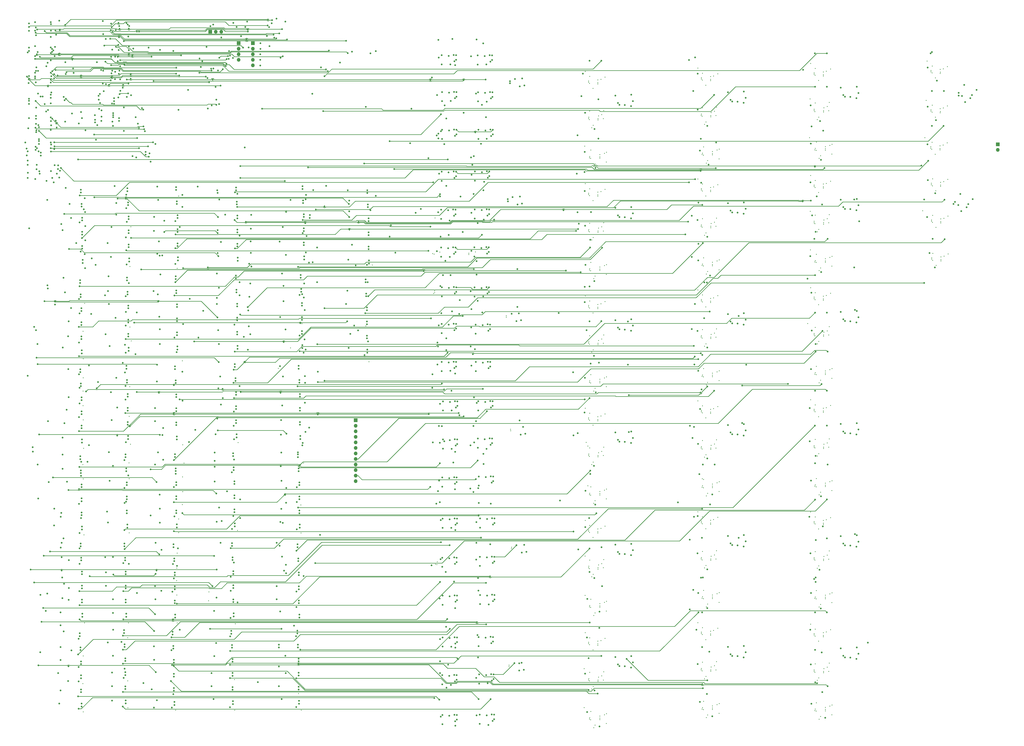
<source format=gbr>
%TF.GenerationSoftware,KiCad,Pcbnew,(6.99.0-3937-g3e53426b6c)*%
%TF.CreationDate,2025-03-10T01:13:02-04:00*%
%TF.ProjectId,AnalogFNN,416e616c-6f67-4464-9e4e-2e6b69636164,rev?*%
%TF.SameCoordinates,Original*%
%TF.FileFunction,Copper,L8,Inr*%
%TF.FilePolarity,Positive*%
%FSLAX46Y46*%
G04 Gerber Fmt 4.6, Leading zero omitted, Abs format (unit mm)*
G04 Created by KiCad (PCBNEW (6.99.0-3937-g3e53426b6c)) date 2025-03-10 01:13:02*
%MOMM*%
%LPD*%
G01*
G04 APERTURE LIST*
%TA.AperFunction,ComponentPad*%
%ADD10R,1.700000X1.700000*%
%TD*%
%TA.AperFunction,ComponentPad*%
%ADD11O,1.700000X1.700000*%
%TD*%
%TA.AperFunction,ViaPad*%
%ADD12C,0.800000*%
%TD*%
%TA.AperFunction,ViaPad*%
%ADD13C,0.400000*%
%TD*%
%TA.AperFunction,Conductor*%
%ADD14C,0.250000*%
%TD*%
%TA.AperFunction,Conductor*%
%ADD15C,0.450400*%
%TD*%
%TA.AperFunction,Conductor*%
%ADD16C,0.350200*%
%TD*%
G04 APERTURE END LIST*
D10*
%TO.N,-5V*%
%TO.C,J2*%
X125599999Y-26824999D03*
D11*
%TO.N,GND*%
X125599999Y-29364999D03*
%TO.N,+5V*%
X125599999Y-31904999D03*
%TO.N,GND*%
X125599999Y-34444999D03*
%TO.N,+3V3*%
X125599999Y-36984999D03*
%TD*%
D10*
%TO.N,GND*%
%TO.C,J1*%
X119099999Y-26799999D03*
D11*
%TO.N,/SWCLK*%
X119099999Y-29339999D03*
%TO.N,/SWDIO*%
X119099999Y-31879999D03*
%TO.N,+3V3*%
X119099999Y-34419999D03*
%TD*%
D10*
%TO.N,GND*%
%TO.C,SW1*%
X106074999Y-21499999D03*
D11*
%TO.N,Net-(SW1-B)*%
X108614999Y-21499999D03*
%TO.N,+3V3*%
X111154999Y-21499999D03*
%TD*%
D10*
%TO.N,/L5_OUT1*%
%TO.C,J4*%
X467306099Y-73225199D03*
D11*
%TO.N,/L5_OUT2*%
X467306099Y-75765199D03*
%TD*%
D10*
%TO.N,/L1_IN1*%
%TO.C,J3*%
X172724999Y-199784999D03*
D11*
%TO.N,/L1_IN2*%
X172724999Y-202324999D03*
%TO.N,/L1_IN3*%
X172724999Y-204864999D03*
%TO.N,/L1_IN4*%
X172724999Y-207404999D03*
%TO.N,/L1_IN5*%
X172724999Y-209944999D03*
%TO.N,/L1_IN6*%
X172724999Y-212484999D03*
%TO.N,/L1_IN7*%
X172724999Y-215024999D03*
%TO.N,/L1_IN8*%
X172724999Y-217564999D03*
%TO.N,/L1_IN9*%
X172724999Y-220104999D03*
%TO.N,/L1_IN10*%
X172724999Y-222644999D03*
%TO.N,/L1_IN11*%
X172724999Y-225184999D03*
%TO.N,/L1_IN12*%
X172724999Y-227724999D03*
%TD*%
D12*
%TO.N,GND*%
X116000000Y-304100000D03*
D13*
X388198000Y-127306000D03*
D12*
X177325000Y-136465000D03*
X46650000Y-143200000D03*
X249569000Y-202775000D03*
X178075000Y-95565000D03*
D13*
X387398000Y-315582000D03*
X284756000Y-182550000D03*
D12*
X219028000Y-68600000D03*
D13*
X383574000Y-126506000D03*
D12*
X68050000Y-94650000D03*
X402498000Y-51986700D03*
X46700000Y-224000000D03*
X299156000Y-153450000D03*
X68650000Y-107450000D03*
D13*
X283956000Y-62049700D03*
D12*
X350856000Y-150690000D03*
X218828000Y-157700000D03*
X146600000Y-316850000D03*
D13*
X380098700Y-155400000D03*
X279609000Y-147125000D03*
D12*
X68200000Y-195400000D03*
D13*
X279609000Y-250125000D03*
D12*
X219066000Y-318805000D03*
D13*
X434500000Y-53000000D03*
D12*
X68400000Y-208400000D03*
X68650000Y-167900000D03*
X90800000Y-154300000D03*
X236466000Y-246900000D03*
X89400000Y-323800000D03*
X89200000Y-258000000D03*
X146300000Y-216700000D03*
X118500000Y-120000000D03*
X90425000Y-94135000D03*
X68150000Y-142000000D03*
X147200000Y-188900000D03*
D13*
X329756000Y-89120200D03*
X284756000Y-337050000D03*
D12*
X46800000Y-318100000D03*
D13*
X335656000Y-60549700D03*
D12*
X91000000Y-167300000D03*
X116300000Y-323400000D03*
D13*
X383574000Y-280838000D03*
D12*
X248087000Y-97150000D03*
X47500000Y-127600000D03*
X402498000Y-309207000D03*
X146900000Y-182500000D03*
X116000000Y-257450000D03*
D13*
X283956000Y-268050000D03*
X383574000Y-75062200D03*
D12*
X89800000Y-277300000D03*
X117125000Y-241885000D03*
X90500000Y-229450000D03*
D13*
X381400000Y-121594400D03*
D12*
X250040000Y-256900000D03*
X129100000Y-29400000D03*
D13*
X279665000Y-163775000D03*
X387398000Y-161250000D03*
D12*
X219436000Y-193200000D03*
X326900000Y-157900000D03*
X350756000Y-206785000D03*
D13*
X331309000Y-144365000D03*
X387297000Y-247605000D03*
X284756000Y-131050000D03*
D12*
X178675000Y-121265000D03*
X299156000Y-50450200D03*
X233928000Y-140900000D03*
X218790000Y-87850000D03*
D13*
X381498000Y-36062200D03*
D12*
X47200000Y-210000000D03*
X234463000Y-175125000D03*
D13*
X383574000Y-229394000D03*
X383107000Y-108531000D03*
X436694000Y-39319900D03*
D12*
X236466000Y-282000000D03*
X147100000Y-249000000D03*
D13*
X209000000Y-140437100D03*
D12*
X148650000Y-100100000D03*
X68200000Y-188900000D03*
X118400000Y-160400000D03*
X46200000Y-298800000D03*
X243526000Y-44200000D03*
X350756000Y-308525000D03*
D13*
X208453116Y-141604858D03*
X278056000Y-194250000D03*
D12*
X89400000Y-317400000D03*
X299056000Y-313175000D03*
X219066000Y-228150000D03*
D13*
X383107000Y-211419000D03*
D12*
X67300000Y-276900000D03*
D13*
X440940000Y-58712200D03*
D12*
X234398000Y-157975000D03*
X235528000Y-51400000D03*
D13*
X278056000Y-91250200D03*
D12*
X402498000Y-154875000D03*
X67800000Y-242400000D03*
D13*
X329756000Y-241730000D03*
D12*
X114700000Y-30400000D03*
X117325000Y-248485000D03*
D13*
X335656000Y-314900000D03*
D12*
X116825000Y-222585000D03*
X47200000Y-249900000D03*
X116600000Y-270250000D03*
D13*
X383107000Y-159975000D03*
D12*
X47000000Y-203400000D03*
D13*
X280132000Y-233250000D03*
D12*
X68650000Y-113950000D03*
X147200000Y-201800000D03*
X90800000Y-147800000D03*
X146400000Y-264400000D03*
X101100000Y-33800000D03*
X402498000Y-206319000D03*
X178675000Y-114865000D03*
X447706000Y-99600200D03*
X299056000Y-261675000D03*
D13*
X210057000Y-266000000D03*
X279665000Y-112275000D03*
D12*
X118200000Y-100700000D03*
X350756000Y-155915000D03*
X46900000Y-264000000D03*
D13*
X329756000Y-139990000D03*
X331309000Y-195235000D03*
X335656000Y-213160000D03*
D12*
X68450000Y-154900000D03*
D13*
X387297000Y-299049000D03*
X387297000Y-196161000D03*
D12*
X147400000Y-208400000D03*
D13*
X331309000Y-246105000D03*
X336456000Y-281530000D03*
X224676500Y-123700000D03*
D12*
X46600000Y-257600000D03*
D13*
X383574000Y-332282000D03*
D12*
X233790000Y-122550000D03*
X117125000Y-228985000D03*
X89900000Y-176300000D03*
X46950000Y-162500000D03*
D13*
X329756000Y-190860000D03*
X278000000Y-262100000D03*
D12*
X219371000Y-210675000D03*
X177925000Y-149265000D03*
X219131000Y-337105000D03*
X67300000Y-270400000D03*
X177925000Y-155765000D03*
D13*
X277600000Y-331600000D03*
D12*
X148100000Y-147200000D03*
D13*
X279609000Y-44124900D03*
D12*
X66700000Y-257600000D03*
X146600000Y-176100000D03*
X178875000Y-127865000D03*
D13*
X331832000Y-331600000D03*
D12*
X328137248Y-174175044D03*
D13*
X388198000Y-230194000D03*
D12*
X177625000Y-142865000D03*
D13*
X331832000Y-280730000D03*
X380941078Y-70158922D03*
D12*
X249126000Y-43000000D03*
D13*
X383107000Y-57087000D03*
X279609000Y-301625000D03*
D12*
X235731000Y-301305000D03*
D13*
X436859000Y-91074900D03*
X381274500Y-103900000D03*
D12*
X67200000Y-216700000D03*
X47400000Y-289900000D03*
X47300000Y-108100000D03*
X47300000Y-121000000D03*
X90500000Y-202000000D03*
X116600000Y-283150000D03*
X67300000Y-283300000D03*
X210728000Y-70500000D03*
D13*
X336456000Y-128920000D03*
D12*
X67000000Y-264000000D03*
D13*
X441155000Y-109267000D03*
D12*
X47000000Y-243300000D03*
X218590000Y-122650000D03*
X116500000Y-330000000D03*
X402598000Y-201094000D03*
D13*
X284756000Y-285550000D03*
D12*
X116600000Y-276750000D03*
X46700000Y-95300000D03*
D13*
X434900000Y-35000000D03*
D12*
X117925000Y-194595000D03*
D13*
X335555000Y-196627000D03*
D12*
X146900000Y-236000000D03*
X47000000Y-101700000D03*
X90200000Y-223050000D03*
X218933000Y-140875000D03*
X146600000Y-323250000D03*
X299156000Y-204950000D03*
X47000000Y-190500000D03*
X148100000Y-160100000D03*
D13*
X210196900Y-264695500D03*
X278056000Y-142750000D03*
D12*
X68200000Y-201800000D03*
X146700000Y-270800000D03*
X116300000Y-263850000D03*
D13*
X387398000Y-264138000D03*
D12*
X90500000Y-242350000D03*
X247626000Y-150700000D03*
X118400000Y-147500000D03*
X218590000Y-105250000D03*
X350856000Y-201560000D03*
X218828000Y-34400000D03*
D13*
X336456000Y-78050200D03*
D12*
X46500000Y-305200000D03*
X67100000Y-310150000D03*
X350856000Y-48950200D03*
X67100000Y-323050000D03*
X46400000Y-217600000D03*
X457606000Y-48200200D03*
X402498000Y-103431000D03*
D13*
X280132000Y-78750200D03*
X436594000Y-74319900D03*
X279609000Y-95624900D03*
D12*
X299056000Y-210175000D03*
X47200000Y-270400000D03*
D13*
X432847840Y-103658746D03*
D12*
X116300000Y-317000000D03*
X299056000Y-107175000D03*
X248881000Y-311005000D03*
D13*
X383051000Y-40436900D03*
X335555000Y-298367000D03*
D12*
X90700000Y-248950000D03*
D13*
X283855000Y-148517000D03*
X436694000Y-57319900D03*
X387398000Y-212694000D03*
D12*
X235328000Y-34500000D03*
D13*
X331365000Y-110145000D03*
D12*
X91025000Y-119835000D03*
X68350000Y-101050000D03*
X147500000Y-134400000D03*
D13*
X331365000Y-161015000D03*
D12*
X148950000Y-106500000D03*
D13*
X280132000Y-284750000D03*
X436909000Y-107875000D03*
D12*
X177925000Y-162165000D03*
D13*
X279665000Y-266775000D03*
D12*
X47200000Y-276900000D03*
D13*
X383051000Y-143325000D03*
D12*
X235571000Y-193175000D03*
D13*
X383574000Y-177950000D03*
D12*
X90200000Y-182700000D03*
X149150000Y-126000000D03*
D13*
X383107000Y-314307000D03*
D12*
X299156000Y-256450000D03*
X235663000Y-68625000D03*
X146700000Y-277300000D03*
X46800000Y-324500000D03*
X219266000Y-247000000D03*
D13*
X278056000Y-297250000D03*
D12*
X46350000Y-136800000D03*
D13*
X387297000Y-41829200D03*
X331309000Y-42624900D03*
D12*
X68450000Y-161300000D03*
X146600000Y-310350000D03*
X118500000Y-107100000D03*
D13*
X335656000Y-111420000D03*
D12*
X118700000Y-126600000D03*
X109600000Y-39300000D03*
D13*
X283855000Y-251517000D03*
D12*
X117125000Y-235485000D03*
X146900000Y-242400000D03*
X148300000Y-166700000D03*
X350856000Y-303300000D03*
X236366000Y-264500000D03*
X47150000Y-169100000D03*
D13*
X279665000Y-60775000D03*
D12*
X146600000Y-223100000D03*
X68650000Y-120350000D03*
D13*
X284756000Y-79550200D03*
D12*
X66800000Y-303750000D03*
D13*
X331365000Y-59275000D03*
X244266000Y-258000000D03*
D12*
X402498000Y-257763000D03*
X116525000Y-216185000D03*
X235871000Y-227675000D03*
X67300000Y-329650000D03*
D13*
X437009000Y-125275000D03*
D12*
X350856000Y-252430000D03*
D13*
X227714500Y-122575500D03*
D12*
X146900000Y-229500000D03*
X178675000Y-108365000D03*
X178125000Y-168765000D03*
X148950000Y-113000000D03*
D13*
X280132000Y-181750000D03*
D12*
X402598000Y-149650000D03*
X118100000Y-141100000D03*
X148350000Y-93700000D03*
X67500000Y-289900000D03*
X47200000Y-283300000D03*
X147200000Y-195400000D03*
X146800000Y-329850000D03*
X90200000Y-135000000D03*
X89400000Y-310900000D03*
X117800000Y-134700000D03*
X68850000Y-126950000D03*
X90500000Y-195600000D03*
X67600000Y-176100000D03*
X67900000Y-182500000D03*
D13*
X335555000Y-44017200D03*
X383051000Y-246213000D03*
D12*
X66500000Y-297350000D03*
X402598000Y-46762200D03*
X106100000Y-19000000D03*
D13*
X387398000Y-58361700D03*
X329756000Y-292600000D03*
D12*
X116300000Y-310500000D03*
D13*
X243839000Y-203921000D03*
D12*
X218828000Y-175100000D03*
X146900000Y-290300000D03*
X219231000Y-301505000D03*
D13*
X283956000Y-165050000D03*
X277600000Y-313700000D03*
X211379500Y-122650500D03*
D12*
X47000000Y-197000000D03*
D13*
X381498000Y-293282000D03*
X280132000Y-130250000D03*
D12*
X117625000Y-181695000D03*
D13*
X331832000Y-128120000D03*
X335555000Y-247497000D03*
D12*
X146100000Y-258000000D03*
D13*
X209180803Y-106933075D03*
X336456000Y-332400000D03*
D12*
X146700000Y-283700000D03*
X90700000Y-208600000D03*
X90725000Y-100535000D03*
X327240400Y-207900000D03*
X350756000Y-257655000D03*
X118500000Y-113600000D03*
D13*
X278056000Y-245750000D03*
X381498000Y-87506200D03*
X283855000Y-97017200D03*
D12*
X89800000Y-270800000D03*
D13*
X331832000Y-178990000D03*
X383051000Y-297657000D03*
D12*
X67500000Y-223100000D03*
X235371000Y-210275000D03*
X146000000Y-297550000D03*
D13*
X329756000Y-38250200D03*
D12*
X46950000Y-149600000D03*
D13*
X241825000Y-151825000D03*
D12*
X67100000Y-316650000D03*
D13*
X284756000Y-234050000D03*
X335656000Y-264030000D03*
D12*
X402598000Y-252538000D03*
X90800000Y-160700000D03*
D13*
X335555000Y-94887200D03*
X331309000Y-93494900D03*
X383107000Y-262863000D03*
D12*
X178375000Y-101965000D03*
D13*
X331762178Y-226562178D03*
D12*
X455806000Y-98300200D03*
X47000000Y-331100000D03*
D13*
X336456000Y-230660000D03*
X387297000Y-93273200D03*
D12*
X350756000Y-54174700D03*
D13*
X383051000Y-91880900D03*
D12*
X89500000Y-264400000D03*
X118125000Y-207595000D03*
X68450000Y-148400000D03*
D13*
X388198000Y-281638000D03*
D12*
X148950000Y-119400000D03*
X129000000Y-34400000D03*
D13*
X433901300Y-70100000D03*
D12*
X91025000Y-106935000D03*
X402598000Y-98206200D03*
X236001000Y-318480000D03*
X68000000Y-249000000D03*
X117900000Y-94300000D03*
X46400000Y-177700000D03*
X117925000Y-200995000D03*
D13*
X383051000Y-194769000D03*
D12*
X90500000Y-189100000D03*
D13*
X388198000Y-333082000D03*
X388198000Y-75862200D03*
X387297000Y-144717000D03*
D12*
X326917692Y-105913388D03*
X47300000Y-114600000D03*
X117925000Y-188095000D03*
X89600000Y-330400000D03*
X146300000Y-303950000D03*
X90500000Y-141400000D03*
D13*
X278056000Y-39750200D03*
X331365000Y-262755000D03*
X381498000Y-241838000D03*
X331365000Y-211885000D03*
X283855000Y-45517200D03*
X331309000Y-296975000D03*
D12*
X147800000Y-140800000D03*
X219266000Y-282300000D03*
X275103010Y-109582555D03*
D13*
X335555000Y-145757000D03*
D12*
X47000000Y-230400000D03*
D13*
X336456000Y-179790000D03*
D12*
X47000000Y-236900000D03*
X67800000Y-229500000D03*
X210728000Y-68300000D03*
X91025000Y-113435000D03*
X326904592Y-124825820D03*
D13*
X280132000Y-336250000D03*
X381498000Y-138950000D03*
D12*
X350856000Y-99820200D03*
D13*
X381200000Y-52400000D03*
X441255000Y-126667000D03*
D12*
X299156000Y-307950000D03*
X89900000Y-216650000D03*
D13*
X440940000Y-40712200D03*
X279665000Y-215275000D03*
D12*
X116800000Y-289750000D03*
X90000000Y-290300000D03*
D13*
X283855000Y-303017000D03*
D12*
X236296000Y-336930000D03*
D13*
X283855000Y-200017000D03*
D12*
X219028000Y-51300000D03*
D13*
X283956000Y-319550000D03*
D12*
X91225000Y-126435000D03*
X118400000Y-154000000D03*
D13*
X283956000Y-216550000D03*
D12*
X115700000Y-297700000D03*
X46800000Y-311600000D03*
D13*
X388198000Y-178750000D03*
X278000000Y-280100000D03*
D12*
X46950000Y-156100000D03*
X299156000Y-101950000D03*
X88800000Y-298100000D03*
D13*
X331832000Y-77250200D03*
X243131000Y-312105000D03*
X331832000Y-229860000D03*
D12*
X233990000Y-105150000D03*
D13*
X441105000Y-92467200D03*
X279295200Y-229800000D03*
D12*
X219066000Y-264900000D03*
X89800000Y-283700000D03*
D13*
X279665000Y-318275000D03*
D12*
X148100000Y-153700000D03*
X67850000Y-135600000D03*
D13*
X440840000Y-75712200D03*
D12*
X90500000Y-235950000D03*
X299056000Y-55674700D03*
X118600000Y-167000000D03*
D13*
X331365000Y-313625000D03*
D12*
X117325000Y-175295000D03*
X299056000Y-158675000D03*
X449406000Y-49600200D03*
X46700000Y-184100000D03*
X402598000Y-303982000D03*
X350756000Y-105045000D03*
D13*
X208715000Y-123600000D03*
X335656000Y-162290000D03*
D12*
X89100000Y-304500000D03*
X453772000Y-100655000D03*
X455507000Y-50600200D03*
X234090000Y-87750000D03*
X242491000Y-98347500D03*
D13*
X277856000Y-74050200D03*
X283956000Y-113550000D03*
X279609000Y-198625000D03*
X381498000Y-190394000D03*
D12*
X67800000Y-236000000D03*
D13*
X387398000Y-109806000D03*
X279295200Y-211600000D03*
D12*
%TO.N,+3V3*%
X116500000Y-33600000D03*
X129000000Y-37000000D03*
X111100000Y-24200000D03*
%TO.N,Net-(U27B-+)*%
X291856000Y-50850200D03*
X293756000Y-55050200D03*
%TO.N,Net-(C20-Pad2)*%
X299956000Y-53350200D03*
X296245000Y-55150200D03*
%TO.N,Net-(U44B-+)*%
X291856000Y-256850000D03*
X293756000Y-261050000D03*
%TO.N,Net-(U31B-+)*%
X293756000Y-106550000D03*
X291856000Y-102350000D03*
%TO.N,Net-(C23-Pad2)*%
X296245000Y-106650000D03*
X299956000Y-104850000D03*
%TO.N,Net-(U36B-+)*%
X291856000Y-153850000D03*
X293756000Y-158050000D03*
%TO.N,Net-(C26-Pad2)*%
X299956000Y-156350000D03*
X296245000Y-158150000D03*
%TO.N,Net-(U63B-+)*%
X345456000Y-206160000D03*
X343556000Y-201960000D03*
%TO.N,Net-(U40B-+)*%
X293756000Y-209550000D03*
X291856000Y-205350000D03*
%TO.N,Net-(C29-Pad2)*%
X299956000Y-207850000D03*
X296245000Y-209650000D03*
%TO.N,Net-(C32-Pad2)*%
X296245000Y-261150000D03*
X299956000Y-259350000D03*
%TO.N,Net-(U48B-+)*%
X293756000Y-312550000D03*
X291856000Y-308350000D03*
%TO.N,Net-(C35-Pad2)*%
X296245000Y-312650000D03*
X299956000Y-310850000D03*
%TO.N,Net-(U51B-+)*%
X345456000Y-53550200D03*
X343556000Y-49350200D03*
%TO.N,Net-(C38-Pad2)*%
X347945000Y-53650200D03*
X351656000Y-51850200D03*
%TO.N,Net-(U55B-+)*%
X343556000Y-100220000D03*
X345456000Y-104420000D03*
%TO.N,Net-(C41-Pad2)*%
X347945000Y-104520000D03*
X351656000Y-102720000D03*
%TO.N,Net-(U59B-+)*%
X343556000Y-151090000D03*
X345456000Y-155290000D03*
%TO.N,Net-(C44-Pad2)*%
X351656000Y-153590000D03*
X347945000Y-155390000D03*
%TO.N,Net-(C47-Pad2)*%
X351656000Y-204460000D03*
X347945000Y-206260000D03*
%TO.N,Net-(U67B-+)*%
X343556000Y-252830000D03*
X345456000Y-257030000D03*
%TO.N,Net-(C50-Pad2)*%
X351656000Y-255330000D03*
X347945000Y-257130000D03*
%TO.N,Net-(U71B-+)*%
X343556000Y-303700000D03*
X345456000Y-307900000D03*
%TO.N,Net-(C53-Pad2)*%
X347945000Y-308000000D03*
X351656000Y-306200000D03*
%TO.N,Net-(U75B-+)*%
X395298000Y-47162200D03*
X397198000Y-51362200D03*
%TO.N,Net-(C56-Pad2)*%
X403398000Y-49662200D03*
X399687000Y-51462200D03*
%TO.N,Net-(U79B-+)*%
X395298000Y-98606200D03*
X397198000Y-102806000D03*
%TO.N,Net-(C59-Pad2)*%
X399687000Y-102906000D03*
X403398000Y-101106000D03*
%TO.N,Net-(U83B-+)*%
X395298000Y-150050000D03*
X397198000Y-154250000D03*
%TO.N,Net-(C62-Pad2)*%
X399687000Y-154350000D03*
X403398000Y-152550000D03*
%TO.N,Net-(U87B-+)*%
X397198000Y-205694000D03*
X395298000Y-201494000D03*
%TO.N,Net-(C65-Pad2)*%
X399687000Y-205794000D03*
X403398000Y-203994000D03*
%TO.N,Net-(U91B-+)*%
X397198000Y-257138000D03*
X395298000Y-252938000D03*
%TO.N,Net-(C68-Pad2)*%
X403398000Y-255438000D03*
X399687000Y-257238000D03*
%TO.N,Net-(U95B-+)*%
X395298000Y-304382000D03*
X397198000Y-308582000D03*
%TO.N,Net-(C71-Pad2)*%
X403398000Y-306882000D03*
X399687000Y-308682000D03*
%TO.N,Net-(C3002-Pad2)*%
X249087000Y-100350000D03*
X246987000Y-100750000D03*
%TO.N,Net-(U13001B-+)*%
X451906000Y-45900200D03*
X450906000Y-51000200D03*
%TO.N,Net-(U13001C--)*%
X452306000Y-53800200D03*
X454706000Y-52000200D03*
%TO.N,Net-(U17001B-+)*%
X449171000Y-101055000D03*
X450171000Y-95955200D03*
%TO.N,Net-(U17001C--)*%
X450571000Y-103855000D03*
X452971000Y-102055000D03*
%TO.N,Net-(C23002-Pad2)*%
X248026000Y-46600000D03*
X250126000Y-46200000D03*
%TO.N,Net-(C33002-Pad2)*%
X246526000Y-154300000D03*
X248626000Y-153900000D03*
%TO.N,Net-(C131002-Pad2)*%
X248469000Y-206375000D03*
X250569000Y-205975000D03*
%TO.N,Net-(C139002-Pad2)*%
X248940000Y-260500000D03*
X251040000Y-260100000D03*
%TO.N,Net-(C148002-Pad2)*%
X249881000Y-314205000D03*
X247781000Y-314605000D03*
%TO.N,Net-(Q2001A-S1)*%
X211990000Y-103150000D03*
X211990000Y-107350000D03*
%TO.N,/InNeuron_1/OUT*%
X278103700Y-248747400D03*
X277792400Y-196203100D03*
X278832500Y-299409900D03*
X276983900Y-40798000D03*
X277835500Y-145602200D03*
X277835500Y-94580500D03*
%TO.N,/InNeuron_3/OUT*%
X278203300Y-232069900D03*
X279058500Y-281744100D03*
X278181200Y-128454700D03*
X246956900Y-130447300D03*
X246956900Y-147775000D03*
X278936100Y-333620000D03*
X277870600Y-76647100D03*
X277885500Y-180262300D03*
%TO.N,/Neuron6_1/OUT*%
X331279500Y-90789700D03*
X329641800Y-243737500D03*
X330768200Y-194608700D03*
X329026200Y-295833100D03*
X329608800Y-40780300D03*
%TO.N,/Neuron6_10/IN3*%
X329900500Y-177100600D03*
X330636100Y-76064700D03*
X297635200Y-154478300D03*
X329888600Y-126462100D03*
X297635200Y-174284500D03*
X330405300Y-224457300D03*
X330636100Y-328986000D03*
X329898100Y-278988300D03*
%TO.N,/Neuron6_10/IN4*%
X336347500Y-233822500D03*
X334058300Y-184238700D03*
X298053400Y-188232700D03*
X336347500Y-335562500D03*
X334625600Y-82483600D03*
X298053400Y-205198400D03*
X335361500Y-133348200D03*
X334058300Y-285978700D03*
%TO.N,/Neuron6_10/IN5*%
X329825800Y-210622400D03*
X329673100Y-57288300D03*
X329591800Y-158772700D03*
X329558800Y-107907500D03*
X329558800Y-260765200D03*
X329689100Y-311643600D03*
%TO.N,/Neuron6_10/IN6*%
X334036100Y-217292600D03*
X334036100Y-319052000D03*
X334036100Y-166416000D03*
X297062800Y-309242400D03*
X334073000Y-64694600D03*
X334036100Y-268181400D03*
X334036100Y-115579200D03*
%TO.N,/Neuron6_13/IN1*%
X381805600Y-141241400D03*
X377993400Y-38962200D03*
X380843900Y-244025500D03*
X381061900Y-194210500D03*
X381403200Y-90595300D03*
X381281400Y-295833100D03*
%TO.N,/Neuron6_13/IN3*%
X381621500Y-279042300D03*
X351894000Y-174284500D03*
X381627800Y-176277100D03*
X348448600Y-151955400D03*
X381314000Y-124469500D03*
X381550300Y-72806300D03*
X381811000Y-329814900D03*
X381663700Y-227416500D03*
%TO.N,/Neuron6_10/OUT*%
X350074000Y-201023400D03*
X386219500Y-234613900D03*
X386155600Y-286113100D03*
X386283400Y-131762700D03*
X386192700Y-80323200D03*
X350074000Y-183822400D03*
X388141900Y-336231700D03*
X386431200Y-183184900D03*
%TO.N,/Neuron6_11/OUT*%
X381403600Y-260819200D03*
X382178300Y-105763200D03*
X381987700Y-158656000D03*
X348448600Y-253712700D03*
X381572900Y-311773900D03*
X381425100Y-55312300D03*
X381061900Y-209399800D03*
%TO.N,/Neuron6_12/OUT*%
X383788000Y-113295800D03*
X383789100Y-216140900D03*
X383580200Y-319981400D03*
X383763500Y-164778400D03*
X385778300Y-62525100D03*
X385550100Y-268373000D03*
%TO.N,/Neuron6_13/OUT*%
X436022900Y-123031900D03*
X435186100Y-37962600D03*
%TO.N,/Neuron6_14/OUT*%
X439368400Y-43934600D03*
X401448700Y-98462800D03*
X438419800Y-129667900D03*
X401448700Y-129667900D03*
%TO.N,/Neuron6_15/OUT*%
X401816000Y-149119900D03*
X403740700Y-108528700D03*
X435094900Y-73170500D03*
X434850800Y-106536100D03*
%TO.N,/Neuron6_17/OUT*%
X435144900Y-55910200D03*
X435227400Y-89635800D03*
X401816000Y-252018700D03*
%TO.N,/Neuron6_18/OUT*%
X438944400Y-62084000D03*
X407728900Y-301810900D03*
X438634100Y-95580100D03*
%TO.N,/InNeuron_4/OUT*%
X282250500Y-135939200D03*
X284574200Y-287595700D03*
X282656500Y-238475400D03*
X282733500Y-84018900D03*
X282889500Y-187003100D03*
X247943600Y-199889000D03*
X284574200Y-340247100D03*
%TO.N,/InNeuron_5/OUT*%
X277974600Y-58713700D03*
D13*
X278549500Y-209947500D03*
D12*
X277997800Y-110521300D03*
X278644600Y-158435100D03*
X274831300Y-259036200D03*
X278000400Y-315974000D03*
%TO.N,/InNeuron_6/OUT*%
X282336100Y-66193900D03*
X247817400Y-311266300D03*
X282053500Y-220667800D03*
X282249400Y-272177000D03*
X282100600Y-170176200D03*
X282336100Y-323679800D03*
X280352600Y-116971000D03*
D13*
%TO.N,-5V*%
X387306000Y-41229800D03*
X335564000Y-43417800D03*
X387306000Y-195562000D03*
D12*
X233353000Y-88475700D03*
D13*
X440949000Y-58112800D03*
D12*
X235134000Y-228401000D03*
D13*
X284762000Y-284905000D03*
X335564000Y-94287800D03*
X335564000Y-145158000D03*
X283864000Y-147918000D03*
X284762000Y-78904600D03*
D12*
X218091000Y-35125700D03*
X233253000Y-105876000D03*
X218329000Y-319531000D03*
D13*
X387398000Y-212094000D03*
D12*
X235559000Y-337656000D03*
X218634000Y-211401000D03*
X234591000Y-35225700D03*
X218494000Y-302231000D03*
D13*
X441114000Y-91867800D03*
X283956000Y-164450000D03*
D12*
X235729000Y-282726000D03*
D13*
X388204000Y-280993000D03*
X336462000Y-179145000D03*
X388204000Y-332437000D03*
X387306000Y-298450000D03*
X336462000Y-77404600D03*
X388204000Y-178105000D03*
X441264000Y-126068000D03*
D12*
X234834000Y-193901000D03*
X233726000Y-175851000D03*
D13*
X335656000Y-263430000D03*
X283956000Y-267450000D03*
D12*
X234994000Y-302031000D03*
D13*
X387398000Y-314982000D03*
X283956000Y-112950000D03*
D12*
X234791000Y-52125700D03*
D13*
X441164000Y-108668000D03*
X283864000Y-250918000D03*
X387306000Y-144118000D03*
X336462000Y-331755000D03*
D12*
X129100000Y-26800000D03*
X218394000Y-337831000D03*
D13*
X283956000Y-215950000D03*
X284762000Y-181905000D03*
D12*
X218091000Y-158426000D03*
X218053000Y-88575700D03*
D13*
X335656000Y-314300000D03*
X387398000Y-57762200D03*
X387398000Y-263538000D03*
D12*
X218699000Y-193926000D03*
D13*
X388204000Y-126661000D03*
D12*
X233191000Y-141626000D03*
D13*
X336462000Y-280885000D03*
D12*
X218291000Y-52025700D03*
X218329000Y-265626000D03*
D13*
X284762000Y-130405000D03*
X283864000Y-302418000D03*
X284762000Y-233405000D03*
X283956000Y-318950000D03*
D12*
X218291000Y-69325700D03*
X217853000Y-123376000D03*
X234926000Y-69350700D03*
X233661000Y-158701000D03*
D13*
X335656000Y-59950200D03*
X335656000Y-161690000D03*
D12*
X217853000Y-105976000D03*
D13*
X336462000Y-230015000D03*
D12*
X218529000Y-247726000D03*
D13*
X284762000Y-336405000D03*
X440849000Y-75112800D03*
X335564000Y-297768000D03*
X283864000Y-44917800D03*
X335564000Y-196028000D03*
X387398000Y-160650000D03*
X387306000Y-247006000D03*
X440949000Y-40112800D03*
X387398000Y-109206000D03*
D12*
X235264000Y-319206000D03*
X218196000Y-141601000D03*
X218091000Y-175826000D03*
D13*
X283864000Y-199418000D03*
D12*
X218329000Y-228876000D03*
X235629000Y-265226000D03*
X235729000Y-247626000D03*
D13*
X283864000Y-96417800D03*
X388204000Y-229549000D03*
X283956000Y-61450200D03*
X335656000Y-110820000D03*
X335656000Y-212560000D03*
X388204000Y-75216600D03*
X387306000Y-92673800D03*
D12*
X218529000Y-283026000D03*
D13*
X336462000Y-128275000D03*
D12*
X233053000Y-123276000D03*
X234634000Y-211001000D03*
D13*
X335564000Y-246898000D03*
D12*
%TO.N,+5V*%
X90700000Y-247550000D03*
X117900000Y-93000000D03*
D13*
X331296000Y-314221000D03*
D12*
X67300000Y-328250000D03*
X147100000Y-247600000D03*
X146600000Y-221900000D03*
X149100000Y-137000000D03*
X396490000Y-50553400D03*
X118125000Y-206195000D03*
X150000000Y-96400000D03*
X46950000Y-148400000D03*
D13*
X279596000Y-61370600D03*
X147800000Y-332756800D03*
X147700000Y-251500000D03*
D12*
X46500000Y-304000000D03*
D13*
X69221300Y-157016600D03*
D12*
X118200000Y-99500000D03*
D13*
X48000000Y-212668400D03*
D12*
X47300000Y-106900000D03*
X46350000Y-135500000D03*
D13*
X178882778Y-172882778D03*
D12*
X124800000Y-105500000D03*
X117325000Y-173995000D03*
X90500000Y-187900000D03*
D13*
X383039000Y-109127000D03*
D12*
X344747000Y-154481000D03*
X116300000Y-315700000D03*
X147500000Y-133100000D03*
X47000000Y-100500000D03*
X48500000Y-123600000D03*
D13*
X436708000Y-57931100D03*
D12*
X177625000Y-141665000D03*
X177925000Y-160965000D03*
D13*
X383039000Y-314903000D03*
D12*
X177925000Y-148065000D03*
X117125000Y-234185000D03*
D13*
X241827000Y-152495000D03*
D12*
X146300000Y-302750000D03*
X147800000Y-139600000D03*
X146900000Y-241200000D03*
X90800000Y-153000000D03*
D13*
X331703000Y-77879100D03*
D12*
X116300000Y-262650000D03*
D13*
X208100000Y-123300000D03*
D12*
X48600000Y-130000000D03*
X89400000Y-322600000D03*
X178125000Y-167365000D03*
D13*
X93316468Y-225744928D03*
D12*
X148100000Y-152400000D03*
X89600000Y-329000000D03*
D13*
X331296000Y-110741000D03*
D12*
X67200000Y-215400000D03*
D13*
X383445000Y-75691100D03*
D12*
X90500000Y-194300000D03*
D13*
X91600000Y-96923700D03*
D12*
X90500000Y-241150000D03*
D13*
X437023000Y-125886000D03*
D12*
X67850000Y-134300000D03*
X46650000Y-142000000D03*
D13*
X68500000Y-292722700D03*
D12*
X118700000Y-125200000D03*
D13*
X331296000Y-212481000D03*
D12*
X117325000Y-247085000D03*
D13*
X47800000Y-226700000D03*
D12*
X147400000Y-207000000D03*
X293047000Y-260241000D03*
X47300000Y-119800000D03*
X90500000Y-228250000D03*
D13*
X383065000Y-41048100D03*
D12*
X396490000Y-256329000D03*
D13*
X94047546Y-219417261D03*
D12*
X89800000Y-269600000D03*
X90200000Y-133700000D03*
X117800000Y-133400000D03*
X68450000Y-153600000D03*
X118500000Y-105900000D03*
X47000000Y-195700000D03*
D13*
X279623000Y-250736000D03*
X148100000Y-155510900D03*
D12*
X89500000Y-263200000D03*
X68000000Y-247600000D03*
D13*
X383065000Y-298268000D03*
D12*
X124400000Y-137000000D03*
X344747000Y-256221000D03*
D13*
X279596000Y-112871000D03*
D12*
X146400000Y-263200000D03*
X123700000Y-156700000D03*
X66800000Y-302550000D03*
X116800000Y-288350000D03*
X242600000Y-99341000D03*
D13*
X90900000Y-292700000D03*
D12*
X146900000Y-181300000D03*
X147200000Y-200600000D03*
D13*
X436873000Y-91686100D03*
X177462256Y-156456460D03*
X91531700Y-251352900D03*
X48508278Y-146208278D03*
D12*
X148950000Y-105300000D03*
X67600000Y-174800000D03*
D13*
X47800000Y-180300000D03*
D12*
X209928000Y-69100000D03*
X124700000Y-111900000D03*
D13*
X47800000Y-333500000D03*
D12*
X89900000Y-175000000D03*
D13*
X279623000Y-44736100D03*
D12*
X66700000Y-256300000D03*
D13*
X68300000Y-331707800D03*
X279623000Y-96236100D03*
X147641872Y-238641872D03*
D12*
X149800000Y-167300000D03*
D13*
X47800000Y-307900000D03*
X331703000Y-281359000D03*
D12*
X89100000Y-303300000D03*
X89400000Y-309700000D03*
X91025000Y-105735000D03*
D13*
X331296000Y-59870600D03*
X93433600Y-211000000D03*
D12*
X48700000Y-117200000D03*
D13*
X209374688Y-265839364D03*
D12*
X68650000Y-106250000D03*
X68150000Y-140800000D03*
X148650000Y-98900000D03*
X48500000Y-97900000D03*
X344747000Y-103611000D03*
D13*
X148857664Y-219377564D03*
D12*
X118400000Y-146300000D03*
X446976000Y-100510000D03*
X178875000Y-126465000D03*
X293047000Y-54241400D03*
X146300000Y-215400000D03*
X149600000Y-182606400D03*
D13*
X331703000Y-179619000D03*
D12*
X46400000Y-216300000D03*
X46800000Y-310400000D03*
X118400000Y-159200000D03*
D13*
X279596000Y-164371000D03*
D12*
X178675000Y-113565000D03*
X46900000Y-262800000D03*
X47150000Y-167700000D03*
X68200000Y-194100000D03*
X150200000Y-115300000D03*
X90425000Y-92835000D03*
D13*
X117300000Y-332756800D03*
X331323000Y-94106100D03*
D12*
X67800000Y-234700000D03*
D13*
X47700000Y-193100000D03*
D12*
X396490000Y-204885000D03*
D13*
X383065000Y-195380000D03*
D12*
X90500000Y-200800000D03*
X68650000Y-166500000D03*
D13*
X69612178Y-110992478D03*
D12*
X149400000Y-149200000D03*
X117125000Y-240685000D03*
X146600000Y-322050000D03*
X118600000Y-165600000D03*
X47200000Y-275600000D03*
X47000000Y-229200000D03*
X396490000Y-307773000D03*
D13*
X209021590Y-141237090D03*
X280003000Y-285379000D03*
D12*
X147200000Y-194100000D03*
X47000000Y-329700000D03*
X90000000Y-288900000D03*
D13*
X69221300Y-129200000D03*
X383039000Y-212015000D03*
D12*
X89400000Y-316100000D03*
X146600000Y-174800000D03*
D13*
X93248402Y-238435257D03*
D12*
X47000000Y-242100000D03*
D13*
X331323000Y-43236100D03*
D12*
X89900000Y-215350000D03*
X146700000Y-269600000D03*
D13*
X68800000Y-219359500D03*
X383065000Y-143936000D03*
D12*
X88800000Y-296800000D03*
X46950000Y-154800000D03*
X47200000Y-248500000D03*
X47200000Y-208600000D03*
D13*
X68200000Y-319300000D03*
D12*
X147200000Y-187700000D03*
X116000000Y-302900000D03*
X146900000Y-234700000D03*
D13*
X47649372Y-220149372D03*
D12*
X148950000Y-111700000D03*
D13*
X68900000Y-226600000D03*
D12*
X116600000Y-281950000D03*
X117925000Y-199795000D03*
X67800000Y-228300000D03*
X67100000Y-321850000D03*
X68850000Y-125550000D03*
X118500000Y-95900000D03*
X148200000Y-141900000D03*
X116500000Y-328600000D03*
X148100000Y-158900000D03*
D13*
X383065000Y-92492100D03*
D12*
X151700000Y-107000000D03*
X48700000Y-110700000D03*
X67100000Y-315350000D03*
D13*
X48100000Y-252300000D03*
D12*
X66500000Y-296050000D03*
X116300000Y-309300000D03*
D13*
X244243000Y-258647000D03*
D12*
X90500000Y-234650000D03*
D13*
X47600000Y-320600000D03*
X331296000Y-263351000D03*
D12*
X146900000Y-288900000D03*
D13*
X383039000Y-57682600D03*
D12*
X146700000Y-276000000D03*
D13*
X280003000Y-79379100D03*
D12*
X124000000Y-143100000D03*
X293047000Y-105741000D03*
X117925000Y-193295000D03*
X116600000Y-275450000D03*
D13*
X436608000Y-74931100D03*
D12*
X67800000Y-241200000D03*
D13*
X48400000Y-292722700D03*
D12*
X148950000Y-118200000D03*
X146800000Y-328450000D03*
X67500000Y-221900000D03*
X67100000Y-308950000D03*
X91000000Y-165900000D03*
X178075000Y-94265000D03*
D13*
X180382218Y-128532818D03*
X280003000Y-233879000D03*
D12*
X396490000Y-153441000D03*
X146000000Y-296250000D03*
X67500000Y-288500000D03*
X123500000Y-149400000D03*
X68650000Y-112650000D03*
X46800000Y-323300000D03*
X117925000Y-186895000D03*
X115700000Y-296400000D03*
X46400000Y-176400000D03*
X153000000Y-127300000D03*
D13*
X280003000Y-182379000D03*
X117100000Y-318700000D03*
D12*
X47300000Y-113300000D03*
D13*
X90700000Y-279900000D03*
D12*
X146100000Y-256700000D03*
X90700000Y-207200000D03*
D13*
X243862000Y-204557000D03*
D12*
X149300000Y-162700000D03*
X68050000Y-93350000D03*
X151800000Y-105600000D03*
X46700000Y-222800000D03*
X46950000Y-161300000D03*
D13*
X118801500Y-210000000D03*
X331703000Y-128749000D03*
X47800000Y-171563200D03*
D12*
X116825000Y-221385000D03*
D13*
X47800000Y-199600000D03*
X93447820Y-232493872D03*
D12*
X47000000Y-235600000D03*
D13*
X331323000Y-297586000D03*
D12*
X89200000Y-256700000D03*
D13*
X68200000Y-299510500D03*
D12*
X178675000Y-107165000D03*
D13*
X68900000Y-251400000D03*
X383065000Y-246824000D03*
X93286176Y-172527284D03*
D12*
X90200000Y-181500000D03*
D13*
X69100000Y-184321800D03*
X90900000Y-260700000D03*
D12*
X243526000Y-45199500D03*
D13*
X69800000Y-163372900D03*
X280003000Y-336879000D03*
D12*
X46700000Y-94000000D03*
X91025000Y-112135000D03*
X67300000Y-282100000D03*
X47200000Y-282100000D03*
D13*
X279623000Y-199236000D03*
X280003000Y-130879000D03*
D12*
X116525000Y-214885000D03*
D13*
X383039000Y-160571000D03*
D12*
X146900000Y-228300000D03*
X396490000Y-101997000D03*
D13*
X279596000Y-318871000D03*
D12*
X68450000Y-160100000D03*
X178375000Y-100765000D03*
X91225000Y-125035000D03*
D13*
X90653222Y-273353222D03*
D12*
X67000000Y-262800000D03*
X68200000Y-187700000D03*
X117625000Y-180495000D03*
D13*
X383445000Y-281467000D03*
D12*
X89800000Y-276000000D03*
X90800000Y-146600000D03*
D13*
X436923000Y-108486000D03*
X118600000Y-250303900D03*
D12*
X177925000Y-154465000D03*
D13*
X90700000Y-267600000D03*
X383445000Y-230023000D03*
D12*
X124600000Y-117700000D03*
X47400000Y-288500000D03*
D13*
X68900000Y-198000000D03*
D12*
X68650000Y-119150000D03*
X149150000Y-124600000D03*
X117125000Y-227785000D03*
X67900000Y-181300000D03*
X47000000Y-189300000D03*
D13*
X331323000Y-144976000D03*
D12*
X344747000Y-307091000D03*
D13*
X47700000Y-186400000D03*
D12*
X149900000Y-122800000D03*
X46200000Y-297500000D03*
D13*
X383445000Y-332911000D03*
X69500000Y-210800000D03*
D12*
X89800000Y-282500000D03*
X148100000Y-146000000D03*
X47200000Y-269200000D03*
X148350000Y-92400000D03*
X67300000Y-269200000D03*
X146600000Y-309150000D03*
X118400000Y-152700000D03*
D13*
X243093000Y-312776000D03*
X224676500Y-123100000D03*
D12*
X46800000Y-316800000D03*
X68200000Y-200600000D03*
X91025000Y-118635000D03*
D13*
X383039000Y-263459000D03*
D12*
X148300000Y-211300000D03*
X90800000Y-159500000D03*
X149700000Y-205100000D03*
X47000000Y-202200000D03*
X177325000Y-135165000D03*
X118100000Y-139900000D03*
D13*
X279596000Y-267371000D03*
D12*
X293047000Y-311741000D03*
D13*
X90900000Y-130082200D03*
X91531700Y-245100000D03*
D12*
X46700000Y-182900000D03*
D13*
X383445000Y-178579000D03*
X436708000Y-39931100D03*
D12*
X116600000Y-269050000D03*
X90500000Y-140200000D03*
X47500000Y-126200000D03*
X124433549Y-160266451D03*
D13*
X331296000Y-161611000D03*
X331703000Y-230489000D03*
X117600000Y-293121400D03*
D12*
X118500000Y-118800000D03*
X178675000Y-120065000D03*
X68400000Y-207000000D03*
D13*
X90200000Y-332800000D03*
D12*
X67300000Y-275600000D03*
X124700000Y-123000000D03*
X344747000Y-205351000D03*
X118500000Y-112300000D03*
X449406000Y-50800200D03*
X148300000Y-165300000D03*
X116300000Y-322200000D03*
X123300000Y-167400000D03*
D13*
X331323000Y-195846000D03*
X331703000Y-332229000D03*
D12*
X68450000Y-147200000D03*
X293047000Y-157241000D03*
X46600000Y-256300000D03*
X149500000Y-179500000D03*
X90200000Y-221850000D03*
X293047000Y-208741000D03*
X116000000Y-256150000D03*
X344747000Y-52741400D03*
D13*
X383445000Y-127135000D03*
X279596000Y-215871000D03*
D12*
X146600000Y-315550000D03*
X146700000Y-282500000D03*
X90725000Y-99335000D03*
D13*
X279623000Y-147736000D03*
X331323000Y-246716000D03*
X47700000Y-158955100D03*
D12*
X48600000Y-104300000D03*
D13*
X279623000Y-302236000D03*
D12*
X124900000Y-129200000D03*
X68350000Y-99850000D03*
X129000000Y-31900000D03*
X149500000Y-191700000D03*
%TO.N,/L1_IN1*%
X211453200Y-300180700D03*
X211626400Y-138168400D03*
X211763000Y-245564500D03*
X210869300Y-33366200D03*
X211030100Y-86610100D03*
X211458400Y-192217900D03*
%TO.N,/L1_IN2*%
X216662300Y-249115000D03*
X216602600Y-303613800D03*
X216832300Y-195315000D03*
X216215400Y-36513700D03*
%TO.N,/L1_IN3*%
X210855000Y-156262900D03*
X211390000Y-210089900D03*
X211734100Y-263491700D03*
X210103500Y-50600000D03*
X211453200Y-315759100D03*
X210642300Y-104373500D03*
%TO.N,/L1_IN4*%
X215901000Y-108117200D03*
X216433600Y-321134700D03*
X216764500Y-212903900D03*
X216337800Y-53281100D03*
%TO.N,/L1_IN5*%
X210313000Y-174169000D03*
X208113300Y-209945000D03*
X211841000Y-67184800D03*
X211307900Y-281569200D03*
X210020000Y-122240200D03*
X211020400Y-227479100D03*
X211771500Y-335698400D03*
%TO.N,/L1_IN6*%
X213379300Y-209374400D03*
X215965000Y-124864700D03*
X216171500Y-177054900D03*
%TO.N,/L1_IN7*%
X228102600Y-246459500D03*
X228657400Y-298338700D03*
X225391000Y-211269900D03*
X228294500Y-191769700D03*
X225516900Y-140581200D03*
X225929100Y-87180500D03*
X225679700Y-32809900D03*
%TO.N,/L1_IN8*%
X231290600Y-142914600D03*
X233003000Y-195622000D03*
X232703300Y-36563500D03*
X231665800Y-90358500D03*
%TO.N,/L1_IN9*%
X228048600Y-317977500D03*
X227100100Y-209889900D03*
X228064200Y-263702500D03*
X228000700Y-49904700D03*
X225879100Y-104627200D03*
X225800600Y-157186100D03*
%TO.N,/L1_IN10*%
X231505300Y-107698400D03*
X236236300Y-107698400D03*
X231342800Y-215158700D03*
X232891400Y-53619700D03*
X233337600Y-320414500D03*
X232758400Y-212855000D03*
%TO.N,/L1_IN11*%
X225832800Y-122027200D03*
X227624000Y-67659000D03*
X227849700Y-226757500D03*
X228254400Y-335140500D03*
X229078300Y-277899700D03*
X225840800Y-174709200D03*
%TO.N,/L1_IN12*%
X228959300Y-230923300D03*
X232839100Y-70664800D03*
X233841100Y-284267100D03*
X233605100Y-339536700D03*
%TO.N,Net-(Q4001A-S1)*%
X211990000Y-124750000D03*
X211990000Y-120550000D03*
%TO.N,/W124*%
X207343000Y-153050000D03*
X45765400Y-156898100D03*
X211462100Y-97077900D03*
%TO.N,/W123*%
X52906400Y-97521600D03*
X46094400Y-150709800D03*
X211480300Y-96075000D03*
%TO.N,Net-(Q5001A-S1)*%
X212190000Y-89950000D03*
X212190000Y-85750000D03*
%TO.N,/W126*%
X45839300Y-170399800D03*
X215460000Y-114754600D03*
X214937700Y-168784200D03*
%TO.N,/W125*%
X45825800Y-164087300D03*
X211676000Y-115523400D03*
X210313000Y-164087300D03*
%TO.N,Net-(Q6001A-S1)*%
X227190000Y-124650000D03*
X227190000Y-120450000D03*
%TO.N,/W1212*%
X230660000Y-114637700D03*
X69745800Y-116148800D03*
X67292800Y-168734300D03*
%TO.N,/W121*%
X206103000Y-79502000D03*
X46099600Y-138275600D03*
X204020100Y-131383300D03*
D13*
%TO.N,Net-(Q14001A-S1)*%
X437141000Y-72245200D03*
X437041000Y-75445200D03*
D12*
%TO.N,/W122*%
X45448400Y-80161100D03*
X215054200Y-80161100D03*
X45843200Y-144175600D03*
%TO.N,/W1211*%
X221847400Y-113375000D03*
X67292800Y-162520400D03*
X221847300Y-151966000D03*
D13*
%TO.N,Net-(Q14001B-G2)*%
X444141000Y-72545200D03*
X438641000Y-77745200D03*
%TO.N,Net-(Q15001A-S1)*%
X437141000Y-58445200D03*
X437241000Y-55245200D03*
D12*
%TO.N,/W114*%
X207053300Y-43733100D03*
X207053300Y-110955100D03*
X47200100Y-116226100D03*
%TO.N,/W513*%
X437064400Y-64691500D03*
X188964000Y-110329800D03*
X197718000Y-72669700D03*
D13*
%TO.N,Net-(Q15001B-G2)*%
X438741000Y-60745200D03*
X444241000Y-55545200D03*
%TO.N,Net-(Q16001A-S1)*%
X437141000Y-40445200D03*
X437241000Y-37245200D03*
D12*
%TO.N,/W514*%
X442455400Y-64691500D03*
X188338700Y-71736800D03*
X188377900Y-115523400D03*
%TO.N,/W515*%
X437114400Y-48750700D03*
X190995400Y-122843200D03*
X198362300Y-56807400D03*
D13*
%TO.N,Net-(Q16001B-G2)*%
X444241000Y-37545200D03*
X438741000Y-42745200D03*
%TO.N,Net-(Q18001A-S1)*%
X437356000Y-109000000D03*
X437456000Y-105800000D03*
D12*
%TO.N,/W516*%
X442595100Y-48750700D03*
X177917600Y-128486500D03*
X177399300Y-56006800D03*
%TO.N,/W113*%
X46098500Y-108995000D03*
X207732800Y-42549600D03*
X200303200Y-104585800D03*
D13*
%TO.N,Net-(Q18001B-G2)*%
X444456000Y-106100000D03*
X438956000Y-111300000D03*
%TO.N,Net-(Q19001A-S1)*%
X437406000Y-89000200D03*
X437306000Y-92200200D03*
D12*
%TO.N,/W512*%
X436463500Y-31442700D03*
X179540200Y-31403000D03*
X179540200Y-103401100D03*
%TO.N,/W511*%
X182020500Y-96800000D03*
X182020500Y-30467000D03*
X437114400Y-30817300D03*
D13*
%TO.N,Net-(Q19001B-G2)*%
X438906000Y-94500200D03*
X444406000Y-89300200D03*
%TO.N,Net-(Q20001A-S1)*%
X437456000Y-126400000D03*
X437556000Y-123200000D03*
D12*
%TO.N,/W524*%
X442812200Y-98565700D03*
X174047500Y-108706100D03*
X173848200Y-158518100D03*
%TO.N,/W523*%
X177139600Y-150692100D03*
X433552800Y-136740800D03*
X433552800Y-98525200D03*
D13*
%TO.N,Net-(Q20001B-G2)*%
X444556000Y-123500000D03*
X439056000Y-128700000D03*
D12*
%TO.N,Net-(Q22001A-S1)*%
X212428000Y-49200000D03*
X212428000Y-53400000D03*
%TO.N,/W526*%
X176868000Y-169912100D03*
X432268600Y-82962600D03*
X176693800Y-81953000D03*
%TO.N,/W525*%
X435397200Y-80732600D03*
X190446600Y-84495200D03*
X178407400Y-163618700D03*
%TO.N,Net-(Q24001A-S1)*%
X212428000Y-70700000D03*
X212428000Y-66500000D03*
%TO.N,/W522*%
X442923200Y-116718700D03*
X178551800Y-142833700D03*
%TO.N,/W521*%
X437428700Y-116518400D03*
X178238000Y-136443500D03*
%TO.N,Net-(Q25001A-S1)*%
X212228000Y-32300000D03*
X212228000Y-36500000D03*
%TO.N,/W1112*%
X67674700Y-128297800D03*
X71800000Y-60737600D03*
X232533000Y-60737600D03*
%TO.N,/W115*%
X52779100Y-68676700D03*
X46572200Y-122415000D03*
X211887300Y-59425000D03*
%TO.N,Net-(Q26001A-S1)*%
X229063000Y-70725000D03*
X229063000Y-66525000D03*
%TO.N,/W116*%
X53612200Y-71065200D03*
X214301200Y-61307600D03*
X53428800Y-128454700D03*
%TO.N,/W111*%
X210698500Y-25225000D03*
X208318900Y-90595300D03*
X46151000Y-96597000D03*
%TO.N,Net-(Q27001A-S1)*%
X228928000Y-53500000D03*
X228928000Y-49300000D03*
%TO.N,/W112*%
X202629000Y-102842900D03*
X217160300Y-24839500D03*
X48074500Y-102985000D03*
%TO.N,/W1111*%
X222277600Y-58713700D03*
X206110700Y-122038200D03*
X67537900Y-121763100D03*
%TO.N,Net-(Q28001A-S1)*%
X228728000Y-36600000D03*
X228728000Y-32400000D03*
%TO.N,/W128*%
X67275300Y-142882400D03*
X72075000Y-79220200D03*
X225679700Y-79193000D03*
%TO.N,/W119*%
X222277600Y-43721000D03*
X67736900Y-108712500D03*
X80015000Y-44135000D03*
%TO.N,Net-(Q29001A-S1)*%
X227390000Y-103050000D03*
X227390000Y-107250000D03*
%TO.N,/W1110*%
X232398000Y-43497800D03*
X67345300Y-115883000D03*
X67794400Y-43497800D03*
%TO.N,/W117*%
X228210400Y-25082200D03*
X67514300Y-96278300D03*
X226265800Y-82624900D03*
%TO.N,Net-(Q30001A-S1)*%
X227490000Y-89850000D03*
X227490000Y-85650000D03*
%TO.N,/W118*%
X67526900Y-102478400D03*
X231231700Y-26863000D03*
X231355000Y-94266700D03*
%TO.N,/W133*%
X212047400Y-150641900D03*
X51422600Y-151011000D03*
X46123600Y-192035500D03*
%TO.N,Net-(Q32001A-S1)*%
X212228000Y-159800000D03*
X212228000Y-155600000D03*
%TO.N,/W1210*%
X220891000Y-97180600D03*
X67292800Y-156302100D03*
X220234000Y-150959000D03*
%TO.N,/W129*%
X226863900Y-95975000D03*
X220516900Y-144662300D03*
X67334800Y-150063200D03*
D13*
%TO.N,Net-(Q19A-S1)*%
X280556000Y-79650200D03*
X280656000Y-75850200D03*
%TO.N,Net-(Q19B-G2)*%
X287856000Y-76850200D03*
X282556000Y-82150200D03*
D12*
%TO.N,/W134*%
X45855500Y-198321000D03*
X216696300Y-186240100D03*
X216943900Y-149830400D03*
%TO.N,/W127*%
X70410200Y-78575000D03*
X68717600Y-136835000D03*
X226966800Y-78575000D03*
D13*
%TO.N,Net-(Q20A-S1)*%
X279956000Y-61850200D03*
X280156000Y-57950200D03*
%TO.N,Net-(Q20B-G2)*%
X286556000Y-57650200D03*
X281756000Y-64450200D03*
D12*
%TO.N,/W136*%
X50411800Y-211185000D03*
X214322200Y-167615500D03*
X50411900Y-174654500D03*
%TO.N,/W135*%
X45880600Y-204735000D03*
X206324800Y-196928500D03*
X210503900Y-165894000D03*
D13*
%TO.N,Net-(Q21A-S1)*%
X280156000Y-42050200D03*
X280056000Y-45250200D03*
%TO.N,Net-(Q21B-G2)*%
X281656000Y-47550200D03*
X287156000Y-42350200D03*
D12*
%TO.N,/W1312*%
X71746700Y-169424500D03*
X67347600Y-209852200D03*
X227454300Y-167151200D03*
%TO.N,/W131*%
X45854400Y-178708000D03*
X212803400Y-133189400D03*
X208008100Y-178708000D03*
D13*
%TO.N,Net-(Q22A-S1)*%
X280656000Y-127350000D03*
X280556000Y-131150000D03*
%TO.N,Net-(Q22B-G2)*%
X282556000Y-133650000D03*
X287856000Y-128350000D03*
D12*
%TO.N,/W132*%
X216295300Y-133176800D03*
X207862700Y-184846300D03*
X46139800Y-184846300D03*
%TO.N,/W1311*%
X69133600Y-202581900D03*
X225499500Y-165891800D03*
X222277600Y-197971500D03*
D13*
%TO.N,Net-(Q23A-S1)*%
X279956000Y-113350000D03*
X280156000Y-109450000D03*
%TO.N,Net-(Q23B-G2)*%
X286556000Y-109150000D03*
X281756000Y-115950000D03*
D12*
%TO.N,/W1310*%
X220011600Y-196482500D03*
X67080900Y-196482500D03*
X230808400Y-150314500D03*
%TO.N,/W139*%
X72372000Y-150352300D03*
X67167800Y-190268600D03*
X225842000Y-148800000D03*
D13*
%TO.N,Net-(Q24A-S1)*%
X280056000Y-96750200D03*
X280156000Y-93550200D03*
%TO.N,Net-(Q24B-G2)*%
X287156000Y-93850200D03*
X281656000Y-99050200D03*
D12*
%TO.N,/W138*%
X67167800Y-184050300D03*
X74382900Y-130606700D03*
X226983700Y-130447300D03*
%TO.N,/W137*%
X228259900Y-132995100D03*
X66966000Y-177851600D03*
X226507600Y-169424500D03*
D13*
%TO.N,Net-(Q25A-S1)*%
X280556000Y-182650000D03*
X280656000Y-178850000D03*
%TO.N,Net-(Q25B-G2)*%
X287856000Y-179850000D03*
X282556000Y-185150000D03*
D12*
%TO.N,/W214*%
X284094700Y-70576000D03*
X90101700Y-114541400D03*
X274797800Y-112037500D03*
%TO.N,/W213*%
X274522600Y-104352400D03*
X90068300Y-108408400D03*
X274522700Y-69075200D03*
D13*
%TO.N,Net-(Q26A-S1)*%
X280156000Y-160950000D03*
X279956000Y-164850000D03*
%TO.N,Net-(Q26B-G2)*%
X281756000Y-167450000D03*
X286556000Y-160650000D03*
D12*
%TO.N,/W216*%
X90023700Y-128021400D03*
X91507200Y-57372800D03*
X284094700Y-52535800D03*
%TO.N,/W215*%
X273836300Y-112900000D03*
X90065700Y-120882800D03*
X276342900Y-51121200D03*
D13*
%TO.N,Net-(Q27A-S1)*%
X280156000Y-145050000D03*
X280056000Y-148250000D03*
%TO.N,Net-(Q27B-G2)*%
X287156000Y-145350000D03*
X281656000Y-150550000D03*
D12*
%TO.N,/W212*%
X285476100Y-34802500D03*
X93247200Y-101928900D03*
X101076800Y-40341000D03*
%TO.N,/W211*%
X280047600Y-34802500D03*
X93247200Y-96424900D03*
X101699300Y-37725900D03*
D13*
%TO.N,Net-(Q28A-S1)*%
X280556000Y-234150000D03*
X280656000Y-230350000D03*
%TO.N,Net-(Q28B-G2)*%
X282556000Y-236650000D03*
X287856000Y-231350000D03*
D12*
%TO.N,/W224*%
X93578000Y-129975000D03*
X93577900Y-155632900D03*
X285789700Y-120567900D03*
%TO.N,/W223*%
X102795900Y-149588300D03*
X104972300Y-129681200D03*
X280311500Y-120484300D03*
D13*
%TO.N,Net-(Q29A-S1)*%
X279956000Y-216350000D03*
X280156000Y-212450000D03*
%TO.N,Net-(Q29B-G2)*%
X286556000Y-212150000D03*
X281756000Y-218950000D03*
D12*
%TO.N,/W226*%
X92056200Y-111107000D03*
X280752000Y-104299000D03*
X90652300Y-168485000D03*
%TO.N,/W225*%
X89639500Y-161838900D03*
X268097400Y-103390400D03*
X265912700Y-150557000D03*
D13*
%TO.N,Net-(Q30A-S1)*%
X280056000Y-199750000D03*
X280156000Y-196550000D03*
%TO.N,Net-(Q30B-G2)*%
X287156000Y-196850000D03*
X281656000Y-202050000D03*
D12*
%TO.N,/W222*%
X89639500Y-142557100D03*
X277740800Y-85856900D03*
X275969400Y-131819100D03*
%TO.N,/W221*%
X269225000Y-131080700D03*
X90082800Y-136390000D03*
X274179500Y-86610100D03*
D13*
%TO.N,Net-(Q31A-S1)*%
X280556000Y-285650000D03*
X280656000Y-281850000D03*
%TO.N,Net-(Q31B-G2)*%
X287856000Y-282850000D03*
X282556000Y-288150000D03*
D12*
%TO.N,/W234*%
X284326100Y-173353200D03*
X89403000Y-196705500D03*
%TO.N,/W233*%
X280534800Y-173805200D03*
X93312100Y-190794600D03*
D13*
%TO.N,Net-(Q32A-S1)*%
X280156000Y-263950000D03*
X279956000Y-267850000D03*
%TO.N,Net-(Q32B-G2)*%
X286556000Y-263650000D03*
X281756000Y-270450000D03*
D12*
%TO.N,/W236*%
X96282900Y-209785000D03*
X98643400Y-163618700D03*
X285475300Y-154328600D03*
%TO.N,/W235*%
X99229500Y-204173500D03*
X100637500Y-161838900D03*
X280020600Y-154358500D03*
D13*
%TO.N,Net-(Q33A-S1)*%
X280056000Y-251250000D03*
X280156000Y-248050000D03*
%TO.N,Net-(Q33B-G2)*%
X287156000Y-248350000D03*
X281656000Y-253550000D03*
D12*
%TO.N,/W232*%
X272507100Y-177741100D03*
X89403000Y-183709700D03*
X277874400Y-138544200D03*
%TO.N,/W231*%
X280006800Y-138417700D03*
X93254100Y-177474900D03*
X96649300Y-144040000D03*
D13*
%TO.N,Net-(Q34A-S1)*%
X280556000Y-337150000D03*
X280656000Y-333350000D03*
%TO.N,Net-(Q34B-G2)*%
X282556000Y-339650000D03*
X287856000Y-334350000D03*
D12*
%TO.N,/W244*%
X280341200Y-222875900D03*
X89403000Y-237387000D03*
%TO.N,/W243*%
X89403000Y-230444300D03*
X280347500Y-224378800D03*
D13*
%TO.N,Net-(Q35A-S1)*%
X279956000Y-319350000D03*
X280156000Y-315450000D03*
%TO.N,Net-(Q35B-G2)*%
X286556000Y-315150000D03*
X281756000Y-321950000D03*
D12*
%TO.N,/W246*%
X272670100Y-250828400D03*
X272670100Y-206706100D03*
X89403000Y-250679800D03*
%TO.N,/W245*%
X266488300Y-236625400D03*
X274615100Y-205675200D03*
X89609000Y-243864300D03*
D13*
%TO.N,Net-(Q36A-S1)*%
X280056000Y-302750000D03*
X280156000Y-299550000D03*
%TO.N,Net-(Q36B-G2)*%
X287156000Y-299850000D03*
X281656000Y-305050000D03*
D12*
%TO.N,/W242*%
X90191500Y-224335000D03*
X91970400Y-190161700D03*
X277817700Y-190161700D03*
%TO.N,/W241*%
X280031900Y-189570800D03*
X89403000Y-218052600D03*
D13*
%TO.N,Net-(Q37A-S1)*%
X332256000Y-78150200D03*
X332356000Y-74350200D03*
%TO.N,Net-(Q37B-G2)*%
X334256000Y-80650200D03*
X339556000Y-75350200D03*
D12*
%TO.N,/W254*%
X88651700Y-278379100D03*
X285793000Y-275907100D03*
%TO.N,/W253*%
X89390200Y-272296400D03*
X280019600Y-269379400D03*
D13*
%TO.N,Net-(Q38A-S1)*%
X331856000Y-56450200D03*
X331656000Y-60350200D03*
%TO.N,Net-(Q38B-G2)*%
X338256000Y-56150200D03*
X333456000Y-62950200D03*
D12*
%TO.N,/W256*%
X88935300Y-265728100D03*
X88935300Y-291404300D03*
X285498900Y-257973700D03*
%TO.N,/W255*%
X90704600Y-283923000D03*
X280009600Y-258607900D03*
D13*
%TO.N,Net-(Q39A-S1)*%
X331756000Y-43750200D03*
X331856000Y-40550200D03*
%TO.N,Net-(Q39B-G2)*%
X338856000Y-40850200D03*
X333356000Y-46050200D03*
D12*
%TO.N,/W252*%
X90832300Y-266596900D03*
X93241600Y-242335700D03*
X283176100Y-242415000D03*
%TO.N,/W251*%
X279867000Y-244635800D03*
X91208100Y-258514100D03*
D13*
%TO.N,Net-(Q40A-S1)*%
X332356000Y-125220000D03*
X332256000Y-129020000D03*
%TO.N,Net-(Q40B-G2)*%
X339556000Y-126220000D03*
X334256000Y-131520000D03*
D12*
%TO.N,/W264*%
X88017000Y-319364100D03*
X283765700Y-325137600D03*
%TO.N,/W263*%
X89308300Y-312486800D03*
X279575900Y-323432100D03*
D13*
%TO.N,Net-(Q41A-S1)*%
X331656000Y-111220000D03*
X331856000Y-107320000D03*
%TO.N,Net-(Q41B-G2)*%
X338256000Y-107020000D03*
X333456000Y-113820000D03*
D12*
%TO.N,/W266*%
X285464500Y-307871800D03*
X88496500Y-312028300D03*
X88445100Y-331585000D03*
%TO.N,/W265*%
X89133000Y-325399800D03*
X279613600Y-308903400D03*
D13*
%TO.N,Net-(Q42A-S1)*%
X331856000Y-91420200D03*
X331756000Y-94620200D03*
%TO.N,Net-(Q42B-G2)*%
X333356000Y-96920200D03*
X338856000Y-91720200D03*
D12*
%TO.N,/W262*%
X88282000Y-305241300D03*
X284485700Y-294979400D03*
%TO.N,/W261*%
X280086800Y-292596900D03*
X88277500Y-299335000D03*
D13*
%TO.N,Net-(Q43A-S1)*%
X332256000Y-179890000D03*
X332356000Y-176090000D03*
%TO.N,Net-(Q43B-G2)*%
X334256000Y-182390000D03*
X339556000Y-177090000D03*
D12*
%TO.N,/W314*%
X119545200Y-115109600D03*
X338087600Y-72378300D03*
X121884200Y-74654500D03*
%TO.N,/W313*%
X117244000Y-107882800D03*
X331053500Y-70617300D03*
X325248300Y-108623900D03*
D13*
%TO.N,Net-(Q44A-S1)*%
X331856000Y-158190000D03*
X331656000Y-162090000D03*
%TO.N,Net-(Q44B-G2)*%
X338256000Y-157890000D03*
X333456000Y-164690000D03*
D12*
%TO.N,/W316*%
X337162200Y-50476300D03*
X123870100Y-127962700D03*
X129842700Y-56854300D03*
%TO.N,/W315*%
X327611400Y-48750700D03*
X117375400Y-120965300D03*
X323976700Y-114506500D03*
D13*
%TO.N,Net-(Q45A-S1)*%
X331756000Y-145490000D03*
X331856000Y-142290000D03*
%TO.N,Net-(Q45B-G2)*%
X338856000Y-142590000D03*
X333356000Y-147790000D03*
D12*
%TO.N,/W312*%
X325651300Y-90595300D03*
X118373100Y-101928900D03*
X325651400Y-34484600D03*
%TO.N,/W311*%
X328430100Y-89201100D03*
X328430200Y-33275200D03*
X117389600Y-95163400D03*
D13*
%TO.N,Net-(Q46A-S1)*%
X332356000Y-226960000D03*
X332256000Y-230760000D03*
%TO.N,Net-(Q46B-G2)*%
X334256000Y-233260000D03*
X339556000Y-227960000D03*
D12*
%TO.N,/W324*%
X328422700Y-146388100D03*
X117114000Y-155866000D03*
X329980200Y-118792000D03*
%TO.N,/W323*%
X123213900Y-147853500D03*
X332047800Y-118491700D03*
D13*
%TO.N,Net-(Q47A-S1)*%
X331656000Y-212960000D03*
X331856000Y-209060000D03*
%TO.N,Net-(Q47B-G2)*%
X333456000Y-215560000D03*
X338256000Y-208760000D03*
D12*
%TO.N,/W326*%
X327879400Y-165608200D03*
X117267300Y-168229900D03*
X329982100Y-99966000D03*
%TO.N,/W325*%
X121486000Y-161498200D03*
X331795000Y-100966800D03*
X122345000Y-108706100D03*
D13*
%TO.N,Net-(Q48A-S1)*%
X331756000Y-196360000D03*
X331856000Y-193160000D03*
%TO.N,Net-(Q48B-G2)*%
X333356000Y-198660000D03*
X338856000Y-193460000D03*
D12*
%TO.N,/W322*%
X337935400Y-84074500D03*
X119545200Y-142402900D03*
X119860600Y-83210600D03*
%TO.N,/W321*%
X119545200Y-136460900D03*
X331013400Y-85415700D03*
X119860600Y-88602700D03*
D13*
%TO.N,Net-(Q49A-S1)*%
X332256000Y-281630000D03*
X332356000Y-277830000D03*
%TO.N,Net-(Q49B-G2)*%
X339556000Y-278830000D03*
X334256000Y-284130000D03*
D12*
%TO.N,/W334*%
X328296900Y-170555700D03*
X121922900Y-173216700D03*
X116892600Y-195819100D03*
%TO.N,/W333*%
X119545200Y-184088600D03*
X331791300Y-169816700D03*
D13*
%TO.N,Net-(Q50A-S1)*%
X331856000Y-259930000D03*
X331656000Y-263830000D03*
%TO.N,Net-(Q50B-G2)*%
X333456000Y-266430000D03*
X338256000Y-259630000D03*
D12*
%TO.N,/W336*%
X335192900Y-149918700D03*
X116956500Y-208482500D03*
X119791100Y-151277800D03*
%TO.N,/W335*%
X331418100Y-185650900D03*
X332634000Y-152901500D03*
X116779400Y-202330000D03*
D13*
%TO.N,Net-(Q51A-S1)*%
X331756000Y-247230000D03*
X331856000Y-244030000D03*
%TO.N,Net-(Q51B-G2)*%
X333356000Y-249530000D03*
X338856000Y-244330000D03*
D12*
%TO.N,/W332*%
X329873700Y-171772800D03*
X333895900Y-136598400D03*
X116750300Y-182608200D03*
%TO.N,/W331*%
X332726500Y-136494300D03*
X116807200Y-176530000D03*
X331124100Y-168996200D03*
D13*
%TO.N,Net-(Q52A-S1)*%
X332356000Y-328700000D03*
X332256000Y-332500000D03*
%TO.N,Net-(Q52B-G2)*%
X334256000Y-335000000D03*
X339556000Y-329700000D03*
D12*
%TO.N,/W344*%
X337468300Y-220114300D03*
X119791100Y-236055100D03*
%TO.N,/W343*%
X113756800Y-232393600D03*
X332040500Y-220114300D03*
D13*
%TO.N,Net-(Q53A-S1)*%
X331656000Y-314700000D03*
X331856000Y-310800000D03*
%TO.N,Net-(Q53B-G2)*%
X333456000Y-317300000D03*
X338256000Y-310500000D03*
D12*
%TO.N,/W346*%
X327964900Y-244074700D03*
X327964900Y-202818700D03*
X116007800Y-249670000D03*
%TO.N,/W345*%
X116590300Y-243700200D03*
X326075100Y-202285200D03*
X320618400Y-237422300D03*
D13*
%TO.N,Net-(Q54A-S1)*%
X331756000Y-298100000D03*
X331856000Y-294900000D03*
%TO.N,Net-(Q54B-G2)*%
X333356000Y-300400000D03*
X338856000Y-295200000D03*
D12*
%TO.N,/W342*%
X116956500Y-189607800D03*
X115981200Y-223625500D03*
X337173300Y-186240100D03*
%TO.N,/W341*%
X330948100Y-187098200D03*
X119983500Y-186840500D03*
X116987400Y-217827500D03*
D13*
%TO.N,Net-(Q55A-S1)*%
X384098000Y-72162200D03*
X383998000Y-75962200D03*
%TO.N,Net-(Q55B-G2)*%
X385998000Y-78462200D03*
X391298000Y-73162200D03*
D12*
%TO.N,/W354*%
X331136300Y-272010300D03*
X115455500Y-278013600D03*
%TO.N,/W353*%
X115462400Y-271585000D03*
X332038600Y-271867700D03*
D13*
%TO.N,Net-(Q56A-S1)*%
X383398000Y-58162200D03*
X383598000Y-54262200D03*
%TO.N,Net-(Q56B-G2)*%
X385198000Y-60762200D03*
X389998000Y-53962200D03*
D12*
%TO.N,/W356*%
X115373300Y-290437700D03*
X325970800Y-254574200D03*
X325970800Y-286570800D03*
%TO.N,/W355*%
X327600200Y-277535800D03*
X331578200Y-253670600D03*
X118584400Y-283314500D03*
D13*
%TO.N,Net-(Q57A-S1)*%
X383598000Y-38362200D03*
X383498000Y-41562200D03*
%TO.N,Net-(Q57B-G2)*%
X385098000Y-43862200D03*
X390598000Y-38662200D03*
D12*
%TO.N,/W352*%
X116850100Y-265075200D03*
X335286300Y-238412400D03*
X119791100Y-244635700D03*
%TO.N,/W351*%
X115453900Y-258460200D03*
X331661900Y-240405900D03*
D13*
%TO.N,Net-(Q58A-S1)*%
X384098000Y-123606000D03*
X383998000Y-127406000D03*
%TO.N,Net-(Q58B-G2)*%
X391298000Y-124606000D03*
X385998000Y-129906000D03*
D12*
%TO.N,/W364*%
X115147000Y-318056800D03*
X332028000Y-322672700D03*
%TO.N,/W363*%
X331774200Y-320832800D03*
X115147000Y-311954900D03*
D13*
%TO.N,Net-(Q59A-S1)*%
X383398000Y-109606000D03*
X383598000Y-105706000D03*
%TO.N,Net-(Q59B-G2)*%
X389998000Y-105406000D03*
X385198000Y-112206000D03*
D12*
%TO.N,/W366*%
X334949400Y-305921600D03*
X115147000Y-331380400D03*
X333870000Y-325364800D03*
%TO.N,/W365*%
X331719100Y-303803500D03*
X127897500Y-319865500D03*
D13*
%TO.N,Net-(Q60A-S1)*%
X383598000Y-89806200D03*
X383498000Y-93006200D03*
%TO.N,Net-(Q60B-G2)*%
X390598000Y-90106200D03*
X385098000Y-95306200D03*
D12*
%TO.N,/W362*%
X115176300Y-305624600D03*
X329982100Y-287894000D03*
%TO.N,/W361*%
X115159400Y-298935000D03*
X331716100Y-287862700D03*
D13*
%TO.N,Net-(Q61A-S1)*%
X383998000Y-178850000D03*
X384098000Y-175050000D03*
%TO.N,Net-(Q61B-G2)*%
X391298000Y-176050000D03*
X385998000Y-181350000D03*
D12*
%TO.N,/W414*%
X384261400Y-97036900D03*
X148495900Y-113938200D03*
X387244300Y-66881000D03*
%TO.N,/W413*%
X377817400Y-99356000D03*
X381885400Y-64995900D03*
X148495900Y-107882800D03*
D13*
%TO.N,Net-(Q62A-S1)*%
X383598000Y-157150000D03*
X383398000Y-161050000D03*
%TO.N,Net-(Q62B-G2)*%
X389998000Y-156850000D03*
X385198000Y-163650000D03*
D12*
%TO.N,/W416*%
X151312000Y-127450300D03*
X152899100Y-49956600D03*
X388951100Y-46758100D03*
%TO.N,/W415*%
X155064300Y-120484300D03*
X157859700Y-57960700D03*
X383468300Y-46758100D03*
D13*
%TO.N,Net-(Q63A-S1)*%
X383598000Y-141250000D03*
X383498000Y-144450000D03*
%TO.N,Net-(Q63B-G2)*%
X385098000Y-146750000D03*
X390598000Y-141550000D03*
D12*
%TO.N,/W412*%
X388913700Y-31442700D03*
X158447500Y-41982400D03*
X158485300Y-101654200D03*
%TO.N,/W411*%
X153277700Y-94167200D03*
X383372600Y-31442700D03*
X156810800Y-37912400D03*
D13*
%TO.N,Net-(Q64A-S1)*%
X383998000Y-230294000D03*
X384098000Y-226494000D03*
%TO.N,Net-(Q64B-G2)*%
X385998000Y-232794000D03*
X391298000Y-227494000D03*
D12*
%TO.N,/W424*%
X147336900Y-155258100D03*
X146360900Y-129396400D03*
X389258700Y-116499100D03*
%TO.N,/W423*%
X383119500Y-116499100D03*
X149014600Y-143435400D03*
D13*
%TO.N,Net-(Q65A-S1)*%
X383398000Y-212494000D03*
X383598000Y-208594000D03*
%TO.N,Net-(Q65B-G2)*%
X389998000Y-208294000D03*
X385198000Y-215094000D03*
D12*
%TO.N,/W426*%
X146987000Y-168079900D03*
X386720300Y-100755700D03*
X386862000Y-158765300D03*
%TO.N,/W425*%
X154478200Y-103080000D03*
X381511500Y-98974900D03*
X146999800Y-160898800D03*
D13*
%TO.N,Net-(Q66A-S1)*%
X383498000Y-195894000D03*
X383598000Y-192694000D03*
%TO.N,Net-(Q66B-G2)*%
X385098000Y-198194000D03*
X390598000Y-192994000D03*
D12*
%TO.N,/W422*%
X146999800Y-142278000D03*
X387827300Y-84029700D03*
X150961800Y-83760800D03*
%TO.N,/W421*%
X159192700Y-92197800D03*
X383372600Y-83456900D03*
X155064300Y-136425100D03*
D13*
%TO.N,Net-(Q67A-S1)*%
X384098000Y-277938000D03*
X383998000Y-281738000D03*
%TO.N,Net-(Q67B-G2)*%
X391298000Y-278938000D03*
X385998000Y-284238000D03*
D12*
%TO.N,/W434*%
X158466400Y-181645300D03*
X389234700Y-168306700D03*
X155396200Y-197151500D03*
%TO.N,/W433*%
X383782400Y-168306700D03*
X155396200Y-182207200D03*
D13*
%TO.N,Net-(Q68A-S1)*%
X383598000Y-260038000D03*
X383398000Y-263938000D03*
%TO.N,Net-(Q68B-G2)*%
X385198000Y-266538000D03*
X389998000Y-259738000D03*
D12*
%TO.N,/W436*%
X148896700Y-168752200D03*
X148482000Y-210137400D03*
X388943600Y-150373300D03*
%TO.N,/W435*%
X151445600Y-203135000D03*
X155142000Y-164907500D03*
X383487500Y-150373300D03*
D13*
%TO.N,Net-(Q69A-S1)*%
X383498000Y-247338000D03*
X383598000Y-244138000D03*
%TO.N,Net-(Q69B-G2)*%
X390598000Y-244438000D03*
X385098000Y-249638000D03*
D12*
%TO.N,/W432*%
X380032500Y-134816300D03*
X146079800Y-184184200D03*
X371017600Y-183075400D03*
%TO.N,/W431*%
X155396200Y-177474900D03*
X383471100Y-133251600D03*
X158466400Y-148380700D03*
D13*
%TO.N,Net-(Q70A-S1)*%
X384098000Y-329382000D03*
X383998000Y-333182000D03*
%TO.N,Net-(Q70B-G2)*%
X391298000Y-330382000D03*
X385998000Y-335682000D03*
D12*
%TO.N,/W444*%
X389228700Y-220114300D03*
X145770500Y-237285000D03*
%TO.N,/W443*%
X145777300Y-230480000D03*
X383522600Y-219528600D03*
D13*
%TO.N,Net-(Q71A-S1)*%
X383398000Y-315382000D03*
X383598000Y-311482000D03*
%TO.N,Net-(Q71B-G2)*%
X385198000Y-317982000D03*
X389998000Y-311182000D03*
D12*
%TO.N,/W446*%
X388917700Y-202180900D03*
X387095800Y-248431000D03*
X145785200Y-249830100D03*
%TO.N,/W445*%
X383442500Y-202180900D03*
X146344400Y-239767500D03*
D13*
%TO.N,Net-(Q72A-S1)*%
X383498000Y-298782000D03*
X383598000Y-295582000D03*
%TO.N,Net-(Q72B-G2)*%
X385098000Y-301082000D03*
X390598000Y-295882000D03*
D12*
%TO.N,/W442*%
X388924200Y-186240100D03*
X147206600Y-220223900D03*
%TO.N,/W441*%
X146292600Y-214484500D03*
X383472400Y-186240100D03*
%TO.N,Net-(Q34001A-S1)*%
X212228000Y-173000000D03*
X212228000Y-177200000D03*
%TO.N,/W454*%
X383095100Y-272575400D03*
X145554700Y-278323000D03*
%TO.N,/W453*%
X383756600Y-271921900D03*
X148899200Y-271228300D03*
%TO.N,Net-(Q35001A-S1)*%
X212333000Y-142975000D03*
X212333000Y-138775000D03*
%TO.N,/W456*%
X144507700Y-293971200D03*
X156461700Y-252350600D03*
X388947800Y-253988500D03*
%TO.N,/W455*%
X383794200Y-273968100D03*
X383799700Y-254669100D03*
X145579100Y-285461600D03*
%TO.N,Net-(Q36001A-S1)*%
X227863000Y-177225000D03*
X227863000Y-173025000D03*
%TO.N,/W452*%
X154206800Y-265314500D03*
X388911400Y-236055100D03*
%TO.N,/W451*%
X383473600Y-236156100D03*
X145576000Y-259649900D03*
%TO.N,Net-(Q37001A-S1)*%
X227798000Y-160075000D03*
X227798000Y-155875000D03*
%TO.N,/W464*%
X389219200Y-321791300D03*
X145484900Y-318135000D03*
%TO.N,/W463*%
X384413500Y-320448500D03*
X146501800Y-311574100D03*
%TO.N,Net-(Q38001A-S1)*%
X227328000Y-138800000D03*
X227328000Y-143000000D03*
%TO.N,/W466*%
X145461100Y-331351500D03*
X386560800Y-306262600D03*
X386803000Y-324513700D03*
%TO.N,/W465*%
X383466500Y-305113700D03*
D13*
X146501800Y-325149700D03*
D12*
%TO.N,Net-(Q130001A-S1)*%
X212771000Y-212775000D03*
X212771000Y-208575000D03*
%TO.N,/W462*%
X147332800Y-304966600D03*
X388933500Y-287862700D03*
%TO.N,/W461*%
X383491700Y-287862700D03*
X145458600Y-298785000D03*
%TO.N,Net-(Q132001A-S1)*%
X212466000Y-230250000D03*
X212466000Y-226050000D03*
%TO.N,/W144*%
X210542100Y-232306000D03*
X212262200Y-202480200D03*
X45825500Y-238129500D03*
%TO.N,/W143*%
X206977600Y-230294200D03*
X210950500Y-202347700D03*
X45825500Y-231343500D03*
%TO.N,Net-(Q133001A-S1)*%
X212836000Y-191100000D03*
X212836000Y-195300000D03*
%TO.N,/W146*%
X49705500Y-218835000D03*
X217556500Y-219158800D03*
X46076100Y-251524500D03*
%TO.N,/W145*%
X211411400Y-219523900D03*
X46796800Y-244611200D03*
X46026300Y-221224500D03*
%TO.N,Net-(Q134001A-S1)*%
X229271000Y-225575000D03*
X229271000Y-229775000D03*
%TO.N,/W1412*%
X229129700Y-243574700D03*
X66682700Y-250145800D03*
X231457000Y-219849200D03*
%TO.N,/W141*%
X49096000Y-186544400D03*
X213305200Y-185654400D03*
X46873300Y-218835000D03*
%TO.N,Net-(Q135001A-S1)*%
X228771000Y-208175000D03*
X228771000Y-212375000D03*
%TO.N,/W142*%
X53962100Y-185132600D03*
X212330000Y-182933700D03*
X46762200Y-225285000D03*
%TO.N,/W1411*%
X78702400Y-222251400D03*
X78702400Y-243439800D03*
X228725200Y-218248200D03*
%TO.N,Net-(Q136001A-S1)*%
X228971000Y-195275000D03*
X228971000Y-191075000D03*
%TO.N,/W1410*%
X67441000Y-237073600D03*
X226808800Y-202380400D03*
X226770100Y-232679800D03*
%TO.N,/W149*%
X227995300Y-200188300D03*
X66655600Y-230835000D03*
X225351500Y-231105200D03*
%TO.N,Net-(Q138001A-S1)*%
X212466000Y-267000000D03*
X212466000Y-262800000D03*
%TO.N,/W148*%
X68469700Y-225085400D03*
X72372000Y-186825800D03*
X231065400Y-185359800D03*
%TO.N,/W147*%
X227067400Y-189246100D03*
X66660800Y-218090000D03*
%TO.N,Net-(Q140001A-S1)*%
X212666000Y-280200000D03*
X212666000Y-284400000D03*
%TO.N,/W154*%
X215862900Y-257060800D03*
X46054400Y-278123000D03*
%TO.N,/W153*%
X211860200Y-255688200D03*
X50785000Y-271336200D03*
%TO.N,Net-(Q141001A-S1)*%
X212666000Y-244900000D03*
X212666000Y-249100000D03*
%TO.N,/W156*%
X46060600Y-291085000D03*
X214753500Y-290964700D03*
X217913700Y-273760700D03*
%TO.N,/W155*%
X211434500Y-273914500D03*
X46088100Y-284635000D03*
%TO.N,Net-(Q142001A-S1)*%
X229866000Y-279900000D03*
X229866000Y-284100000D03*
%TO.N,/W1512*%
X232560400Y-274333800D03*
X66174700Y-291085000D03*
%TO.N,/W151*%
X209751800Y-238047700D03*
X46075400Y-258510000D03*
%TO.N,Net-(Q143001A-S1)*%
X229766000Y-262400000D03*
X229766000Y-266600000D03*
%TO.N,/W152*%
X46100000Y-265648600D03*
X207531600Y-266351000D03*
X211411400Y-237350600D03*
%TO.N,/W1511*%
X228901500Y-272191800D03*
X72447800Y-279013700D03*
%TO.N,Net-(Q145001A-S1)*%
X229866000Y-249000000D03*
X229866000Y-244800000D03*
%TO.N,/W1510*%
X66151300Y-278185000D03*
X234418300Y-271406600D03*
X234488300Y-256620000D03*
%TO.N,/W159*%
X228099000Y-255981100D03*
X68731900Y-265628400D03*
%TO.N,Net-(Q147001A-S1)*%
X212466000Y-320905000D03*
X212466000Y-316705000D03*
%TO.N,/W158*%
X66164400Y-265285000D03*
X234780500Y-238047700D03*
%TO.N,/W157*%
X229255200Y-237735000D03*
X66737800Y-258827500D03*
X230254000Y-253645700D03*
%TO.N,Net-(Q149001A-S1)*%
X212531000Y-335005000D03*
X212531000Y-339205000D03*
%TO.N,/W164*%
X45668000Y-319598700D03*
X215199600Y-311832800D03*
%TO.N,/W163*%
X211453200Y-310367000D03*
X45662900Y-312935000D03*
%TO.N,Net-(Q179001A-S1)*%
X212631000Y-303605000D03*
X212631000Y-299405000D03*
%TO.N,/W166*%
X45682200Y-332123100D03*
X208864700Y-327168900D03*
%TO.N,/W165*%
X211102900Y-327930100D03*
X45456100Y-326408000D03*
%TO.N,Net-(Q180001A-S1)*%
X229696000Y-339030000D03*
X229696000Y-334830000D03*
%TO.N,/W1612*%
X65953500Y-331108300D03*
X234642100Y-327714700D03*
%TO.N,/W161*%
X45689200Y-300035000D03*
X214209800Y-294533200D03*
%TO.N,Net-(Q181001A-S1)*%
X229401000Y-316380000D03*
X229401000Y-320580000D03*
%TO.N,/W162*%
X215952200Y-295456400D03*
X45456100Y-307164100D03*
%TO.N,/W1611*%
X65968000Y-324385000D03*
X229177900Y-327714700D03*
%TO.N,Net-(Q182001A-S1)*%
X229131000Y-299205000D03*
X229131000Y-303405000D03*
%TO.N,/W1610*%
X228889800Y-308546900D03*
X66370100Y-317935000D03*
X66737800Y-313691800D03*
%TO.N,/W169*%
X219536700Y-309035300D03*
X65982800Y-311418700D03*
%TO.N,/W168*%
X232645200Y-293396100D03*
X65987700Y-305035000D03*
%TO.N,/W167*%
X65957400Y-298585000D03*
X228394400Y-292385700D03*
D13*
%TO.N,Net-(U26D--)*%
X284756000Y-77950200D03*
X286856000Y-77350200D03*
D12*
%TO.N,/InNeuron_2/Adder3/SUM_IN*%
X213872000Y-126579400D03*
X244767000Y-97438600D03*
X234090000Y-85650000D03*
X218590000Y-120550000D03*
X228742300Y-109367700D03*
X233990000Y-103050000D03*
X214301200Y-92250000D03*
X228259900Y-126804400D03*
X233790000Y-120450000D03*
X218790000Y-85750000D03*
X218590000Y-103150000D03*
D13*
%TO.N,Net-(U28D--)*%
X285656000Y-59550200D03*
X284156000Y-60150200D03*
%TO.N,Net-(U29D--)*%
X283856000Y-43650200D03*
X285256000Y-43350200D03*
%TO.N,Net-(U30D--)*%
X284756000Y-129450000D03*
X286856000Y-128850000D03*
%TO.N,Net-(U32D--)*%
X285656000Y-111050000D03*
X284156000Y-111650000D03*
%TO.N,Net-(U33D--)*%
X283856000Y-95150200D03*
X285256000Y-94850200D03*
%TO.N,Net-(U34D--)*%
X284756000Y-180950000D03*
X286856000Y-180350000D03*
%TO.N,Net-(U35D--)*%
X285656000Y-162550000D03*
X284156000Y-163150000D03*
%TO.N,Net-(U37D--)*%
X283856000Y-146650000D03*
X285256000Y-146350000D03*
%TO.N,Net-(U38D--)*%
X286856000Y-231850000D03*
X284756000Y-232450000D03*
%TO.N,Net-(U39D--)*%
X285656000Y-214050000D03*
X284156000Y-214650000D03*
%TO.N,Net-(U41D--)*%
X285256000Y-197850000D03*
X283856000Y-198150000D03*
%TO.N,Net-(U42D--)*%
X286856000Y-283350000D03*
X284756000Y-283950000D03*
%TO.N,Net-(U47D--)*%
X285656000Y-317050000D03*
X284156000Y-317650000D03*
%TO.N,Net-(U43D--)*%
X285656000Y-265550000D03*
X284156000Y-266150000D03*
%TO.N,Net-(U45D--)*%
X283856000Y-249650000D03*
X285256000Y-249350000D03*
%TO.N,Net-(U49D--)*%
X283856000Y-301150000D03*
X285256000Y-300850000D03*
%TO.N,Net-(U52D--)*%
X337356000Y-58050200D03*
X335856000Y-58650200D03*
D12*
%TO.N,/InNeuron_1/Adder3/SUM_IN*%
X235663000Y-66525000D03*
X218357800Y-36863700D03*
X235328000Y-32400000D03*
X245806000Y-43219100D03*
X219028000Y-66500000D03*
X230254000Y-72941800D03*
X235528000Y-49300000D03*
X218828000Y-32300000D03*
X230714800Y-55055300D03*
X219028000Y-49200000D03*
X213428000Y-73100000D03*
X213584400Y-55312600D03*
D13*
%TO.N,Net-(U46D--)*%
X286856000Y-334850000D03*
X284756000Y-335450000D03*
%TO.N,Net-(U53D--)*%
X336956000Y-41850200D03*
X335556000Y-42150200D03*
%TO.N,Net-(U56D--)*%
X335856000Y-109520000D03*
X337356000Y-108920000D03*
%TO.N,Net-(U57D--)*%
X336956000Y-92720200D03*
X335556000Y-93020200D03*
%TO.N,Net-(U58D--)*%
X338556000Y-177590000D03*
X336456000Y-178190000D03*
%TO.N,Net-(U69D--)*%
X336956000Y-245330000D03*
X335556000Y-245630000D03*
%TO.N,Net-(U60D--)*%
X337356000Y-159790000D03*
X335856000Y-160390000D03*
%TO.N,Net-(U61D--)*%
X336956000Y-143590000D03*
X335556000Y-143890000D03*
D12*
%TO.N,/InNeuron_3/Adder3/SUM_IN*%
X234398000Y-155875000D03*
X233928000Y-138800000D03*
X234463000Y-173025000D03*
X214301200Y-162200000D03*
X218933000Y-138775000D03*
X218828000Y-173000000D03*
X228711300Y-144946100D03*
X218359900Y-178340300D03*
X244306000Y-150910000D03*
X218828000Y-155600000D03*
D13*
%TO.N,Net-(U62D--)*%
X338556000Y-228460000D03*
X336456000Y-229060000D03*
%TO.N,Net-(U50D--)*%
X338556000Y-75850200D03*
X336456000Y-76450200D03*
%TO.N,Net-(U54D--)*%
X338556000Y-126720000D03*
X336456000Y-127320000D03*
%TO.N,Net-(U65D--)*%
X336956000Y-194460000D03*
X335556000Y-194760000D03*
%TO.N,Net-(U66D--)*%
X336456000Y-279930000D03*
X338556000Y-279330000D03*
%TO.N,Net-(U73D--)*%
X335556000Y-296500000D03*
X336956000Y-296200000D03*
%TO.N,/Neuron6_1/Adder2/SUM_IN*%
X281056000Y-65550200D03*
X281956000Y-83350200D03*
X286356000Y-61450200D03*
X287756000Y-81350200D03*
%TO.N,Net-(U68D--)*%
X335856000Y-262130000D03*
X337356000Y-261530000D03*
%TO.N,Net-(U70D--)*%
X336456000Y-330800000D03*
X338556000Y-330200000D03*
%TO.N,Net-(U77D--)*%
X388698000Y-39662200D03*
X387298000Y-39962200D03*
%TO.N,/Neuron6_2/Adder2/SUM_IN*%
X281956000Y-134850000D03*
X281056000Y-117050000D03*
X287756000Y-132850000D03*
X286356000Y-112950000D03*
%TO.N,Net-(U72D--)*%
X337356000Y-312400000D03*
X335856000Y-313000000D03*
%TO.N,Net-(U74D--)*%
X390298000Y-73662200D03*
X388198000Y-74262200D03*
%TO.N,Net-(U81D--)*%
X387298000Y-91406200D03*
X388698000Y-91106200D03*
%TO.N,/Neuron6_3/Adder2/SUM_IN*%
X281956000Y-186350000D03*
X281056000Y-168550000D03*
X286356000Y-164450000D03*
X287756000Y-184350000D03*
%TO.N,Net-(U76D--)*%
X387598000Y-56462200D03*
X389098000Y-55862200D03*
%TO.N,Net-(U78D--)*%
X390298000Y-125106000D03*
X388198000Y-125706000D03*
%TO.N,Net-(U85D--)*%
X388698000Y-142550000D03*
X387298000Y-142850000D03*
%TO.N,/Neuron6_4/Adder2/SUM_IN*%
X281956000Y-237850000D03*
X286356000Y-215950000D03*
X287756000Y-235850000D03*
X281056000Y-220050000D03*
%TO.N,Net-(U80D--)*%
X387598000Y-107906000D03*
X389098000Y-107306000D03*
%TO.N,Net-(U82D--)*%
X390298000Y-176550000D03*
X388198000Y-177150000D03*
%TO.N,Net-(U89D--)*%
X388698000Y-193994000D03*
X387298000Y-194294000D03*
%TO.N,/Neuron6_5/Adder2/SUM_IN*%
X281056000Y-271550000D03*
X281956000Y-289350000D03*
X287756000Y-287350000D03*
X286356000Y-267450000D03*
%TO.N,Net-(U84D--)*%
X387598000Y-159350000D03*
X389098000Y-158750000D03*
%TO.N,Net-(U86D--)*%
X388198000Y-228594000D03*
X390298000Y-227994000D03*
%TO.N,Net-(U93D--)*%
X388698000Y-245438000D03*
X387298000Y-245738000D03*
%TO.N,/Neuron6_6/Adder2/SUM_IN*%
X281056000Y-323050000D03*
X286356000Y-318950000D03*
X287756000Y-338850000D03*
X281956000Y-340850000D03*
%TO.N,Net-(U88D--)*%
X387598000Y-210794000D03*
X389098000Y-210194000D03*
%TO.N,Net-(U90D--)*%
X390298000Y-279438000D03*
X388198000Y-280038000D03*
%TO.N,Net-(U97D--)*%
X388698000Y-296882000D03*
X387298000Y-297182000D03*
%TO.N,/Neuron6_7/Adder2/SUM_IN*%
X333656000Y-81850200D03*
X338056000Y-59950200D03*
X332756000Y-64050200D03*
X339456000Y-79850200D03*
%TO.N,Net-(U92D--)*%
X389098000Y-261638000D03*
X387598000Y-262238000D03*
%TO.N,Net-(U94D--)*%
X388198000Y-331482000D03*
X390298000Y-330882000D03*
%TO.N,/Neuron6_8/Adder2/SUM_IN*%
X338056000Y-110820000D03*
X339456000Y-130720000D03*
X333656000Y-132720000D03*
X332756000Y-114920000D03*
%TO.N,Net-(U96D--)*%
X389098000Y-313082000D03*
X387598000Y-313682000D03*
%TO.N,/Neuron6_9/Adder2/SUM_IN*%
X338056000Y-161690000D03*
X332756000Y-165790000D03*
X339456000Y-181590000D03*
X333656000Y-183590000D03*
%TO.N,/Neuron6_10/Adder2/SUM_IN*%
X338056000Y-212560000D03*
X339456000Y-232460000D03*
X333656000Y-234460000D03*
X332756000Y-216660000D03*
%TO.N,/Neuron6_11/Adder2/SUM_IN*%
X338056000Y-263430000D03*
X333656000Y-285330000D03*
X339456000Y-283330000D03*
X332756000Y-267530000D03*
%TO.N,/Neuron6_12/Adder2/SUM_IN*%
X338056000Y-314300000D03*
X339456000Y-334200000D03*
X332756000Y-318400000D03*
X333656000Y-336200000D03*
D12*
%TO.N,Net-(U2001D--)*%
X217490000Y-103050000D03*
X215190000Y-103450000D03*
%TO.N,Net-(U4001D--)*%
X217490000Y-120450000D03*
X215190000Y-120850000D03*
%TO.N,Net-(U5001D--)*%
X215390000Y-86050000D03*
X217690000Y-85650000D03*
D13*
%TO.N,/Neuron6_13/Adder2/SUM_IN*%
X385398000Y-79662200D03*
X384498000Y-61862200D03*
X389798000Y-57762200D03*
X391198000Y-77662200D03*
D12*
%TO.N,Net-(U6001D--)*%
X232690000Y-120350000D03*
X230390000Y-120750000D03*
D13*
%TO.N,Net-(U14001D--)*%
X442241000Y-73545200D03*
X440841000Y-73845200D03*
%TO.N,Net-(U15001D--)*%
X440941000Y-56845200D03*
X442341000Y-56545200D03*
%TO.N,/Neuron6_14/Adder2/SUM_IN*%
X385398000Y-131106000D03*
X389798000Y-109206000D03*
X384498000Y-113306000D03*
X391198000Y-129106000D03*
%TO.N,Net-(U16001D--)*%
X442341000Y-38545200D03*
X440941000Y-38845200D03*
%TO.N,Net-(U18001D--)*%
X442556000Y-107100000D03*
X441156000Y-107400000D03*
%TO.N,Net-(U19001D--)*%
X441106000Y-90600200D03*
X442506000Y-90300200D03*
%TO.N,/Neuron6_15/Adder2/SUM_IN*%
X384498000Y-164750000D03*
X391198000Y-180550000D03*
X385398000Y-182550000D03*
X389798000Y-160650000D03*
%TO.N,Net-(U20001D--)*%
X441256000Y-124800000D03*
X442656000Y-124500000D03*
D12*
%TO.N,Net-(U22001D--)*%
X215628000Y-49500000D03*
X217928000Y-49100000D03*
%TO.N,Net-(U24001D--)*%
X215628000Y-66800000D03*
X217928000Y-66400000D03*
D13*
%TO.N,/Neuron6_16/Adder2/SUM_IN*%
X389798000Y-212094000D03*
X391198000Y-231994000D03*
X384498000Y-216194000D03*
X385398000Y-233994000D03*
D12*
%TO.N,Net-(U25001D--)*%
X217728000Y-32200000D03*
X215428000Y-32600000D03*
%TO.N,Net-(U26001D--)*%
X232263000Y-66825000D03*
X234563000Y-66425000D03*
%TO.N,Net-(U27001D--)*%
X232128000Y-49600000D03*
X234428000Y-49200000D03*
D13*
%TO.N,/Neuron6_17/Adder2/SUM_IN*%
X385398000Y-285438000D03*
X391198000Y-283438000D03*
X384498000Y-267638000D03*
X389798000Y-263538000D03*
D12*
%TO.N,Net-(U28001D--)*%
X231928000Y-32700000D03*
X234228000Y-32300000D03*
%TO.N,Net-(U29001D--)*%
X230590000Y-103350000D03*
X232890000Y-102950000D03*
%TO.N,Net-(U30001D--)*%
X232990000Y-85550000D03*
X230690000Y-85950000D03*
%TO.N,Net-(U32001D--)*%
X215428000Y-155900000D03*
X217728000Y-155500000D03*
D13*
%TO.N,/Neuron6_18/Adder2/SUM_IN*%
X391198000Y-334882000D03*
X384498000Y-319082000D03*
X389798000Y-314982000D03*
X385398000Y-336882000D03*
D12*
%TO.N,Net-(U34001D--)*%
X215428000Y-173300000D03*
X217728000Y-172900000D03*
%TO.N,Net-(U35001D--)*%
X215533000Y-139075000D03*
X217833000Y-138675000D03*
%TO.N,Net-(U36001D--)*%
X233363000Y-172925000D03*
X231063000Y-173325000D03*
%TO.N,/InNeuron_4/Adder3/SUM_IN*%
X235571000Y-191075000D03*
X218292800Y-231417900D03*
X220380300Y-197483400D03*
X219066000Y-226050000D03*
X235371000Y-208175000D03*
X219371000Y-208575000D03*
X218391300Y-214238500D03*
X219436000Y-191100000D03*
X235871000Y-225575000D03*
%TO.N,Net-(U37001D--)*%
X230998000Y-156175000D03*
X233298000Y-155775000D03*
D13*
%TO.N,Net-(U64D--)*%
X335856000Y-211260000D03*
X337356000Y-210660000D03*
D12*
%TO.N,Net-(U38001D--)*%
X232828000Y-138700000D03*
X230528000Y-139100000D03*
%TO.N,Net-(U130001D--)*%
X218271000Y-208475000D03*
X215971000Y-208875000D03*
%TO.N,Net-(U132001D--)*%
X217966000Y-225950000D03*
X215666000Y-226350000D03*
%TO.N,Net-(U133001D--)*%
X216036000Y-191400000D03*
X218336000Y-191000000D03*
%TO.N,/InNeuron_5/Adder3/SUM_IN*%
X214066000Y-269400000D03*
X246487700Y-257079800D03*
X218364600Y-285945400D03*
X236366000Y-262400000D03*
X236466000Y-279900000D03*
X219066000Y-262800000D03*
X219266000Y-244900000D03*
X219266000Y-280200000D03*
X218505400Y-250163100D03*
X236466000Y-244800000D03*
%TO.N,Net-(U134001D--)*%
X232471000Y-225875000D03*
X234771000Y-225475000D03*
%TO.N,Net-(U135001D--)*%
X231971000Y-208475000D03*
X234271000Y-208075000D03*
%TO.N,Net-(U136001D--)*%
X234471000Y-190975000D03*
X232171000Y-191375000D03*
%TO.N,Net-(U138001D--)*%
X217966000Y-262700000D03*
X215666000Y-263100000D03*
%TO.N,Net-(U140001D--)*%
X215866000Y-280500000D03*
X218166000Y-280100000D03*
%TO.N,Net-(U141001D--)*%
X215866000Y-245200000D03*
X218166000Y-244800000D03*
%TO.N,/InNeuron_6/Adder3/SUM_IN*%
X235731000Y-299205000D03*
X219131000Y-335005000D03*
X219066000Y-316705000D03*
X236296000Y-334830000D03*
X218473400Y-339854300D03*
X218519200Y-304033300D03*
X214430700Y-322456400D03*
X219231000Y-299405000D03*
X236001000Y-316380000D03*
X245617800Y-311182100D03*
%TO.N,Net-(U142001D--)*%
X233066000Y-280200000D03*
X235366000Y-279800000D03*
%TO.N,Net-(U143001D--)*%
X235266000Y-262300000D03*
X232966000Y-262700000D03*
%TO.N,Net-(U145001D--)*%
X235366000Y-244700000D03*
X233066000Y-245100000D03*
%TO.N,Net-(U147001D--)*%
X215666000Y-317005000D03*
X217966000Y-316605000D03*
%TO.N,Net-(U149001D--)*%
X218031000Y-334905000D03*
X215731000Y-335305000D03*
%TO.N,Net-(U179001D--)*%
X215831000Y-299705000D03*
X218131000Y-299305000D03*
%TO.N,Net-(U180001D--)*%
X232896000Y-335130000D03*
X235196000Y-334730000D03*
%TO.N,Net-(U181001D--)*%
X234901000Y-316280000D03*
X232601000Y-316680000D03*
%TO.N,Net-(U182001D--)*%
X232331000Y-299505000D03*
X234631000Y-299105000D03*
%TO.N,/CS*%
X42808600Y-34342900D03*
X102442100Y-35044500D03*
%TO.N,/SCK*%
X84941100Y-108223200D03*
D13*
X105300000Y-282600000D03*
D12*
X80229800Y-331601900D03*
X138257800Y-246435300D03*
X84934100Y-113363500D03*
D13*
X137300000Y-176000000D03*
D12*
X41105500Y-282150600D03*
X79234300Y-323198300D03*
X137517200Y-312706800D03*
X81990500Y-142005900D03*
X109268400Y-94274900D03*
X137558400Y-303960000D03*
D13*
X142900000Y-166600000D03*
D12*
X81739100Y-123427600D03*
D13*
X105457000Y-278463000D03*
D12*
X112896000Y-105431000D03*
X41231100Y-263944700D03*
X137849300Y-257348400D03*
X106450000Y-38434900D03*
X109446300Y-113938200D03*
X41231100Y-276689300D03*
X111304000Y-246018100D03*
%TO.N,/MOSI*%
X172773900Y-128736000D03*
X61559500Y-270578200D03*
X37480800Y-258224700D03*
X111839400Y-189607800D03*
X140833300Y-237576700D03*
X169799400Y-103921100D03*
X108114600Y-218383400D03*
X109787200Y-185132600D03*
X80988500Y-270185900D03*
X84001300Y-124122800D03*
X61426700Y-262524800D03*
X109449100Y-95415700D03*
X107450000Y-38425600D03*
X109474100Y-123018400D03*
X84443100Y-217885000D03*
X84419000Y-203318500D03*
X172083900Y-156358300D03*
X109507600Y-204437800D03*
X37412400Y-293840500D03*
X83571900Y-278002100D03*
X169804400Y-98982900D03*
X140833600Y-269924400D03*
X109122700Y-143647600D03*
X141044300Y-205951400D03*
X149672100Y-109351900D03*
X41031100Y-312590100D03*
X140933600Y-230837700D03*
X84126000Y-206513300D03*
X40889900Y-319385000D03*
X83718600Y-259235000D03*
X140743200Y-266039500D03*
X149800700Y-98428700D03*
%TO.N,/S0*%
X21991900Y-42137900D03*
X54204900Y-64343200D03*
X60602700Y-33049700D03*
X22548400Y-65789800D03*
X61010700Y-54481000D03*
X60560700Y-36857900D03*
X113120400Y-37310100D03*
X60394700Y-43837600D03*
X21843200Y-75110500D03*
X56916400Y-22666200D03*
X22910200Y-54663200D03*
%TO.N,/S1*%
X26082800Y-23113900D03*
X22299200Y-88622600D03*
X22771000Y-45085600D03*
X55479200Y-54212200D03*
X113489700Y-36148800D03*
X25689900Y-33999100D03*
X21867700Y-78264900D03*
X58139300Y-24808000D03*
%TO.N,/S2*%
X70357500Y-32619900D03*
X28353500Y-78387800D03*
X66410100Y-66965300D03*
X31493000Y-35785700D03*
X65929700Y-47204700D03*
X32870000Y-66586400D03*
X114521100Y-34023900D03*
X30916900Y-89939800D03*
X32889500Y-44849900D03*
X30762400Y-58099500D03*
%TO.N,/S3*%
X32916000Y-23926400D03*
X32919100Y-34649100D03*
X31649000Y-46560200D03*
X31663400Y-57445400D03*
X64256400Y-24100700D03*
X66410100Y-56294200D03*
X113603200Y-34045500D03*
X64747200Y-34542100D03*
X66093400Y-45907500D03*
%TO.N,/S4*%
X111839400Y-38711400D03*
X40116100Y-40056700D03*
%TO.N,/S5*%
X114157100Y-32750000D03*
X110192900Y-33455600D03*
X39722800Y-40896400D03*
%TO.N,/S7*%
X115097400Y-32421200D03*
X46787300Y-41955800D03*
%TO.N,/VariableWeights/CS117*%
X62179600Y-92337000D03*
X63611200Y-35104400D03*
%TO.N,/VariableWeights/CS118*%
X62941400Y-100097600D03*
X68731900Y-30024800D03*
%TO.N,/VariableWeights/CS119*%
X62934300Y-105432600D03*
X68731900Y-31992800D03*
%TO.N,/VariableWeights/CS1110*%
X63654300Y-33094300D03*
X60743900Y-111081100D03*
%TO.N,/VariableWeights/CS1111*%
X59009700Y-118491700D03*
X58232800Y-45589200D03*
%TO.N,/VariableWeights/CS1112*%
X60947600Y-42411600D03*
X60493900Y-124794100D03*
%TO.N,/VariableWeights/CS127*%
X59387900Y-133685700D03*
X56735100Y-45348600D03*
%TO.N,/VariableWeights/CS128*%
X62318300Y-43330700D03*
X59178800Y-140509500D03*
%TO.N,/VariableWeights/CS129*%
X59581700Y-146388100D03*
X60770300Y-40619500D03*
%TO.N,/VariableWeights/CS1210*%
X62602000Y-152811100D03*
X62411200Y-39914300D03*
%TO.N,/VariableWeights/CS1211*%
X56918400Y-39368800D03*
X58028400Y-160336300D03*
%TO.N,/VariableWeights/CS1212*%
X59895200Y-165756000D03*
X55977700Y-39057100D03*
%TO.N,/VariableWeights/CS137*%
X64720400Y-37402800D03*
X65930600Y-173398500D03*
%TO.N,/VariableWeights/CS138*%
X62952300Y-180262300D03*
X64396700Y-39368800D03*
%TO.N,/VariableWeights/CS139*%
X60535000Y-186875600D03*
X61128400Y-39368800D03*
%TO.N,/VariableWeights/CS1310*%
X69578500Y-43140500D03*
X63380600Y-193894500D03*
%TO.N,/VariableWeights/CS1311*%
X64118300Y-40879900D03*
X60863000Y-199718100D03*
%TO.N,/VariableWeights/CS1312*%
X63380600Y-206801900D03*
X69578500Y-41203100D03*
%TO.N,/VariableWeights/CS147*%
X68523700Y-45348600D03*
X59552700Y-214444300D03*
X59551700Y-45907500D03*
%TO.N,/VariableWeights/CS148*%
X61452600Y-220714800D03*
X64755200Y-43363700D03*
%TO.N,/VariableWeights/CS149*%
X56184300Y-57615200D03*
X59895200Y-227516300D03*
X57808800Y-142402900D03*
%TO.N,/VariableWeights/CS1411*%
X58751200Y-241667600D03*
X54941900Y-52705200D03*
%TO.N,/VariableWeights/CS1412*%
X59168100Y-246685100D03*
X55062100Y-56887900D03*
%TO.N,/VariableWeights/CS158*%
X55441500Y-50075000D03*
X57885200Y-262544600D03*
%TO.N,/VariableWeights/CS159*%
X54784000Y-50948200D03*
X58231800Y-269523600D03*
%TO.N,/VariableWeights/CS1510*%
X58231800Y-275737500D03*
X57169500Y-48775000D03*
%TO.N,/VariableWeights/CS1511*%
X61440100Y-281871400D03*
X68398900Y-49823400D03*
X64456800Y-50132100D03*
%TO.N,/VariableWeights/CS1512*%
X61426700Y-288116400D03*
X64774300Y-48611700D03*
%TO.N,/VariableWeights/CS167*%
X61551100Y-295833100D03*
X69751300Y-50671900D03*
%TO.N,/VariableWeights/CS168*%
X59052600Y-301674600D03*
X63852900Y-51644200D03*
%TO.N,/VariableWeights/CS169*%
X61426700Y-307788700D03*
X67755200Y-51419400D03*
%TO.N,/VariableWeights/CS1610*%
X61006300Y-315538500D03*
X61911100Y-52025000D03*
%TO.N,/VariableWeights/CS1611*%
X61911100Y-53385100D03*
X61009200Y-321736900D03*
%TO.N,/VariableWeights/CS1612*%
X61911100Y-54517500D03*
X61007700Y-328386400D03*
%TO.N,/VariableWeights/CS111*%
X42630200Y-59071700D03*
X39717200Y-93181600D03*
%TO.N,/VariableWeights/CS112*%
X53089500Y-59825000D03*
X41546400Y-100558300D03*
%TO.N,/VariableWeights/CS113*%
X42215500Y-106954700D03*
X56169100Y-60475000D03*
%TO.N,/VariableWeights/CS114*%
X47215500Y-61125000D03*
X38299000Y-112513900D03*
%TO.N,/VariableWeights/CS115*%
X44539400Y-118475000D03*
X53215100Y-61886800D03*
%TO.N,/VariableWeights/CS116*%
X56124100Y-62425000D03*
X51679400Y-125546100D03*
%TO.N,/VariableWeights/CS121*%
X38720100Y-134383800D03*
X53252700Y-63137500D03*
%TO.N,/VariableWeights/CS122*%
X39375000Y-141092700D03*
X45746600Y-63642800D03*
%TO.N,/VariableWeights/CS123*%
X61546000Y-58846300D03*
X42193200Y-148298700D03*
%TO.N,/VariableWeights/CS124*%
X61546100Y-59785900D03*
X41106100Y-154358500D03*
%TO.N,/VariableWeights/CS125*%
X61546100Y-60777800D03*
X40882800Y-161197200D03*
%TO.N,/VariableWeights/CS126*%
X64201600Y-61125000D03*
X39540000Y-62803700D03*
X38430800Y-166383000D03*
%TO.N,/VariableWeights/CS131*%
X40908600Y-176277100D03*
X61188000Y-62736200D03*
%TO.N,/VariableWeights/CS132*%
X64198000Y-62425000D03*
X54605400Y-182254900D03*
%TO.N,/VariableWeights/CS133*%
X41131100Y-189145400D03*
X61449200Y-64711800D03*
%TO.N,/VariableWeights/CS134*%
X48817900Y-66711100D03*
X40206600Y-194939100D03*
%TO.N,/VariableWeights/CS135*%
X31625000Y-200188300D03*
X39169700Y-201117300D03*
X27654200Y-85527300D03*
%TO.N,/VariableWeights/CS136*%
X38285700Y-207728300D03*
X34815500Y-146675200D03*
X26422800Y-82624900D03*
%TO.N,/VariableWeights/CS141*%
X22299200Y-82624900D03*
X38282600Y-215538500D03*
X24640900Y-214136500D03*
%TO.N,/VariableWeights/CS142*%
X26872600Y-220114300D03*
X26341000Y-84618700D03*
X38274100Y-221997200D03*
%TO.N,/VariableWeights/CS143*%
X27841100Y-86666400D03*
X31996300Y-228084700D03*
X40353200Y-227966300D03*
%TO.N,/VariableWeights/CS144*%
X27100900Y-235645000D03*
X22406300Y-86239800D03*
%TO.N,/VariableWeights/CS145*%
X34208900Y-90595300D03*
X37689000Y-242232900D03*
%TO.N,/VariableWeights/CS146*%
X34415700Y-248010700D03*
X25755500Y-89076500D03*
%TO.N,/VariableWeights/CS151*%
X34671500Y-82737600D03*
X37889000Y-255981100D03*
%TO.N,/VariableWeights/CS152*%
X36272500Y-82822500D03*
X37889000Y-262544600D03*
%TO.N,/VariableWeights/CS153*%
X36168400Y-84533100D03*
X37889000Y-268671600D03*
%TO.N,/VariableWeights/CS154*%
X39021600Y-274817100D03*
X37144100Y-85326200D03*
%TO.N,/VariableWeights/CS155*%
X38255400Y-281360500D03*
X35727300Y-86610100D03*
%TO.N,/VariableWeights/CS156*%
X32970000Y-85481900D03*
X37412400Y-287862700D03*
%TO.N,/VariableWeights/CS161*%
X36791600Y-88410200D03*
X38820400Y-296658200D03*
%TO.N,/VariableWeights/CS162*%
X37412400Y-303803500D03*
X33571000Y-88602700D03*
%TO.N,/VariableWeights/CS163*%
X27501900Y-71697900D03*
X37412400Y-309781300D03*
%TO.N,/VariableWeights/CS164*%
X36240200Y-315759100D03*
X21195600Y-72339800D03*
%TO.N,/VariableWeights/CS165*%
X37412400Y-323729500D03*
X27501900Y-72989800D03*
%TO.N,/VariableWeights/CS166*%
X36826300Y-329707300D03*
X27265300Y-76392000D03*
%TO.N,/VariableWeights/CS211*%
X81754500Y-92587900D03*
X78175400Y-77302600D03*
X25941200Y-74289800D03*
%TO.N,/VariableWeights/CS212*%
X82187100Y-98629300D03*
X26570900Y-74939800D03*
X31254300Y-98669700D03*
%TO.N,/VariableWeights/CS213*%
X76399700Y-77949600D03*
X80269600Y-106489400D03*
X25918900Y-75689900D03*
%TO.N,/VariableWeights/CS214*%
X22961600Y-111706400D03*
X80262800Y-112855400D03*
X22299200Y-76370100D03*
%TO.N,/VariableWeights/CS215*%
X82503200Y-117723100D03*
X79769700Y-72266700D03*
X34504600Y-72266700D03*
%TO.N,/VariableWeights/CS216*%
X80921500Y-73043000D03*
X32912800Y-72339800D03*
X82833000Y-124243600D03*
%TO.N,/VariableWeights/CS221*%
X83158200Y-132861500D03*
X33043000Y-73264700D03*
X76399700Y-76647100D03*
%TO.N,/VariableWeights/CS222*%
X77528600Y-74080600D03*
X34573900Y-74080600D03*
X80058500Y-140464200D03*
%TO.N,/VariableWeights/CS223*%
X82176600Y-145359100D03*
X34535000Y-75416700D03*
X34878000Y-145359100D03*
%TO.N,/VariableWeights/CS224*%
X32914300Y-74939800D03*
X73397500Y-74939800D03*
X82690600Y-152230500D03*
%TO.N,/VariableWeights/CS225*%
X28353500Y-77032200D03*
X82912800Y-157985800D03*
X78718600Y-81127500D03*
%TO.N,/VariableWeights/CS226*%
X77852800Y-78878800D03*
X32938400Y-76505800D03*
X82943400Y-164822900D03*
%TO.N,/VariableWeights/CS231*%
X26085700Y-61427500D03*
X81690300Y-174284500D03*
X26899800Y-174023800D03*
%TO.N,/VariableWeights/CS232*%
X22894400Y-61174000D03*
X22336300Y-179347500D03*
X81535700Y-182001800D03*
%TO.N,/VariableWeights/CS233*%
X82491800Y-187118600D03*
X27452300Y-65333200D03*
X76088800Y-67184800D03*
%TO.N,/VariableWeights/CS234*%
X80712000Y-194195100D03*
X27220300Y-64391200D03*
X73397500Y-65613900D03*
%TO.N,/VariableWeights/CS235*%
X26085700Y-63824200D03*
X72831400Y-63708900D03*
X80696500Y-200188300D03*
%TO.N,/VariableWeights/CS236*%
X26234000Y-67630700D03*
X82925000Y-206442200D03*
X27550800Y-206266400D03*
%TO.N,/VariableWeights/CS261*%
X28278800Y-51219400D03*
X80331700Y-296488400D03*
X28674700Y-292198200D03*
%TO.N,/VariableWeights/CS262*%
X26218400Y-56346900D03*
X74723500Y-56555500D03*
X80249400Y-303485700D03*
%TO.N,/VariableWeights/CS263*%
X22906700Y-52251100D03*
X80347600Y-309699600D03*
X28083900Y-306193000D03*
%TO.N,/VariableWeights/CS264*%
X27250600Y-312235000D03*
X22895100Y-53169400D03*
X81102800Y-315322600D03*
%TO.N,/VariableWeights/CS266*%
X25951000Y-53285000D03*
X75343600Y-57262600D03*
X81545600Y-328219500D03*
%TO.N,/VariableWeights/CS251*%
X38709900Y-253988500D03*
X80980300Y-255981100D03*
X35430600Y-63622300D03*
%TO.N,/VariableWeights/CS252*%
X32563000Y-259966300D03*
X33074900Y-64486200D03*
X82690600Y-261353400D03*
%TO.N,/VariableWeights/CS253*%
X72495100Y-70281500D03*
X81440000Y-268671600D03*
X27501900Y-66965300D03*
%TO.N,/VariableWeights/CS254*%
X38129800Y-271921900D03*
X80748500Y-275907100D03*
X35593500Y-65449900D03*
%TO.N,/VariableWeights/CS255*%
X28176200Y-279892300D03*
X27071800Y-49919400D03*
X80932000Y-281884900D03*
%TO.N,/VariableWeights/CS256*%
X29194400Y-51223800D03*
X80744500Y-288785400D03*
X29436000Y-285870100D03*
%TO.N,/VariableWeights/CS241*%
X24600800Y-212143900D03*
X26251200Y-66714000D03*
X82094200Y-214514200D03*
%TO.N,/VariableWeights/CS242*%
X75774400Y-66239200D03*
X80696500Y-220114300D03*
X25900900Y-65580500D03*
%TO.N,/VariableWeights/CS243*%
X81407400Y-228084700D03*
X33869300Y-226040200D03*
X32899900Y-60804600D03*
%TO.N,/VariableWeights/CS244*%
X33559000Y-61454600D03*
X75378000Y-64988600D03*
X82866400Y-233881000D03*
%TO.N,/VariableWeights/CS245*%
X34496500Y-240339400D03*
X32941300Y-62542800D03*
X82925000Y-240339400D03*
%TO.N,/VariableWeights/CS246*%
X35163700Y-62368100D03*
X82925000Y-246769600D03*
X37451700Y-244025500D03*
%TO.N,/VariableWeights/CS311*%
X95911000Y-48180300D03*
X33130100Y-49358200D03*
X100271100Y-92587900D03*
%TO.N,/VariableWeights/CS312*%
X32917900Y-50395600D03*
X110076100Y-54728500D03*
X110158100Y-98533900D03*
%TO.N,/VariableWeights/CS313*%
X39050700Y-105072700D03*
X109633900Y-106536100D03*
X38820400Y-51457700D03*
%TO.N,/VariableWeights/CS314*%
X32909000Y-51869400D03*
X106702500Y-55332400D03*
X109446300Y-112513900D03*
%TO.N,/VariableWeights/CS315*%
X39872100Y-52302600D03*
X108836200Y-55048600D03*
X110932500Y-117969800D03*
%TO.N,/VariableWeights/CS316*%
X109766600Y-124469500D03*
X41281100Y-121156200D03*
X39248200Y-52978300D03*
%TO.N,/VariableWeights/CS321*%
X109128300Y-132439900D03*
X104967600Y-56721100D03*
X32877600Y-54424900D03*
%TO.N,/VariableWeights/CS322*%
X30111300Y-54733100D03*
X110021900Y-138932300D03*
X31534600Y-139282600D03*
%TO.N,/VariableWeights/CS323*%
X109128300Y-146388100D03*
X104787700Y-42821900D03*
X27077700Y-39510400D03*
%TO.N,/VariableWeights/CS324*%
X30000700Y-145151300D03*
X26155300Y-39488200D03*
X109317800Y-152564400D03*
%TO.N,/VariableWeights/CS325*%
X25690100Y-40334300D03*
X109652700Y-158430600D03*
X26105800Y-158430600D03*
%TO.N,/VariableWeights/CS326*%
X110021900Y-164778300D03*
X25736500Y-42900000D03*
X26761000Y-164778300D03*
%TO.N,/VariableWeights/CS331*%
X109968200Y-173131800D03*
X22911200Y-41898100D03*
X26369400Y-171038700D03*
%TO.N,/VariableWeights/CS332*%
X107109300Y-43561700D03*
X25676800Y-41999600D03*
X110608000Y-179677600D03*
%TO.N,/VariableWeights/CS333*%
X111700500Y-185361500D03*
X22820900Y-43373000D03*
X110754500Y-46228300D03*
%TO.N,/VariableWeights/CS334*%
X110959300Y-192535300D03*
X108869500Y-52735900D03*
X26077300Y-44765500D03*
%TO.N,/VariableWeights/CS335*%
X109275700Y-198969100D03*
X35118400Y-39034300D03*
X106630800Y-39334500D03*
%TO.N,/VariableWeights/CS336*%
X90483600Y-38042800D03*
X108470600Y-206164500D03*
X33542400Y-39684300D03*
%TO.N,/VariableWeights/CS341*%
X32879700Y-40334300D03*
X104040100Y-42138600D03*
X108114600Y-214573400D03*
%TO.N,/VariableWeights/CS342*%
X108070600Y-221103700D03*
X91813800Y-41626800D03*
X34426800Y-40984300D03*
%TO.N,/VariableWeights/CS343*%
X90355200Y-40779400D03*
X108070600Y-227893800D03*
X35985400Y-41599400D03*
%TO.N,/VariableWeights/CS344*%
X41055600Y-231788500D03*
X108823700Y-233401700D03*
X33130100Y-41959300D03*
%TO.N,/VariableWeights/CS345*%
X108470600Y-46872600D03*
X34432600Y-42958900D03*
X110138500Y-239838400D03*
%TO.N,/VariableWeights/CS346*%
X109023400Y-246310000D03*
X32914300Y-43584300D03*
X105507100Y-44760400D03*
%TO.N,/VariableWeights/CS351*%
X110827900Y-255981100D03*
X25710200Y-28149100D03*
X104314900Y-28509200D03*
%TO.N,/VariableWeights/CS352*%
X22915300Y-28799100D03*
X107784400Y-261958900D03*
X29694900Y-261919300D03*
%TO.N,/VariableWeights/CS353*%
X23682100Y-268235200D03*
X22292400Y-31032500D03*
X109025000Y-268235200D03*
%TO.N,/VariableWeights/CS354*%
X25306400Y-274146100D03*
X22917800Y-30334700D03*
X107087700Y-275907100D03*
%TO.N,/VariableWeights/CS355*%
X108899600Y-281142600D03*
X26855800Y-30817300D03*
X31312300Y-279306600D03*
%TO.N,/VariableWeights/CS356*%
X30572700Y-287198800D03*
X107784400Y-287198800D03*
X26547600Y-31842600D03*
%TO.N,/VariableWeights/CS361*%
X27937400Y-33014000D03*
X79137600Y-32957700D03*
X92056200Y-295833100D03*
%TO.N,/VariableWeights/CS362*%
X92661100Y-32369900D03*
X108725000Y-301992700D03*
X25687200Y-32699100D03*
%TO.N,/VariableWeights/CS363*%
X42392200Y-305347900D03*
X107951100Y-307975000D03*
X34832200Y-28455900D03*
%TO.N,/VariableWeights/CS364*%
X32889500Y-28773700D03*
X106619800Y-315759100D03*
X77754700Y-28822900D03*
%TO.N,/VariableWeights/CS365*%
X106619800Y-321736900D03*
X33488500Y-29423500D03*
X83052100Y-29830200D03*
%TO.N,/VariableWeights/CS366*%
X89083600Y-30375100D03*
X107555600Y-327714700D03*
X34120300Y-30099100D03*
%TO.N,/VariableWeights/CS411*%
X140236300Y-90009600D03*
X37508900Y-84015700D03*
X33464800Y-30736700D03*
%TO.N,/VariableWeights/CS412*%
X139294400Y-32809900D03*
X142870400Y-98629300D03*
X32883300Y-31399100D03*
%TO.N,/VariableWeights/CS413*%
X138340500Y-33514300D03*
X36826300Y-31858000D03*
X140876000Y-104145500D03*
%TO.N,/VariableWeights/CS414*%
X34706000Y-32699100D03*
X37729000Y-109779400D03*
X139294400Y-111107000D03*
%TO.N,/VariableWeights/CS415*%
X136436800Y-15512900D03*
X25690300Y-17146600D03*
X137859900Y-117777800D03*
%TO.N,/VariableWeights/CS416*%
X140721100Y-123883700D03*
X140519500Y-16869100D03*
X22921300Y-17766700D03*
%TO.N,/VariableWeights/CS421*%
X138966000Y-132439900D03*
X26604100Y-20484200D03*
X138966000Y-20359100D03*
%TO.N,/VariableWeights/CS422*%
X26072600Y-19622900D03*
X31388000Y-137861400D03*
X139650200Y-138089800D03*
%TO.N,/VariableWeights/CS423*%
X139650200Y-145114600D03*
X134413700Y-16241100D03*
X22917800Y-19332400D03*
%TO.N,/VariableWeights/CS424*%
X138096800Y-152458500D03*
X22897600Y-21108200D03*
X123620800Y-28751700D03*
%TO.N,/VariableWeights/CS425*%
X25301400Y-156890600D03*
X25690900Y-21014900D03*
X140597600Y-158082100D03*
%TO.N,/VariableWeights/CS426*%
X25956900Y-21942700D03*
X141232400Y-25058200D03*
X139728300Y-163853000D03*
%TO.N,/VariableWeights/CS431*%
X138063800Y-174921300D03*
X122939800Y-16869100D03*
X32883400Y-17115800D03*
%TO.N,/VariableWeights/CS432*%
X32943500Y-18025900D03*
X139380400Y-179695700D03*
X135385900Y-24259800D03*
%TO.N,/VariableWeights/CS433*%
X138302000Y-187126000D03*
X39532800Y-18406800D03*
X132543100Y-15969400D03*
%TO.N,/VariableWeights/CS434*%
X139063300Y-192946900D03*
X132000800Y-23474400D03*
X37039200Y-20813100D03*
%TO.N,/VariableWeights/CS435*%
X34999600Y-21006800D03*
X135062400Y-22930500D03*
X138555800Y-199718100D03*
%TO.N,/VariableWeights/CS436*%
X133262800Y-28106900D03*
X138439800Y-206325400D03*
X32940700Y-21003000D03*
%TO.N,/VariableWeights/CS441*%
X138665400Y-214567800D03*
X30088400Y-21163900D03*
X136373600Y-24623700D03*
%TO.N,/VariableWeights/CS442*%
X122742000Y-25053400D03*
X35388300Y-22909000D03*
X138393400Y-220871400D03*
%TO.N,/VariableWeights/CS443*%
X133042100Y-19402500D03*
X63957300Y-17494900D03*
X138701200Y-227538900D03*
%TO.N,/VariableWeights/CS444*%
X134215800Y-17618500D03*
X60552100Y-17793300D03*
X140450600Y-233969600D03*
%TO.N,/VariableWeights/CS445*%
X66778300Y-237700400D03*
X138602200Y-240370300D03*
X64316300Y-18875000D03*
%TO.N,/VariableWeights/CS446*%
X60838800Y-19454000D03*
X139325000Y-246799300D03*
X132416800Y-18629100D03*
%TO.N,/VariableWeights/CS451*%
X136531300Y-255981100D03*
X62666400Y-20762500D03*
X122169500Y-19357900D03*
%TO.N,/VariableWeights/CS452*%
X123342300Y-20586900D03*
X60419300Y-20825000D03*
X138975100Y-262328100D03*
%TO.N,/VariableWeights/CS453*%
X137724500Y-22301800D03*
X139953000Y-268767000D03*
X61187000Y-21608500D03*
%TO.N,/VariableWeights/CS454*%
X121136400Y-28851100D03*
X60125000Y-24790400D03*
X136531300Y-275907100D03*
%TO.N,/VariableWeights/CS455*%
X136531300Y-281884900D03*
X67594300Y-17575000D03*
X116590300Y-17494500D03*
%TO.N,/VariableWeights/CS456*%
X107404600Y-18249600D03*
X68227200Y-18264000D03*
X138099600Y-287437100D03*
%TO.N,/VariableWeights/CS461*%
X68885900Y-18875000D03*
X138759400Y-295414600D03*
X105981500Y-295414600D03*
%TO.N,/VariableWeights/CS462*%
X137516000Y-302695000D03*
X65280400Y-301479400D03*
X64488000Y-20161100D03*
%TO.N,/VariableWeights/CS463*%
X68731900Y-20111500D03*
X140519500Y-307820300D03*
X118171700Y-19356600D03*
%TO.N,/VariableWeights/CS464*%
X140652500Y-315775300D03*
X123345400Y-21446900D03*
X73324000Y-21416000D03*
%TO.N,/VariableWeights/CS465*%
X72437500Y-21475000D03*
X75358600Y-320346100D03*
X137525900Y-321736900D03*
%TO.N,/VariableWeights/CS466*%
X138775200Y-327681100D03*
X120175900Y-23569100D03*
X68491100Y-23735000D03*
%TO.N,/VariableWeights/CS511*%
X169088400Y-94260000D03*
X169088400Y-31333500D03*
X62759400Y-28364500D03*
%TO.N,/VariableWeights/CS512*%
X63894200Y-27511400D03*
X169610900Y-100558300D03*
X67383000Y-97798500D03*
%TO.N,/VariableWeights/CS513*%
X63545900Y-98044400D03*
X61047800Y-29755500D03*
X169814100Y-106536100D03*
%TO.N,/VariableWeights/CS514*%
X165593100Y-35651400D03*
X62406300Y-32967800D03*
X169896700Y-112317600D03*
%TO.N,/VariableWeights/CS515*%
X57427900Y-27895700D03*
X160460500Y-30172900D03*
X171100000Y-119242900D03*
%TO.N,/VariableWeights/CS516*%
X160007100Y-39659300D03*
X169335200Y-126143100D03*
X66672300Y-36729300D03*
%TO.N,/VariableWeights/CS522*%
X159092700Y-38787700D03*
X168995600Y-140340600D03*
X57966000Y-35219400D03*
%TO.N,/VariableWeights/CS523*%
X168382100Y-146388100D03*
X66440800Y-25880600D03*
X168382100Y-25690600D03*
%TO.N,/VariableWeights/CS524*%
X68731900Y-28423800D03*
X168836200Y-154358500D03*
X71161100Y-154986400D03*
%TO.N,/VariableWeights/CS525*%
X170350000Y-160112100D03*
X70726500Y-29225300D03*
X171050400Y-30700000D03*
%TO.N,/VariableWeights/CS526*%
X169528100Y-166588100D03*
X66900900Y-165135600D03*
X64057200Y-29930000D03*
%TO.N,/VariableWeights/WeightCtrlChipSel/MUX7*%
X36826300Y-16438400D03*
X39549700Y-35475000D03*
%TO.N,/VariableWeights/WeightCtrlChipSel/MUX3*%
X26085700Y-60176800D03*
X30844000Y-37337700D03*
%TO.N,/VariableWeights/WeightCtrlChipSel/MUX2*%
X27501900Y-70797500D03*
X43115400Y-38429500D03*
%TO.N,/VariableWeights/WeightCtrlChipSel/MUX1*%
X26258100Y-37900500D03*
X22299200Y-80632300D03*
%TO.N,/VariableWeights/WeightCtrlChipSel/MUX0*%
X46796800Y-58404500D03*
X43430500Y-40378500D03*
%TO.N,/VariableWeights/WeightCtrlChipSel/MUX8*%
X56767300Y-16659500D03*
X54070400Y-35475000D03*
%TD*%
D14*
%TO.N,/Neuron6_10/IN4*%
X331186400Y-187673400D02*
X331523300Y-187336500D01*
X330709900Y-187673400D02*
X331186400Y-187673400D01*
X298053400Y-188232700D02*
X330064300Y-188232700D01*
X331523200Y-186773800D02*
X334058300Y-184238700D01*
X330666700Y-187630300D02*
X330666800Y-187630300D01*
X330064300Y-188232700D02*
X330666700Y-187630300D01*
X330666800Y-187630300D02*
X330709900Y-187673400D01*
X331523300Y-186859900D02*
X331523200Y-186859800D01*
X331523200Y-186859800D02*
X331523200Y-186773800D01*
X331523300Y-187336500D02*
X331523300Y-186859900D01*
%TO.N,/Neuron6_10/IN6*%
X297062800Y-309242400D02*
X306872400Y-319052000D01*
X306872400Y-319052000D02*
X334036100Y-319052000D01*
%TO.N,/Neuron6_10/OUT*%
X386431200Y-183184900D02*
X385793800Y-183822300D01*
X385793800Y-183822400D02*
X350074000Y-183822400D01*
X385793800Y-183822300D02*
X385793800Y-183822400D01*
%TO.N,/L1_IN8*%
X229711700Y-198913300D02*
X233003000Y-195622000D01*
X172725000Y-217565000D02*
X173825000Y-217565000D01*
X173825000Y-217565000D02*
X192476700Y-198913300D01*
X192476700Y-198913300D02*
X229711700Y-198913300D01*
%TO.N,/L1_IN11*%
X172725000Y-225185000D02*
X173825000Y-225185000D01*
X211369200Y-227014400D02*
X211258700Y-226903900D01*
X210671700Y-227014400D02*
X175654400Y-227014400D01*
X211258700Y-226903900D02*
X210782200Y-226903900D01*
X175654400Y-227014400D02*
X173825000Y-225185000D01*
X227849700Y-226757500D02*
X227592800Y-227014400D01*
X227592800Y-227014400D02*
X211369200Y-227014400D01*
X210782200Y-226903900D02*
X210671700Y-227014400D01*
%TO.N,/W124*%
X146599200Y-153325400D02*
X118074600Y-153325400D01*
X117750000Y-153650000D02*
X70333600Y-153650000D01*
X52175700Y-156898100D02*
X45765400Y-156898100D01*
X54823800Y-154250000D02*
X52175700Y-156898100D01*
X118074600Y-153325400D02*
X117750000Y-153650000D01*
X207343000Y-153050000D02*
X146874600Y-153050000D01*
X70333600Y-153650000D02*
X69733600Y-154250000D01*
X146874600Y-153050000D02*
X146599200Y-153325400D01*
X69733600Y-154250000D02*
X54823800Y-154250000D01*
%TO.N,/W123*%
X67144800Y-97223300D02*
X66846500Y-97521600D01*
X53013600Y-97414400D02*
X52906400Y-97521600D01*
X210107100Y-97448200D02*
X67846200Y-97448200D01*
X211480300Y-96075000D02*
X210107100Y-97448200D01*
X67846200Y-97448200D02*
X67621300Y-97223300D01*
X67621300Y-97223300D02*
X67144800Y-97223300D01*
X63907500Y-97521600D02*
X63800300Y-97414400D01*
X63800300Y-97414400D02*
X53013600Y-97414400D01*
X66846500Y-97521600D02*
X63907500Y-97521600D01*
%TO.N,/W126*%
X213322100Y-170399800D02*
X177193800Y-170399800D01*
X176542300Y-170399800D02*
X45839300Y-170399800D01*
X177193800Y-170399800D02*
X177106300Y-170487300D01*
X176629800Y-170487300D02*
X176542300Y-170399800D01*
X177106300Y-170487300D02*
X176629800Y-170487300D01*
X214937700Y-168784200D02*
X213322100Y-170399800D01*
%TO.N,/W1212*%
X230660000Y-114637700D02*
X229148900Y-116148800D01*
X229148900Y-116148800D02*
X69745800Y-116148800D01*
%TO.N,/W121*%
X118838700Y-134050000D02*
X121505400Y-131383300D01*
X112949000Y-138275600D02*
X117174600Y-134050000D01*
X46099600Y-138275600D02*
X112949000Y-138275600D01*
X117174600Y-134050000D02*
X118838700Y-134050000D01*
X121505400Y-131383300D02*
X204020100Y-131383300D01*
%TO.N,/W122*%
X215054200Y-80161100D02*
X45448400Y-80161100D01*
%TO.N,/W1211*%
X212545400Y-156995800D02*
X152150600Y-156995800D01*
X146626000Y-162520400D02*
X67292800Y-162520400D01*
X217575200Y-151966000D02*
X212545400Y-156995800D01*
X152150600Y-156995800D02*
X146626000Y-162520400D01*
X221847300Y-151966000D02*
X217575200Y-151966000D01*
%TO.N,/W114*%
X188205700Y-110455800D02*
X52970400Y-110455800D01*
X52970400Y-110455800D02*
X47200100Y-116226100D01*
X188705000Y-110955100D02*
X188205700Y-110455800D01*
X207053300Y-110955100D02*
X188705000Y-110955100D01*
%TO.N,/W514*%
X435410100Y-71736800D02*
X188338700Y-71736800D01*
X442455400Y-64691500D02*
X435410100Y-71736800D01*
%TO.N,/W524*%
X231122000Y-108623900D02*
X234353400Y-108623900D01*
X441776400Y-99601500D02*
X442812200Y-98565700D01*
X216062500Y-109354100D02*
X217024700Y-108391900D01*
X235766100Y-108041600D02*
X235998100Y-108273600D01*
X396166200Y-99601500D02*
X441776400Y-99601500D01*
X235998100Y-108273600D02*
X236474600Y-108273600D01*
X321174200Y-108041600D02*
X327668500Y-101547300D01*
X230890000Y-108391900D02*
X231122000Y-108623900D01*
X174047500Y-108706100D02*
X174113800Y-108639800D01*
X327668500Y-101547300D02*
X394220400Y-101547300D01*
X174113800Y-108639800D02*
X176863600Y-108639800D01*
X394220400Y-101547300D02*
X396166200Y-99601500D01*
X236706600Y-108041600D02*
X321174200Y-108041600D01*
X234353400Y-108623900D02*
X234935700Y-108041600D01*
X217024700Y-108391900D02*
X230890000Y-108391900D01*
X234935700Y-108041600D02*
X235766100Y-108041600D01*
X236474600Y-108273600D02*
X236706600Y-108041600D01*
X176863600Y-108639800D02*
X177577900Y-109354100D01*
X177577900Y-109354100D02*
X216062500Y-109354100D01*
%TO.N,/W523*%
X210620300Y-150692100D02*
X213467500Y-147844900D01*
X213467500Y-147844900D02*
X224426700Y-147844900D01*
X224426700Y-147844900D02*
X228731600Y-143540000D01*
X228731600Y-143540000D02*
X328920800Y-143540000D01*
X335720000Y-136740800D02*
X433552800Y-136740800D01*
X328920800Y-143540000D02*
X335720000Y-136740800D01*
X177139600Y-150692100D02*
X210620300Y-150692100D01*
%TO.N,/W526*%
X432113600Y-83117600D02*
X383846800Y-83117600D01*
X382898500Y-83117600D02*
X283679200Y-83117600D01*
X383610900Y-82881700D02*
X383134400Y-82881700D01*
X283679200Y-83117600D02*
X283328900Y-82767300D01*
X383134400Y-82881700D02*
X382898500Y-83117600D01*
X281737400Y-81953000D02*
X176693800Y-81953000D01*
X282551700Y-82767300D02*
X281737400Y-81953000D01*
X383846800Y-83117600D02*
X383610900Y-82881700D01*
X432268600Y-82962600D02*
X432113600Y-83117600D01*
X283328900Y-82767300D02*
X282551700Y-82767300D01*
%TO.N,/W525*%
X331453700Y-85042500D02*
X331251700Y-84840500D01*
X278602800Y-84495200D02*
X190446600Y-84495200D01*
X431087300Y-85042500D02*
X331453700Y-85042500D01*
X435397200Y-80732600D02*
X431087300Y-85042500D01*
X330775200Y-84840500D02*
X330573200Y-85042500D01*
X279150100Y-85042500D02*
X278602800Y-84495200D01*
X330573200Y-85042500D02*
X279150100Y-85042500D01*
X331251700Y-84840500D02*
X330775200Y-84840500D01*
%TO.N,/W522*%
X225967000Y-139912600D02*
X181472900Y-139912600D01*
X353062500Y-118316300D02*
X337180700Y-134198100D01*
X337180700Y-134198100D02*
X334129800Y-134198100D01*
X441325600Y-118316300D02*
X353062500Y-118316300D01*
X181472900Y-139912600D02*
X178551800Y-142833700D01*
X226167800Y-140113400D02*
X225967000Y-139912600D01*
X328214500Y-140113400D02*
X226167800Y-140113400D01*
X442923200Y-116718700D02*
X441325600Y-118316300D01*
X334129800Y-134198100D02*
X328214500Y-140113400D01*
%TO.N,/W115*%
X202635600Y-68676700D02*
X211887300Y-59425000D01*
X52779100Y-68676700D02*
X202635600Y-68676700D01*
%TO.N,/W111*%
X208318900Y-90595300D02*
X68932700Y-90595300D01*
X62931000Y-96597000D02*
X46151000Y-96597000D01*
X68932700Y-90595300D02*
X62931000Y-96597000D01*
%TO.N,/W1111*%
X67537900Y-121763100D02*
X67813000Y-122038200D01*
X67813000Y-122038200D02*
X206110700Y-122038200D01*
%TO.N,/W119*%
X107339800Y-44215600D02*
X107420400Y-44135000D01*
X207464900Y-44135000D02*
X221863600Y-44135000D01*
X106631200Y-44215600D02*
X107339800Y-44215600D01*
X206815100Y-44308300D02*
X207291600Y-44308300D01*
X207291600Y-44308300D02*
X207464900Y-44135000D01*
X221863600Y-44135000D02*
X222277600Y-43721000D01*
X80015000Y-44135000D02*
X106550600Y-44135000D01*
X206641800Y-44135000D02*
X206815100Y-44308300D01*
X107420400Y-44135000D02*
X206641800Y-44135000D01*
X106550600Y-44135000D02*
X106631200Y-44215600D01*
%TO.N,/W1110*%
X206815100Y-43157900D02*
X207291600Y-43157900D01*
X107368400Y-42936400D02*
X107929800Y-43497800D01*
X222515900Y-43145800D02*
X222852800Y-43482700D01*
X106289000Y-43497800D02*
X106850400Y-42936400D01*
X221687500Y-43497800D02*
X221702400Y-43482900D01*
X206478100Y-43495000D02*
X206478100Y-43494900D01*
X222852800Y-43482800D02*
X222867800Y-43497800D01*
X221702400Y-43482900D02*
X221702400Y-43482800D01*
X70034700Y-43497800D02*
X106289000Y-43497800D01*
X207628500Y-43494800D02*
X207628500Y-43494900D01*
X206475300Y-43497800D02*
X206478100Y-43495000D01*
X222867800Y-43497800D02*
X232398000Y-43497800D01*
X69340300Y-43715700D02*
X69816800Y-43715700D01*
X222852800Y-43482700D02*
X222852800Y-43482800D01*
X207291600Y-43157900D02*
X207628500Y-43494800D01*
X106850400Y-42936400D02*
X107368400Y-42936400D01*
X69816800Y-43715700D02*
X70034700Y-43497800D01*
X222039400Y-43145800D02*
X222515900Y-43145800D01*
X69122400Y-43497800D02*
X69340300Y-43715700D01*
X67794400Y-43497800D02*
X69122400Y-43497800D01*
X221702400Y-43482800D02*
X222039400Y-43145800D01*
X207631400Y-43497800D02*
X221687500Y-43497800D01*
X206478100Y-43494900D02*
X206815100Y-43157900D01*
X207628500Y-43494900D02*
X207631400Y-43497800D01*
X107929800Y-43497800D02*
X206475300Y-43497800D01*
%TO.N,/W135*%
X155971400Y-196913300D02*
X155971400Y-196913200D01*
X88827800Y-196943700D02*
X88827800Y-196943600D01*
X74083700Y-196928500D02*
X69005500Y-202006700D01*
X154821000Y-196913400D02*
X154805900Y-196928500D01*
X155634500Y-196576300D02*
X155158000Y-196576300D01*
X154821000Y-196913300D02*
X154821000Y-196913400D01*
X68558400Y-202453800D02*
X66277200Y-204735000D01*
X89978200Y-196943800D02*
X89641300Y-197280700D01*
X89641300Y-197280700D02*
X89164800Y-197280700D01*
X89993400Y-196928500D02*
X89978200Y-196943700D01*
X155158000Y-196576300D02*
X154821000Y-196913300D01*
X89978200Y-196943700D02*
X89978200Y-196943800D01*
X88827800Y-196943600D02*
X88812700Y-196928500D01*
X155986600Y-196928500D02*
X155971400Y-196913300D01*
X66277200Y-204735000D02*
X45880600Y-204735000D01*
X69005500Y-202006700D02*
X68895400Y-202006700D01*
X206324800Y-196928500D02*
X155986600Y-196928500D01*
X68558400Y-202343700D02*
X68558400Y-202453800D01*
X68895400Y-202006700D02*
X68558400Y-202343700D01*
X155971400Y-196913200D02*
X155634500Y-196576300D01*
X89164800Y-197280700D02*
X88827800Y-196943700D01*
X154805900Y-196928500D02*
X89993400Y-196928500D01*
X88812700Y-196928500D02*
X74083700Y-196928500D01*
%TO.N,/W1311*%
X109659100Y-198043600D02*
X73671900Y-198043600D01*
X222277600Y-197971500D02*
X222121000Y-198128100D01*
X222121000Y-198128100D02*
X109743600Y-198128100D01*
X73671900Y-198043600D02*
X69133600Y-202581900D01*
X109743600Y-198128100D02*
X109659100Y-198043600D01*
%TO.N,/W1310*%
X154756400Y-196482500D02*
X89993400Y-196482500D01*
X89164800Y-196130300D02*
X88827800Y-196467300D01*
X88812700Y-196482500D02*
X67080900Y-196482500D01*
X155779600Y-196226000D02*
X155012900Y-196226000D01*
X205957400Y-196482500D02*
X156036100Y-196482500D01*
X89641300Y-196130300D02*
X89164800Y-196130300D01*
X206692300Y-196482500D02*
X206563100Y-196353300D01*
X89978200Y-196467200D02*
X89641300Y-196130300D01*
X206563100Y-196353300D02*
X206086600Y-196353300D01*
X206086600Y-196353300D02*
X205957400Y-196482500D01*
X88827800Y-196467300D02*
X88827800Y-196467400D01*
X88827800Y-196467400D02*
X88812700Y-196482500D01*
X156036100Y-196482500D02*
X155779600Y-196226000D01*
X89993400Y-196482500D02*
X89978200Y-196467300D01*
X89978200Y-196467300D02*
X89978200Y-196467200D01*
X155012900Y-196226000D02*
X154756400Y-196482500D01*
X220011600Y-196482500D02*
X206692300Y-196482500D01*
%TO.N,/W138*%
X203225600Y-130606700D02*
X74382900Y-130606700D01*
X226896100Y-130359700D02*
X203472600Y-130359700D01*
X226983700Y-130447300D02*
X226896100Y-130359700D01*
X203472600Y-130359700D02*
X203225600Y-130606700D01*
%TO.N,/W214*%
X109705400Y-114563500D02*
X90123800Y-114563500D01*
X274797800Y-112037500D02*
X170430100Y-112037500D01*
X170135000Y-111742400D02*
X169658500Y-111742400D01*
X119300000Y-114541400D02*
X109727500Y-114541400D01*
X119307000Y-114534400D02*
X119300000Y-114541400D01*
X119790500Y-114541400D02*
X119783500Y-114534400D01*
X109727500Y-114541400D02*
X109705400Y-114563500D01*
X165868600Y-112037500D02*
X163364700Y-114541400D01*
X163364700Y-114541400D02*
X119790500Y-114541400D01*
X169363400Y-112037500D02*
X165868600Y-112037500D01*
X170430100Y-112037500D02*
X170135000Y-111742400D01*
X119783500Y-114534400D02*
X119307000Y-114534400D01*
X90123800Y-114563500D02*
X90101700Y-114541400D01*
X169658500Y-111742400D02*
X169363400Y-112037500D01*
%TO.N,/W215*%
X252855600Y-116499100D02*
X95261100Y-116499100D01*
X90877400Y-120882800D02*
X90065700Y-120882800D01*
X256454700Y-112900000D02*
X252855600Y-116499100D01*
X273836300Y-112900000D02*
X256454700Y-112900000D01*
X95261100Y-116499100D02*
X90877400Y-120882800D01*
%TO.N,/W212*%
X160582300Y-39897600D02*
X160582300Y-39847600D01*
X160245400Y-40234500D02*
X160582300Y-39897600D01*
X161819000Y-38610900D02*
X281667700Y-38610900D01*
X281667700Y-38610900D02*
X285476100Y-34802500D01*
X160088900Y-40341000D02*
X160195400Y-40234500D01*
X160582300Y-39847600D02*
X161819000Y-38610900D01*
X160195400Y-40234500D02*
X160245400Y-40234500D01*
X101076800Y-40341000D02*
X160088900Y-40341000D01*
%TO.N,/W224*%
X104564200Y-130086500D02*
X93689500Y-130086500D01*
X93689500Y-130086500D02*
X93578000Y-129975000D01*
X285789700Y-120567900D02*
X280370400Y-125987200D01*
X230842400Y-129746700D02*
X147079800Y-129746700D01*
X104734100Y-130256400D02*
X104564200Y-130086500D01*
X146740000Y-130086500D02*
X105380500Y-130086500D01*
X280370400Y-125987200D02*
X234601900Y-125987200D01*
X234601900Y-125987200D02*
X230842400Y-129746700D01*
X105210600Y-130256400D02*
X104734100Y-130256400D01*
X105380500Y-130086500D02*
X105210600Y-130256400D01*
X147079800Y-129746700D02*
X146740000Y-130086500D01*
%TO.N,/W223*%
X104972300Y-129681200D02*
X123035900Y-129681200D01*
X225519600Y-127204800D02*
X227716800Y-125007600D01*
X123035900Y-129681200D02*
X124641400Y-128075700D01*
X275788200Y-125007600D02*
X280311500Y-120484300D01*
X124641400Y-128075700D02*
X176791600Y-128075700D01*
X177662500Y-127204800D02*
X225519600Y-127204800D01*
X176791600Y-128075700D02*
X177662500Y-127204800D01*
X227716800Y-125007600D02*
X275788200Y-125007600D01*
%TO.N,/W222*%
X148916300Y-135325400D02*
X117018800Y-135325400D01*
X275969400Y-131819100D02*
X204534700Y-131819100D01*
X109787100Y-142557100D02*
X89639500Y-142557100D01*
X204534700Y-131819100D02*
X202711100Y-133642700D01*
X117018800Y-135325400D02*
X109787100Y-142557100D01*
X202711100Y-133642700D02*
X150599000Y-133642700D01*
X150599000Y-133642700D02*
X148916300Y-135325400D01*
%TO.N,/W221*%
X95515800Y-130957000D02*
X203561700Y-130957000D01*
X204704800Y-131080700D02*
X269225000Y-131080700D01*
X203763500Y-130755200D02*
X204379300Y-130755200D01*
X203561700Y-130957000D02*
X203763500Y-130755200D01*
X204379300Y-130755200D02*
X204704800Y-131080700D01*
X90082800Y-136390000D02*
X95515800Y-130957000D01*
%TO.N,/W236*%
X218950000Y-156553500D02*
X217982400Y-157521100D01*
X229375300Y-156553500D02*
X218950000Y-156553500D01*
X139966600Y-163277800D02*
X139490100Y-163277800D01*
X140307400Y-163618700D02*
X140303500Y-163614800D01*
X140303500Y-163614700D02*
X139966600Y-163277800D01*
X139149300Y-163618700D02*
X98643400Y-163618700D01*
X285475300Y-154328600D02*
X282969600Y-156834300D01*
X146053000Y-163618700D02*
X140307400Y-163618700D01*
X229656100Y-156834300D02*
X229375300Y-156553500D01*
X282969600Y-156834300D02*
X229656100Y-156834300D01*
X217982400Y-157521100D02*
X152150600Y-157521100D01*
X139153100Y-163614800D02*
X139153100Y-163614900D01*
X152150600Y-157521100D02*
X146053000Y-163618700D01*
X140303500Y-163614800D02*
X140303500Y-163614700D01*
X139153100Y-163614900D02*
X139149300Y-163618700D01*
X139490100Y-163277800D02*
X139153100Y-163614800D01*
%TO.N,/W244*%
X140212400Y-233394400D02*
X139875400Y-233731400D01*
X136635600Y-237387000D02*
X89403000Y-237387000D01*
X139875400Y-234147200D02*
X136635600Y-237387000D01*
X140801600Y-233507100D02*
X140688900Y-233394400D01*
X280341200Y-222875900D02*
X269710000Y-233507100D01*
X139875400Y-233731400D02*
X139875400Y-234147200D01*
X269710000Y-233507100D02*
X140801600Y-233507100D01*
X140688900Y-233394400D02*
X140212400Y-233394400D01*
%TO.N,/W246*%
X89403000Y-250679800D02*
X89551600Y-250828400D01*
X89551600Y-250828400D02*
X272670100Y-250828400D01*
%TO.N,/W242*%
X112077700Y-190183000D02*
X112099000Y-190161700D01*
X116697000Y-190161700D02*
X116718300Y-190183000D01*
X116718300Y-190183000D02*
X117194800Y-190183000D01*
X117216100Y-190161700D02*
X277817700Y-190161700D01*
X111601200Y-190183000D02*
X112077700Y-190183000D01*
X117194800Y-190183000D02*
X117216100Y-190161700D01*
X112099000Y-190161700D02*
X116697000Y-190161700D01*
X91970400Y-190161700D02*
X111579900Y-190161700D01*
X111579900Y-190161700D02*
X111601200Y-190183000D01*
%TO.N,/W241*%
X108700500Y-198730900D02*
X108700500Y-198755100D01*
X232356000Y-194724100D02*
X228517100Y-198563000D01*
X109514000Y-198393900D02*
X109037500Y-198393900D01*
X274878600Y-194724100D02*
X232356000Y-194724100D01*
X109683100Y-198563000D02*
X109514000Y-198393900D01*
X280031900Y-189570800D02*
X274878600Y-194724100D01*
X108700500Y-198755100D02*
X89403000Y-218052600D01*
X228517100Y-198563000D02*
X109683100Y-198563000D01*
X109037500Y-198393900D02*
X108700500Y-198730900D01*
%TO.N,/W255*%
X234180100Y-271981800D02*
X233868300Y-271670000D01*
X280009600Y-258607900D02*
X266947500Y-271670000D01*
X156198500Y-271670000D02*
X143945500Y-283923000D01*
X234656600Y-271981800D02*
X234180100Y-271981800D01*
X229193200Y-271670000D02*
X229139800Y-271616600D01*
X143945500Y-283923000D02*
X90704600Y-283923000D01*
X234968400Y-271670000D02*
X234656600Y-271981800D01*
X228609900Y-271670000D02*
X156198500Y-271670000D01*
X266947500Y-271670000D02*
X234968400Y-271670000D01*
X233868300Y-271670000D02*
X229193200Y-271670000D01*
X228663300Y-271616600D02*
X228609900Y-271670000D01*
X229139800Y-271616600D02*
X228663300Y-271616600D01*
%TO.N,/W252*%
X228891500Y-242999500D02*
X228816200Y-243074800D01*
X282516300Y-243074800D02*
X229443300Y-243074800D01*
X228816200Y-243074800D02*
X93980700Y-243074800D01*
X229368000Y-242999500D02*
X228891500Y-242999500D01*
X229443300Y-243074800D02*
X229368000Y-242999500D01*
X283176100Y-242415000D02*
X282516300Y-243074800D01*
X93980700Y-243074800D02*
X93241600Y-242335700D01*
%TO.N,/W264*%
X278630200Y-324075700D02*
X279692100Y-325137600D01*
X279692100Y-325137600D02*
X283765700Y-325137600D01*
X92728600Y-324075700D02*
X278630200Y-324075700D01*
X88017000Y-319364100D02*
X92728600Y-324075700D01*
%TO.N,/W263*%
X91682700Y-314861200D02*
X89308300Y-312486800D01*
X279575900Y-323432100D02*
X279225600Y-323081800D01*
X149547300Y-323081800D02*
X141326700Y-314861200D01*
X279225600Y-323081800D02*
X149547300Y-323081800D01*
X141326700Y-314861200D02*
X91682700Y-314861200D01*
%TO.N,/W266*%
X146263600Y-310998900D02*
X146069200Y-311193300D01*
X285464500Y-307871800D02*
X221114600Y-307871800D01*
X113055300Y-312028300D02*
X89663300Y-312028300D01*
X88953400Y-312028300D02*
X88496500Y-312028300D01*
X219775000Y-309610500D02*
X219375900Y-309610500D01*
X217793100Y-311193300D02*
X146934500Y-311193300D01*
X221114600Y-307871800D02*
X220111900Y-308874500D01*
X146934500Y-311193300D02*
X146740100Y-310998900D01*
X219375900Y-309610500D02*
X217793100Y-311193300D01*
X220111900Y-308874500D02*
X220111900Y-309273600D01*
X146740100Y-310998900D02*
X146263600Y-310998900D01*
X220111900Y-309273600D02*
X219775000Y-309610500D01*
X89070100Y-311911600D02*
X88953400Y-312028300D01*
X89663300Y-312028300D02*
X89546600Y-311911600D01*
X89546600Y-311911600D02*
X89070100Y-311911600D01*
X113890300Y-311193300D02*
X113055300Y-312028300D01*
X146069200Y-311193300D02*
X113890300Y-311193300D01*
%TO.N,/W261*%
X227792300Y-292596900D02*
X227819200Y-292623800D01*
X228996600Y-292596900D02*
X280086800Y-292596900D01*
X88277500Y-299335000D02*
X94377100Y-299335000D01*
X228156200Y-292960900D02*
X228632700Y-292960900D01*
X227819200Y-292623900D02*
X228156200Y-292960900D01*
X227819200Y-292623800D02*
X227819200Y-292623900D01*
X228969600Y-292623900D02*
X228996600Y-292596900D01*
X228632700Y-292960900D02*
X228969600Y-292624000D01*
X228969600Y-292624000D02*
X228969600Y-292623900D01*
X94377100Y-299335000D02*
X101115200Y-292596900D01*
X101115200Y-292596900D02*
X227792300Y-292596900D01*
%TO.N,/W313*%
X149910400Y-108776700D02*
X149433900Y-108776700D01*
X118365000Y-109003800D02*
X117244000Y-107882800D01*
X325248300Y-108623900D02*
X235389200Y-108623900D01*
X121829300Y-109003800D02*
X118365000Y-109003800D01*
X174563300Y-109003800D02*
X174285800Y-109281300D01*
X230744900Y-108742200D02*
X217248800Y-108742200D01*
X230976900Y-108974200D02*
X230744900Y-108742200D01*
X217248800Y-108742200D02*
X216286600Y-109704400D01*
X122860800Y-109003800D02*
X122583300Y-109281300D01*
X235038900Y-108974200D02*
X230976900Y-108974200D01*
X122583300Y-109281300D02*
X122106800Y-109281300D01*
X149206800Y-109003800D02*
X122860800Y-109003800D01*
X235389200Y-108623900D02*
X235038900Y-108974200D01*
X122106800Y-109281300D02*
X121829300Y-109003800D01*
X216286600Y-109704400D02*
X177287800Y-109704400D01*
X149433900Y-108776700D02*
X149206800Y-109003800D01*
X173809300Y-109281300D02*
X173531800Y-109003800D01*
X176587200Y-109003800D02*
X174563300Y-109003800D01*
X174285800Y-109281300D02*
X173809300Y-109281300D01*
X150137500Y-109003800D02*
X149910400Y-108776700D01*
X177287800Y-109704400D02*
X176587200Y-109003800D01*
X173531800Y-109003800D02*
X150137500Y-109003800D01*
%TO.N,/W316*%
X330975600Y-56662900D02*
X337162200Y-50476300D01*
X184668100Y-56854300D02*
X185313200Y-57499400D01*
X129842700Y-56854300D02*
X184668100Y-56854300D01*
X212860300Y-57499400D02*
X213696800Y-56662900D01*
X213696800Y-56662900D02*
X330975600Y-56662900D01*
X185313200Y-57499400D02*
X212860300Y-57499400D01*
%TO.N,/W315*%
X118434900Y-120965300D02*
X122550700Y-116849500D01*
X258148900Y-116849500D02*
X260491900Y-114506500D01*
X260491900Y-114506500D02*
X323976700Y-114506500D01*
X122550700Y-116849500D02*
X258148900Y-116849500D01*
X117375400Y-120965300D02*
X118434900Y-120965300D01*
%TO.N,/W312*%
X233449200Y-90595300D02*
X325651300Y-90595300D01*
X159024100Y-101928900D02*
X169889600Y-101928900D01*
X158723600Y-102229400D02*
X159024100Y-101928900D01*
X169889600Y-101928900D02*
X172566100Y-99252400D01*
X224792100Y-99252400D02*
X233449200Y-90595300D01*
X172566100Y-99252400D02*
X224792100Y-99252400D01*
X158247100Y-102229400D02*
X158723600Y-102229400D01*
X157946600Y-101928900D02*
X158247100Y-102229400D01*
X118373100Y-101928900D02*
X157946600Y-101928900D01*
%TO.N,/W311*%
X204944700Y-94925300D02*
X210668900Y-89201100D01*
X117389600Y-95163400D02*
X117627700Y-94925300D01*
X210668900Y-89201100D02*
X328430100Y-89201100D01*
X117627700Y-94925300D02*
X204944700Y-94925300D01*
%TO.N,/W323*%
X204565200Y-138933300D02*
X211128800Y-132369700D01*
X132134100Y-138933300D02*
X204565200Y-138933300D01*
X275731200Y-132394300D02*
X276207700Y-132394300D01*
X276232300Y-132369700D02*
X318169800Y-132369700D01*
X276207700Y-132394300D02*
X276232300Y-132369700D01*
X275706600Y-132369700D02*
X275731200Y-132394300D01*
X211128800Y-132369700D02*
X275706600Y-132369700D01*
X123213900Y-147853500D02*
X132134100Y-138933300D01*
X318169800Y-132369700D02*
X332047800Y-118491700D01*
%TO.N,/W326*%
X148061600Y-165925400D02*
X209523600Y-165925400D01*
X247618300Y-165257800D02*
X247968700Y-165608200D01*
X145757100Y-168229900D02*
X148061600Y-165925400D01*
X210191200Y-165257800D02*
X247618300Y-165257800D01*
X117267300Y-168229900D02*
X145757100Y-168229900D01*
X209523600Y-165925400D02*
X210191200Y-165257800D01*
X247968700Y-165608200D02*
X327879400Y-165608200D01*
%TO.N,/W325*%
X122397700Y-108653400D02*
X122345000Y-108706100D01*
X172975400Y-108426400D02*
X149288800Y-108426400D01*
X177753000Y-109003800D02*
X176807800Y-108058600D01*
X173343200Y-108058600D02*
X172975400Y-108426400D01*
X231035100Y-108041600D02*
X216879600Y-108041600D01*
X234265000Y-108041600D02*
X231975600Y-108041600D01*
X315545300Y-103058500D02*
X268579000Y-103058500D01*
X239248100Y-103058500D02*
X234265000Y-108041600D01*
X215917400Y-109003800D02*
X177753000Y-109003800D01*
X317637000Y-100966800D02*
X315545300Y-103058500D01*
X231267100Y-108273600D02*
X231035100Y-108041600D01*
X267615900Y-103058500D02*
X239248100Y-103058500D01*
X268579000Y-103058500D02*
X268335700Y-102815200D01*
X231743600Y-108273600D02*
X231267100Y-108273600D01*
X149061800Y-108653400D02*
X122397700Y-108653400D01*
X216879600Y-108041600D02*
X215917400Y-109003800D01*
X267859200Y-102815200D02*
X267615900Y-103058500D01*
X231975600Y-108041600D02*
X231743600Y-108273600D01*
X176807800Y-108058600D02*
X173343200Y-108058600D01*
X331795000Y-100966800D02*
X317637000Y-100966800D01*
X268335700Y-102815200D02*
X267859200Y-102815200D01*
X149288800Y-108426400D02*
X149061800Y-108653400D01*
%TO.N,/W322*%
X119860600Y-83210600D02*
X119939600Y-83131600D01*
X283965400Y-84074500D02*
X337935400Y-84074500D01*
X280916800Y-83271000D02*
X281270400Y-82917400D01*
X281270400Y-82917400D02*
X282206300Y-82917400D01*
X223587000Y-83131600D02*
X223726400Y-83271000D01*
X223726400Y-83271000D02*
X280916800Y-83271000D01*
X119939600Y-83131600D02*
X223587000Y-83131600D01*
X283183600Y-83292700D02*
X283965400Y-84074500D01*
X282581600Y-83292700D02*
X283183600Y-83292700D01*
X282206300Y-82917400D02*
X282581600Y-83292700D01*
%TO.N,/W321*%
X277954400Y-84867300D02*
X278502800Y-85415700D01*
X278502800Y-85415700D02*
X331013400Y-85415700D01*
X119860600Y-88602700D02*
X195398400Y-88602700D01*
X199133800Y-84867300D02*
X277954400Y-84867300D01*
X195398400Y-88602700D02*
X199133800Y-84867300D01*
%TO.N,/W334*%
X327430100Y-171422500D02*
X328296900Y-170555700D01*
X121922900Y-173216700D02*
X135965000Y-173216700D01*
X135965000Y-173216700D02*
X137759200Y-171422500D01*
X137759200Y-171422500D02*
X327430100Y-171422500D01*
%TO.N,/W336*%
X120128700Y-151615400D02*
X221063100Y-151615400D01*
X221337900Y-151340600D02*
X230797300Y-151340600D01*
X232219200Y-149918700D02*
X335192900Y-149918700D01*
X230797300Y-151340600D02*
X232219200Y-149918700D01*
X119791100Y-151277800D02*
X120128700Y-151615400D01*
X221063100Y-151615400D02*
X221337900Y-151340600D01*
%TO.N,/W332*%
X143194800Y-171772800D02*
X329873700Y-171772800D01*
X116750300Y-182608200D02*
X132359400Y-182608200D01*
X132359400Y-182608200D02*
X143194800Y-171772800D01*
%TO.N,/W331*%
X216224100Y-168743500D02*
X214129900Y-170837700D01*
X121347700Y-172978500D02*
X121347700Y-173454900D01*
X121347800Y-173455000D02*
X121347800Y-173496600D01*
X122182100Y-172662300D02*
X122182000Y-172662300D01*
X121684700Y-172641500D02*
X121347700Y-172978500D01*
X118314400Y-176530000D02*
X116807200Y-176530000D01*
X214129900Y-170837700D02*
X124006700Y-170837700D01*
X227062500Y-168996200D02*
X226809800Y-168743500D01*
X121347700Y-173454900D02*
X121347800Y-173455000D01*
X122182000Y-172662300D02*
X122161200Y-172641500D01*
X226809800Y-168743500D02*
X216224100Y-168743500D01*
X124006700Y-170837700D02*
X122182100Y-172662300D01*
X331124100Y-168996200D02*
X227062500Y-168996200D01*
X121347800Y-173496600D02*
X118314400Y-176530000D01*
X122161200Y-172641500D02*
X121684700Y-172641500D01*
%TO.N,/W342*%
X291872100Y-188595200D02*
X292159400Y-188882500D01*
X149918000Y-188595200D02*
X291872100Y-188595200D01*
X116956500Y-189607800D02*
X148905400Y-189607800D01*
X292159400Y-188882500D02*
X334530900Y-188882500D01*
X334530900Y-188882500D02*
X337173300Y-186240100D01*
X148905400Y-189607800D02*
X149918000Y-188595200D01*
%TO.N,/W341*%
X138540300Y-186550800D02*
X138063800Y-186550800D01*
X284024900Y-187098200D02*
X283444100Y-187679000D01*
X137774100Y-186840500D02*
X119983500Y-186840500D01*
X138063800Y-186550800D02*
X137774100Y-186840500D01*
X283444100Y-187679000D02*
X213593700Y-187679000D01*
X138830000Y-186840500D02*
X138540300Y-186550800D01*
X330948100Y-187098200D02*
X284024900Y-187098200D01*
X213593700Y-187679000D02*
X212755200Y-186840500D01*
X212755200Y-186840500D02*
X138830000Y-186840500D01*
%TO.N,/W351*%
X288577400Y-240405900D02*
X274659400Y-254323900D01*
X139657400Y-254323900D02*
X135521100Y-258460200D01*
X274659400Y-254323900D02*
X139657400Y-254323900D01*
X135521100Y-258460200D02*
X115453900Y-258460200D01*
X331661900Y-240405900D02*
X288577400Y-240405900D01*
%TO.N,/W364*%
X115147000Y-318056800D02*
X143934400Y-318056800D01*
X143934400Y-318056800D02*
X149484700Y-323607100D01*
X149484700Y-323607100D02*
X278803800Y-323607100D01*
X280758100Y-324075700D02*
X282161100Y-322672700D01*
X282161100Y-322672700D02*
X332028000Y-322672700D01*
X278803800Y-323607100D02*
X279272400Y-324075700D01*
X279272400Y-324075700D02*
X280758100Y-324075700D01*
%TO.N,/W363*%
X219332400Y-319489000D02*
X234564700Y-319489000D01*
X235820000Y-320744300D02*
X331685700Y-320744300D01*
X234564700Y-319489000D02*
X235820000Y-320744300D01*
X214602000Y-320159000D02*
X218662400Y-320159000D01*
X146934500Y-311954900D02*
X206397900Y-311954900D01*
X331685700Y-320744300D02*
X331774200Y-320832800D01*
X146069200Y-311954900D02*
X146263600Y-312149300D01*
X206397900Y-311954900D02*
X214602000Y-320159000D01*
X115147000Y-311954900D02*
X146069200Y-311954900D01*
X218662400Y-320159000D02*
X219332400Y-319489000D01*
X146740100Y-312149300D02*
X146934500Y-311954900D01*
X146263600Y-312149300D02*
X146740100Y-312149300D01*
%TO.N,/W362*%
X312251500Y-305624600D02*
X329982100Y-287894000D01*
X115176300Y-305624600D02*
X312251500Y-305624600D01*
%TO.N,/W413*%
X375974300Y-99356000D02*
X375768300Y-99150000D01*
X291071300Y-102250300D02*
X214739900Y-102250300D01*
X211210800Y-105779400D02*
X173062500Y-105779400D01*
X170959100Y-107882800D02*
X148495900Y-107882800D01*
X375768300Y-99150000D02*
X294171600Y-99150000D01*
X214739900Y-102250300D02*
X211210800Y-105779400D01*
X173062500Y-105779400D02*
X170959100Y-107882800D01*
X377817400Y-99356000D02*
X375974300Y-99356000D01*
X294171600Y-99150000D02*
X291071300Y-102250300D01*
%TO.N,/W415*%
X284314100Y-57499400D02*
X213531000Y-57499400D01*
X284912600Y-58097900D02*
X284314100Y-57499400D01*
X213069700Y-57960700D02*
X157859700Y-57960700D01*
X347032600Y-46758100D02*
X335692800Y-58097900D01*
X335692800Y-58097900D02*
X284912600Y-58097900D01*
X383468300Y-46758100D02*
X347032600Y-46758100D01*
X213531000Y-57499400D02*
X213069700Y-57960700D01*
%TO.N,/W412*%
X376383000Y-39316700D02*
X384257000Y-31442700D01*
X158447500Y-41982400D02*
X159614900Y-40815000D01*
X159614900Y-40815000D02*
X217805200Y-40815000D01*
X384257000Y-31442700D02*
X388913700Y-31442700D01*
X217805200Y-40815000D02*
X219303500Y-39316700D01*
X219303500Y-39316700D02*
X376383000Y-39316700D01*
%TO.N,/W424*%
X387913600Y-117844200D02*
X389258700Y-116499100D01*
X224261000Y-129396400D02*
X228299400Y-125358000D01*
X228299400Y-125358000D02*
X280009500Y-125358000D01*
X280009500Y-125358000D02*
X287523300Y-117844200D01*
X287523300Y-117844200D02*
X387913600Y-117844200D01*
X146360900Y-129396400D02*
X224261000Y-129396400D01*
%TO.N,/W426*%
X214560500Y-168190700D02*
X214671300Y-168079900D01*
X146987000Y-168079900D02*
X213973200Y-168079900D01*
X214084000Y-168190700D02*
X214560500Y-168190700D01*
X213973200Y-168079900D02*
X214084000Y-168190700D01*
X214671300Y-168079900D02*
X377547400Y-168079900D01*
X377547400Y-168079900D02*
X386862000Y-158765300D01*
%TO.N,/W425*%
X288101100Y-101724900D02*
X180721500Y-101724900D01*
X378249800Y-98974900D02*
X378055700Y-98780800D01*
X378055700Y-98780800D02*
X377579200Y-98780800D01*
X381511500Y-98974900D02*
X378249800Y-98974900D01*
X377385100Y-98974900D02*
X376263600Y-98974900D01*
X377579200Y-98780800D02*
X377385100Y-98974900D01*
X376088400Y-98799700D02*
X291026300Y-98799700D01*
X376263600Y-98974900D02*
X376088400Y-98799700D01*
X179047900Y-103080000D02*
X154478200Y-103080000D01*
X179620500Y-102825900D02*
X179302000Y-102825900D01*
X180721500Y-101724900D02*
X179620500Y-102825900D01*
X291026300Y-98799700D02*
X288101100Y-101724900D01*
X179302000Y-102825900D02*
X179047900Y-103080000D01*
%TO.N,/W422*%
X387164800Y-84692200D02*
X331598800Y-84692200D01*
X331396800Y-84490200D02*
X330630100Y-84490200D01*
X330630100Y-84490200D02*
X330428100Y-84692200D01*
X387827300Y-84029700D02*
X387164800Y-84692200D01*
X281269700Y-83760800D02*
X150961800Y-83760800D01*
X282201100Y-84692200D02*
X281269700Y-83760800D01*
X330428100Y-84692200D02*
X282201100Y-84692200D01*
X331598800Y-84692200D02*
X331396800Y-84490200D01*
%TO.N,/W434*%
X252430600Y-175195900D02*
X329914400Y-175195900D01*
X335616700Y-169493600D02*
X381454200Y-169493600D01*
X245981200Y-181645300D02*
X252430600Y-175195900D01*
X381454200Y-169493600D02*
X383303600Y-167644200D01*
X158466400Y-181645300D02*
X245981200Y-181645300D01*
X388572200Y-167644200D02*
X389234700Y-168306700D01*
X383303600Y-167644200D02*
X388572200Y-167644200D01*
X329914400Y-175195900D02*
X335616700Y-169493600D01*
%TO.N,/W433*%
X158718000Y-182207200D02*
X274534900Y-182207200D01*
X158214900Y-182207200D02*
X158228200Y-182220500D01*
X274534900Y-182207200D02*
X280628500Y-176113600D01*
X155396200Y-182207200D02*
X158214900Y-182207200D01*
X332554700Y-173631700D02*
X378457400Y-173631700D01*
X280628500Y-176113600D02*
X330072800Y-176113600D01*
X158704700Y-182220500D02*
X158718000Y-182207200D01*
X330072800Y-176113600D02*
X332554700Y-173631700D01*
X378457400Y-173631700D02*
X383782400Y-168306700D01*
X158228200Y-182220500D02*
X158704700Y-182220500D01*
%TO.N,/W435*%
X380896200Y-152964600D02*
X345263400Y-152964600D01*
X345263400Y-152964600D02*
X342937100Y-155290900D01*
X383487500Y-150373300D02*
X380896200Y-152964600D01*
X277402600Y-164907500D02*
X155142000Y-164907500D01*
X287019200Y-155290900D02*
X277402600Y-164907500D01*
X342937100Y-155290900D02*
X287019200Y-155290900D01*
%TO.N,/W432*%
X371017600Y-183075400D02*
X286194900Y-183075400D01*
X286194900Y-183075400D02*
X285086100Y-184184200D01*
X285086100Y-184184200D02*
X146079800Y-184184200D01*
%TO.N,/W431*%
X336706700Y-134672100D02*
X338881200Y-134672100D01*
X176551300Y-148380700D02*
X182648100Y-142283900D01*
X340301700Y-133251600D02*
X383471100Y-133251600D01*
X338881200Y-134672100D02*
X340301700Y-133251600D01*
X182648100Y-142283900D02*
X329094900Y-142283900D01*
X329094900Y-142283900D02*
X336706700Y-134672100D01*
X158466400Y-148380700D02*
X176551300Y-148380700D01*
%TO.N,/W445*%
X146344400Y-239767500D02*
X345855900Y-239767500D01*
X345855900Y-239767500D02*
X383442500Y-202180900D01*
%TO.N,/W442*%
X148595500Y-218835000D02*
X187152500Y-218835000D01*
X388241000Y-185556900D02*
X388924200Y-186240100D01*
X147206600Y-220223900D02*
X148595500Y-218835000D01*
X204774000Y-201213500D02*
X339079500Y-201213500D01*
X339079500Y-201213500D02*
X354736100Y-185556900D01*
X187152500Y-218835000D02*
X204774000Y-201213500D01*
X354736100Y-185556900D02*
X388241000Y-185556900D01*
%TO.N,/W452*%
X222541600Y-255149100D02*
X321338600Y-255149100D01*
X154206800Y-265314500D02*
X212376200Y-265314500D01*
X212376200Y-265314500D02*
X222541600Y-255149100D01*
X335075100Y-241412600D02*
X383553900Y-241412600D01*
X383553900Y-241412600D02*
X388911400Y-236055100D01*
X321338600Y-255149100D02*
X335075100Y-241412600D01*
%TO.N,/W451*%
X310002700Y-241031300D02*
X378598400Y-241031300D01*
X145576000Y-259649900D02*
X150479100Y-254746800D01*
X296287200Y-254746800D02*
X310002700Y-241031300D01*
X378598400Y-241031300D02*
X383473600Y-236156100D01*
X150479100Y-254746800D02*
X296287200Y-254746800D01*
%TO.N,/W464*%
X233575900Y-319839300D02*
X233099400Y-319839300D01*
X331228100Y-321100100D02*
X235505100Y-321100100D01*
X389219200Y-321791300D02*
X388528000Y-321100100D01*
X211907300Y-318135000D02*
X145484900Y-318135000D01*
X331536000Y-321408000D02*
X331228100Y-321100100D01*
X233025400Y-319913300D02*
X219491000Y-319913300D01*
X233649900Y-319913300D02*
X233575900Y-319839300D01*
X332012500Y-321408000D02*
X331536000Y-321408000D01*
X219491000Y-319913300D02*
X218895000Y-320509300D01*
X218895000Y-320509300D02*
X214281600Y-320509300D01*
X332320400Y-321100100D02*
X332012500Y-321408000D01*
X234318300Y-319913300D02*
X233649900Y-319913300D01*
X214281600Y-320509300D02*
X211907300Y-318135000D01*
X235505100Y-321100100D02*
X234318300Y-319913300D01*
X233099400Y-319839300D02*
X233025400Y-319913300D01*
X388528000Y-321100100D02*
X332320400Y-321100100D01*
%TO.N,/W463*%
X214938500Y-313554500D02*
X212958100Y-311574100D01*
X212958100Y-311574100D02*
X146501800Y-311574100D01*
X227781200Y-313554500D02*
X214938500Y-313554500D01*
X238758700Y-320022100D02*
X236206700Y-317470100D01*
X231696800Y-317470100D02*
X227781200Y-313554500D01*
X332978700Y-320617900D02*
X332382900Y-320022100D01*
X332382900Y-320022100D02*
X238758700Y-320022100D01*
X384413500Y-320448500D02*
X384244100Y-320617900D01*
X384244100Y-320617900D02*
X332978700Y-320617900D01*
X236206700Y-317470100D02*
X231696800Y-317470100D01*
%TO.N,/W462*%
X220301400Y-294341400D02*
X319084700Y-294341400D01*
X319084700Y-294341400D02*
X326250600Y-287175500D01*
X326250600Y-287175500D02*
X388246300Y-287175500D01*
X209676200Y-304966600D02*
X220301400Y-294341400D01*
X388246300Y-287175500D02*
X388933500Y-287862700D01*
X147332800Y-304966600D02*
X209676200Y-304966600D01*
%TO.N,/W143*%
X205806200Y-231465600D02*
X66057700Y-231465600D01*
X206977600Y-230294200D02*
X205806200Y-231465600D01*
X65935600Y-231343500D02*
X45825500Y-231343500D01*
X66057700Y-231465600D02*
X65935600Y-231343500D01*
%TO.N,/W145*%
X61756400Y-221224500D02*
X84019800Y-221224500D01*
X147743300Y-221202900D02*
X209732400Y-221202900D01*
X61690900Y-221290000D02*
X61756400Y-221224500D01*
X147339500Y-220799100D02*
X147743300Y-221202900D01*
X146968400Y-220799100D02*
X147339500Y-220799100D01*
X146631400Y-220209200D02*
X146631400Y-220462100D01*
X146631400Y-220462100D02*
X146968400Y-220799100D01*
X46026300Y-221224500D02*
X61148900Y-221224500D01*
X84019800Y-221224500D02*
X85298400Y-219945900D01*
X61214400Y-221290000D02*
X61690900Y-221290000D01*
X85298400Y-219945900D02*
X146368100Y-219945900D01*
X61148900Y-221224500D02*
X61214400Y-221290000D01*
X209732400Y-221202900D02*
X211411400Y-219523900D01*
X146368100Y-219945900D02*
X146631400Y-220209200D01*
%TO.N,/W1412*%
X119651700Y-243574700D02*
X113601000Y-249625400D01*
X229129700Y-243574700D02*
X119651700Y-243574700D01*
X113601000Y-249625400D02*
X67203100Y-249625400D01*
X67203100Y-249625400D02*
X66682700Y-250145800D01*
%TO.N,/W141*%
X54253800Y-185654400D02*
X109495600Y-185654400D01*
X49096000Y-186544400D02*
X49986000Y-185654400D01*
X111938800Y-185936700D02*
X112221100Y-185654400D01*
X111180000Y-185654400D02*
X111462300Y-185936700D01*
X49986000Y-185654400D02*
X53670500Y-185654400D01*
X54200400Y-185707800D02*
X54253800Y-185654400D01*
X110025500Y-185707800D02*
X110078900Y-185654400D01*
X53723900Y-185707800D02*
X54200400Y-185707800D01*
X109495600Y-185654400D02*
X109549000Y-185707800D01*
X111462300Y-185936700D02*
X111938800Y-185936700D01*
X53670500Y-185654400D02*
X53723900Y-185707800D01*
X110078900Y-185654400D02*
X111180000Y-185654400D01*
X112221100Y-185654400D02*
X213305200Y-185654400D01*
X109549000Y-185707800D02*
X110025500Y-185707800D01*
%TO.N,/W142*%
X55763800Y-183330900D02*
X53962100Y-185132600D01*
X88968400Y-183330900D02*
X55763800Y-183330900D01*
X211932800Y-183330900D02*
X89837700Y-183330900D01*
X89837700Y-183330900D02*
X89641300Y-183134500D01*
X89641300Y-183134500D02*
X89164800Y-183134500D01*
X89164800Y-183134500D02*
X88968400Y-183330900D01*
X212330000Y-182933700D02*
X211932800Y-183330900D01*
%TO.N,/W1411*%
X138792600Y-220457100D02*
X138631700Y-220296200D01*
X138155200Y-220296200D02*
X137994300Y-220457100D01*
X138631700Y-220296200D02*
X138155200Y-220296200D01*
X228725200Y-218248200D02*
X225420100Y-221553300D01*
X146131000Y-220457100D02*
X138792600Y-220457100D01*
X225420100Y-221553300D02*
X147227200Y-221553300D01*
X137994300Y-220457100D02*
X85457500Y-220457100D01*
X147227200Y-221553300D02*
X146131000Y-220457100D01*
X83663200Y-222251400D02*
X78702400Y-222251400D01*
X85457500Y-220457100D02*
X83663200Y-222251400D01*
%TO.N,/W148*%
X137849600Y-186269600D02*
X120226100Y-186269600D01*
X119745300Y-186265300D02*
X119741000Y-186269600D01*
X83012500Y-186825800D02*
X82730100Y-186543400D01*
X137918700Y-186200500D02*
X137849600Y-186269600D01*
X81971200Y-186825800D02*
X72372000Y-186825800D01*
X138685400Y-186200500D02*
X137918700Y-186200500D01*
X120221800Y-186265300D02*
X119745300Y-186265300D01*
X112101300Y-186269600D02*
X111545100Y-186825800D01*
X119741000Y-186269600D02*
X112101300Y-186269600D01*
X111545100Y-186825800D02*
X83012500Y-186825800D01*
X82253600Y-186543400D02*
X81971200Y-186825800D01*
X231065400Y-185359800D02*
X214500000Y-185359800D01*
X214500000Y-185359800D02*
X213520900Y-186338900D01*
X213520900Y-186338900D02*
X138823800Y-186338900D01*
X120226100Y-186269600D02*
X120221800Y-186265300D01*
X82730100Y-186543400D02*
X82253600Y-186543400D01*
X138823800Y-186338900D02*
X138685400Y-186200500D01*
%TO.N,/W154*%
X61170500Y-278123000D02*
X63043500Y-276250000D01*
X104681600Y-275273300D02*
X105970800Y-276562500D01*
X74844600Y-275273300D02*
X104681600Y-275273300D01*
X73867900Y-276250000D02*
X74844600Y-275273300D01*
X157376000Y-257060800D02*
X215862900Y-257060800D01*
X108002900Y-276562500D02*
X110735400Y-273830000D01*
X110735400Y-273830000D02*
X140606800Y-273830000D01*
X140606800Y-273830000D02*
X157376000Y-257060800D01*
X63043500Y-276250000D02*
X73867900Y-276250000D01*
X105970800Y-276562500D02*
X108002900Y-276562500D01*
X46054400Y-278123000D02*
X61170500Y-278123000D01*
%TO.N,/W153*%
X211860200Y-255688200D02*
X157129700Y-255688200D01*
X113649500Y-271499500D02*
X50948300Y-271499500D01*
X114208100Y-270940900D02*
X113649500Y-271499500D01*
X157129700Y-255688200D02*
X141877000Y-270940900D01*
X141877000Y-270940900D02*
X114208100Y-270940900D01*
X50948300Y-271499500D02*
X50785000Y-271336200D01*
%TO.N,/W156*%
X213994500Y-291723700D02*
X214753500Y-290964700D01*
X89429400Y-291723700D02*
X213994500Y-291723700D01*
X88441300Y-291723700D02*
X88697100Y-291979500D01*
X46699300Y-291723700D02*
X88441300Y-291723700D01*
X88697100Y-291979500D02*
X89173600Y-291979500D01*
X89173600Y-291979500D02*
X89429400Y-291723700D01*
X46060600Y-291085000D02*
X46699300Y-291723700D01*
%TO.N,/W155*%
X200714000Y-284635000D02*
X46088100Y-284635000D01*
X211434500Y-273914500D02*
X200714000Y-284635000D01*
%TO.N,/W1512*%
X88441200Y-291085000D02*
X66174700Y-291085000D01*
X200880700Y-291085000D02*
X89429500Y-291085000D01*
X89173600Y-290829100D02*
X88697100Y-290829100D01*
X88697100Y-290829100D02*
X88441200Y-291085000D01*
X232560400Y-274333800D02*
X218154100Y-274333800D01*
X217675500Y-274335900D02*
X217673400Y-274333800D01*
X218152000Y-274335900D02*
X217675500Y-274335900D01*
X218154100Y-274333800D02*
X218152000Y-274335900D01*
X89429500Y-291085000D02*
X89173600Y-290829100D01*
X217631900Y-274333800D02*
X200880700Y-291085000D01*
X217673400Y-274333800D02*
X217631900Y-274333800D01*
%TO.N,/W1510*%
X113778700Y-274355400D02*
X111185000Y-276949100D01*
X150064200Y-271266300D02*
X146975100Y-274355400D01*
X69989100Y-276650100D02*
X68454200Y-278185000D01*
X111185000Y-276949100D02*
X105686700Y-276949100D01*
X68454200Y-278185000D02*
X66151300Y-278185000D01*
X105686700Y-276949100D02*
X105387700Y-276650100D01*
X234418300Y-271406600D02*
X234278000Y-271266300D01*
X234278000Y-271266300D02*
X150064200Y-271266300D01*
X105387700Y-276650100D02*
X69989100Y-276650100D01*
X146975100Y-274355400D02*
X113778700Y-274355400D01*
%TO.N,/W157*%
X71919600Y-253645700D02*
X230254000Y-253645700D01*
X66737800Y-258827500D02*
X71919600Y-253645700D01*
%TO.N,/W166*%
X46877100Y-332123100D02*
X51989300Y-327010900D01*
X45682200Y-332123100D02*
X46877100Y-332123100D01*
X208706700Y-327010900D02*
X208864700Y-327168900D01*
X51989300Y-327010900D02*
X208706700Y-327010900D01*
%TO.N,/W165*%
X211102900Y-327930100D02*
X209580800Y-326408000D01*
X209580800Y-326408000D02*
X45456100Y-326408000D01*
%TO.N,/W1612*%
X230124500Y-332232300D02*
X67077500Y-332232300D01*
X234642100Y-327714700D02*
X230124500Y-332232300D01*
X67077500Y-332232300D02*
X65953500Y-331108300D01*
%TO.N,/W162*%
X214496100Y-296912500D02*
X120449700Y-296912500D01*
X52348700Y-300271500D02*
X45456100Y-307164100D01*
X215952200Y-295456400D02*
X214496100Y-296912500D01*
X120449700Y-296912500D02*
X117090800Y-300271400D01*
X117090800Y-300271400D02*
X52348700Y-300271400D01*
X52348700Y-300271400D02*
X52348700Y-300271500D01*
%TO.N,/W1611*%
X225896700Y-324433500D02*
X229177900Y-327714700D01*
X65968000Y-324385000D02*
X66016500Y-324433500D01*
X66016500Y-324433500D02*
X225896700Y-324433500D01*
%TO.N,/W169*%
X219536700Y-309035300D02*
X219020800Y-308519400D01*
X116068700Y-308519400D02*
X113046800Y-311541300D01*
X88950300Y-311541300D02*
X88738300Y-311329300D01*
X88738300Y-311329300D02*
X66072200Y-311329300D01*
X113046800Y-311541300D02*
X88950300Y-311541300D01*
X66072200Y-311329300D02*
X65982800Y-311418700D01*
X219020800Y-308519400D02*
X116068700Y-308519400D01*
%TO.N,/W168*%
X147321500Y-298083500D02*
X144390200Y-301014800D01*
X144390200Y-301014800D02*
X71520600Y-301014800D01*
X67500400Y-305035000D02*
X65987700Y-305035000D01*
X219276500Y-293396100D02*
X214589100Y-298083500D01*
X214589100Y-298083500D02*
X147321500Y-298083500D01*
X71520600Y-301014800D02*
X67500400Y-305035000D01*
X232645200Y-293396100D02*
X219276500Y-293396100D01*
%TO.N,/W167*%
X92360800Y-292246500D02*
X86022300Y-298585000D01*
X86022300Y-298585000D02*
X65957400Y-298585000D01*
X228394400Y-292385700D02*
X228255200Y-292246500D01*
X228255200Y-292246500D02*
X92360800Y-292246500D01*
%TO.N,/InNeuron_2/Adder3/SUM_IN*%
X233160500Y-86579500D02*
X219619500Y-86579500D01*
X219619500Y-86579500D02*
X218790000Y-85750000D01*
X219419500Y-121379500D02*
X218590000Y-120550000D01*
X233790000Y-120450000D02*
X232860500Y-121379500D01*
X234090000Y-85650000D02*
X233160500Y-86579500D01*
X232860500Y-121379500D02*
X219419500Y-121379500D01*
%TO.N,/InNeuron_1/Adder3/SUM_IN*%
X227385800Y-67083800D02*
X227048800Y-67420800D01*
X227048800Y-67420800D02*
X227048800Y-67420900D01*
X234725500Y-67462500D02*
X228240900Y-67462500D01*
X227048800Y-67420900D02*
X227007200Y-67462500D01*
X228199200Y-67420800D02*
X228199200Y-67420700D01*
X219990500Y-67462500D02*
X219028000Y-66500000D01*
X227862300Y-67083800D02*
X227385800Y-67083800D01*
X228240900Y-67462500D02*
X228199200Y-67420800D01*
X235663000Y-66525000D02*
X234725500Y-67462500D01*
X228199200Y-67420700D02*
X227862300Y-67083800D01*
X227007200Y-67462500D02*
X219990500Y-67462500D01*
%TO.N,/InNeuron_3/Adder3/SUM_IN*%
X233928000Y-138800000D02*
X232990500Y-139737500D01*
X225500100Y-138775000D02*
X218933000Y-138775000D01*
X226462600Y-139737500D02*
X225500100Y-138775000D01*
X232990500Y-139737500D02*
X226462600Y-139737500D01*
%TO.N,/InNeuron_5/Adder3/SUM_IN*%
X241167500Y-262400000D02*
X236366000Y-262400000D01*
X246487700Y-257079800D02*
X241167500Y-262400000D01*
%TO.N,/InNeuron_6/Adder3/SUM_IN*%
X245617800Y-311182100D02*
X240419900Y-316380000D01*
X240419900Y-316380000D02*
X236001000Y-316380000D01*
%TO.N,/SCK*%
X85488000Y-112809600D02*
X84934100Y-113363500D01*
X108317700Y-112809600D02*
X85488000Y-112809600D01*
X109446300Y-113938200D02*
X108317700Y-112809600D01*
%TO.N,/MOSI*%
X80096700Y-271077700D02*
X62059000Y-271077700D01*
X80988500Y-270185900D02*
X80096700Y-271077700D01*
X62059000Y-271077700D02*
X61559500Y-270578200D01*
X141044300Y-205951400D02*
X139530700Y-204437800D01*
X139530700Y-204437800D02*
X109507600Y-204437800D01*
%TO.N,/S0*%
X34123100Y-43837600D02*
X33207400Y-42921900D01*
X23483700Y-43540400D02*
X23396100Y-43452800D01*
X67135500Y-36379000D02*
X66910600Y-36154100D01*
X33207400Y-42921900D02*
X28554500Y-42921900D01*
X27936000Y-43540400D02*
X23483700Y-43540400D01*
X23396100Y-43134700D02*
X23059200Y-42797800D01*
X67540000Y-36433600D02*
X67485400Y-36379000D01*
X66910600Y-36154100D02*
X66434100Y-36154100D01*
X23396100Y-43452800D02*
X23396100Y-43134700D01*
X111869000Y-36433600D02*
X67540000Y-36433600D01*
X28554500Y-42921900D02*
X27936000Y-43540400D01*
X63803700Y-36857900D02*
X60560700Y-36857900D01*
X66154600Y-36433600D02*
X64228000Y-36433600D01*
X22651800Y-42797800D02*
X21991900Y-42137900D01*
X60394700Y-43837600D02*
X34123100Y-43837600D01*
X23059200Y-42797800D02*
X22651800Y-42797800D01*
X112745500Y-37310100D02*
X111869000Y-36433600D01*
X64228000Y-36433600D02*
X63803700Y-36857900D01*
X67485400Y-36379000D02*
X67135500Y-36379000D01*
X66434100Y-36154100D02*
X66154600Y-36433600D01*
X113120400Y-37310100D02*
X112745500Y-37310100D01*
D15*
%TO.N,/S1*%
X60694800Y-33999100D02*
X43420000Y-33999100D01*
D16*
X65854200Y-35672400D02*
X63927500Y-35672400D01*
D15*
X43088400Y-33667500D02*
X42528900Y-33667500D01*
D16*
X63927500Y-35672400D02*
X63870200Y-35729700D01*
X67571400Y-35403400D02*
X66123200Y-35403400D01*
D15*
X61038200Y-34342500D02*
X60694800Y-33999100D01*
D16*
X62368100Y-35672400D02*
X61038200Y-34342500D01*
X63870200Y-35729700D02*
X63352300Y-35729700D01*
X63352300Y-35729700D02*
X63295000Y-35672400D01*
X67840400Y-35672400D02*
X67571400Y-35403400D01*
X113013300Y-35672400D02*
X67840400Y-35672400D01*
D15*
X42528900Y-33667500D02*
X42197300Y-33999100D01*
X43420000Y-33999100D02*
X43088400Y-33667500D01*
D16*
X113489700Y-36148800D02*
X113013300Y-35672400D01*
X66123200Y-35403400D02*
X65854200Y-35672400D01*
D15*
X42197300Y-33999100D02*
X25689900Y-33999100D01*
D16*
X63295000Y-35672400D02*
X62368100Y-35672400D01*
D14*
%TO.N,/S3*%
X113181900Y-34466800D02*
X64822400Y-34466800D01*
X113603200Y-34045500D02*
X113181900Y-34466800D01*
X64822400Y-34466800D02*
X64822400Y-34466900D01*
X64822400Y-34466900D02*
X64747200Y-34542100D01*
%TO.N,/S4*%
X56628600Y-38393100D02*
X56978900Y-38743400D01*
X65963500Y-39684900D02*
X101427200Y-39684900D01*
X40422300Y-39750500D02*
X51033300Y-39750500D01*
X101427200Y-39684900D02*
X101732900Y-39990600D01*
X101732900Y-39990600D02*
X110560200Y-39990600D01*
X40116100Y-40056700D02*
X40422300Y-39750500D01*
X65022000Y-38743400D02*
X65963500Y-39684900D01*
X110560200Y-39990600D02*
X111839400Y-38711400D01*
X51033300Y-39750500D02*
X52390700Y-38393100D01*
X56978900Y-38743400D02*
X65022000Y-38743400D01*
X52390700Y-38393100D02*
X56628600Y-38393100D01*
%TO.N,/S5*%
X114157100Y-32750000D02*
X110898500Y-32750000D01*
X110898500Y-32750000D02*
X110192900Y-33455600D01*
%TO.N,/VariableWeights/CS147*%
X60229500Y-45229700D02*
X59551700Y-45907500D01*
X68523700Y-45348600D02*
X68404800Y-45229700D01*
X68404800Y-45229700D02*
X60229500Y-45229700D01*
%TO.N,/VariableWeights/CS1511*%
X64765500Y-49823400D02*
X64456800Y-50132100D01*
X68398900Y-49823400D02*
X64765500Y-49823400D01*
%TO.N,/VariableWeights/CS215*%
X34504600Y-72266700D02*
X79769700Y-72266700D01*
%TO.N,/VariableWeights/CS222*%
X34573900Y-74080600D02*
X77528600Y-74080600D01*
%TO.N,/VariableWeights/CS223*%
X82176600Y-145359100D02*
X82034000Y-145501700D01*
X82034000Y-145501700D02*
X35020600Y-145501700D01*
X35020600Y-145501700D02*
X34878000Y-145359100D01*
%TO.N,/VariableWeights/CS224*%
X34773300Y-74841500D02*
X34296800Y-74841500D01*
X34296800Y-74841500D02*
X34198500Y-74939800D01*
X34871600Y-74939800D02*
X34773300Y-74841500D01*
X73397500Y-74939800D02*
X34871600Y-74939800D01*
X34198500Y-74939800D02*
X32914300Y-74939800D01*
%TO.N,/VariableWeights/CS226*%
X76417600Y-78878800D02*
X77852800Y-78878800D01*
X32938400Y-76505800D02*
X74044600Y-76505800D01*
X74044600Y-76505800D02*
X76417600Y-78878800D01*
%TO.N,/VariableWeights/CS231*%
X81429600Y-174023800D02*
X26899800Y-174023800D01*
X81690300Y-174284500D02*
X81429600Y-174023800D01*
%TO.N,/VariableWeights/CS236*%
X63102700Y-206266400D02*
X27550800Y-206266400D01*
X63142400Y-206226700D02*
X63102700Y-206266400D01*
X82925000Y-206442200D02*
X82749200Y-206266400D01*
X63618900Y-206226700D02*
X63142400Y-206226700D01*
X82749200Y-206266400D02*
X63658600Y-206266400D01*
X63658600Y-206266400D02*
X63618900Y-206226700D01*
%TO.N,/VariableWeights/CS261*%
X76041500Y-292198200D02*
X28674700Y-292198200D01*
X80331700Y-296488400D02*
X76041500Y-292198200D01*
%TO.N,/VariableWeights/CS264*%
X40792900Y-312014900D02*
X40572800Y-312235000D01*
X40572800Y-312235000D02*
X27250600Y-312235000D01*
X81102800Y-315322600D02*
X78015200Y-312235000D01*
X41489500Y-312235000D02*
X41269400Y-312014900D01*
X41269400Y-312014900D02*
X40792900Y-312014900D01*
X78015200Y-312235000D02*
X41489500Y-312235000D01*
%TO.N,/VariableWeights/CS266*%
X72247500Y-55538300D02*
X73971700Y-57262500D01*
X75343600Y-57262500D02*
X75343600Y-57262600D01*
X25951000Y-53285000D02*
X28204300Y-55538300D01*
X28204300Y-55538300D02*
X72247500Y-55538300D01*
X73971700Y-57262500D02*
X75343600Y-57262500D01*
%TO.N,/VariableWeights/CS252*%
X81303500Y-259966300D02*
X32563000Y-259966300D01*
X82690600Y-261353400D02*
X81303500Y-259966300D01*
%TO.N,/VariableWeights/CS253*%
X30818100Y-70281500D02*
X27501900Y-66965300D01*
X72495100Y-70281500D02*
X30818100Y-70281500D01*
%TO.N,/VariableWeights/CS256*%
X77829200Y-285870100D02*
X80744500Y-288785400D01*
X29436000Y-285870100D02*
X77829200Y-285870100D01*
%TO.N,/VariableWeights/CS242*%
X75774400Y-66239200D02*
X73001800Y-66239200D01*
X33172300Y-66075200D02*
X33108300Y-66011200D01*
X33108300Y-66011200D02*
X32631800Y-66011200D01*
X32567800Y-66075200D02*
X26395600Y-66075200D01*
X73001800Y-66239200D02*
X72837800Y-66075200D01*
X72837800Y-66075200D02*
X33172300Y-66075200D01*
X26395600Y-66075200D02*
X25900900Y-65580500D01*
X32631800Y-66011200D02*
X32567800Y-66075200D01*
%TO.N,/VariableWeights/CS243*%
X79362900Y-226040200D02*
X81407400Y-228084700D01*
X33869300Y-226040200D02*
X79362900Y-226040200D01*
%TO.N,/VariableWeights/CS244*%
X36005700Y-63860700D02*
X36005700Y-63901300D01*
X35192400Y-63047100D02*
X35668900Y-63047100D01*
X33559000Y-61454600D02*
X34588500Y-62484100D01*
X34588500Y-62606300D02*
X34925500Y-62943300D01*
X35172000Y-63067500D02*
X35192400Y-63047100D01*
X73001800Y-64988600D02*
X75378000Y-64988600D01*
X72605500Y-65384900D02*
X73001800Y-64988600D01*
X35668900Y-63047100D02*
X36005800Y-63384000D01*
X34925500Y-62943300D02*
X35047700Y-62943300D01*
X36005800Y-63860600D02*
X36005700Y-63860700D01*
X37489300Y-65384900D02*
X72605500Y-65384900D01*
X36005800Y-63384000D02*
X36005800Y-63860600D01*
X34588500Y-62484100D02*
X34588500Y-62606300D01*
X36005700Y-63901300D02*
X37489300Y-65384900D01*
X35171900Y-63067500D02*
X35172000Y-63067500D01*
X35047700Y-62943300D02*
X35171900Y-63067500D01*
%TO.N,/VariableWeights/CS313*%
X39050700Y-105072700D02*
X62362400Y-105072700D01*
X62642700Y-104792400D02*
X107890200Y-104792400D01*
X62362400Y-105072700D02*
X62642700Y-104792400D01*
X107890200Y-104792400D02*
X109633900Y-106536100D01*
%TO.N,/VariableWeights/CS315*%
X104993600Y-54707000D02*
X104512700Y-55187900D01*
X57130000Y-55187900D02*
X56779700Y-54837600D01*
X56779700Y-54837600D02*
X42902500Y-54837600D01*
X108836200Y-55048600D02*
X108494600Y-54707000D01*
X41749500Y-53974800D02*
X41646900Y-54077400D01*
X42039700Y-53974800D02*
X41749500Y-53974800D01*
X104512700Y-55187900D02*
X57130000Y-55187900D01*
X41646900Y-54077400D02*
X39872100Y-52302600D01*
X42902500Y-54837600D02*
X42039700Y-53974800D01*
X108494600Y-54707000D02*
X104993600Y-54707000D01*
%TO.N,/VariableWeights/CS316*%
X81500900Y-122852400D02*
X81439400Y-122913900D01*
X48283700Y-122913900D02*
X46526000Y-121156200D01*
X108211000Y-122913900D02*
X82038900Y-122913900D01*
X109766600Y-124469500D02*
X108211000Y-122913900D01*
X81439400Y-122913900D02*
X48283700Y-122913900D01*
X82038900Y-122913900D02*
X81977400Y-122852400D01*
X46526000Y-121156200D02*
X41281100Y-121156200D01*
X81977400Y-122852400D02*
X81500900Y-122852400D01*
%TO.N,/VariableWeights/CS324*%
X41597800Y-144801000D02*
X41247500Y-145151300D01*
X82751800Y-145120900D02*
X82751800Y-145120800D01*
X82782200Y-145151300D02*
X82751800Y-145120900D01*
X34302800Y-145120900D02*
X34302800Y-145121000D01*
X101904700Y-145151300D02*
X82782200Y-145151300D01*
X34302800Y-145121000D02*
X34272500Y-145151300D01*
X35453200Y-145120900D02*
X35453200Y-145120800D01*
X34272500Y-145151300D02*
X30000700Y-145151300D01*
X35483600Y-145151300D02*
X35453200Y-145120900D01*
X82751800Y-145120800D02*
X82414900Y-144783900D01*
X81921300Y-144801000D02*
X41597800Y-144801000D01*
X109317800Y-152564400D02*
X101904700Y-145151300D01*
X35116300Y-144783900D02*
X34639800Y-144783900D01*
X34639800Y-144783900D02*
X34302800Y-145120900D01*
X82414900Y-144783900D02*
X81938400Y-144783900D01*
X41247500Y-145151300D02*
X35483600Y-145151300D01*
X35453200Y-145120800D02*
X35116300Y-144783900D01*
X81938400Y-144783900D02*
X81921300Y-144801000D01*
%TO.N,/VariableWeights/CS331*%
X107875100Y-171038700D02*
X26369400Y-171038700D01*
X109968200Y-173131800D02*
X107875100Y-171038700D01*
%TO.N,/VariableWeights/CS333*%
X31410800Y-45985000D02*
X31887300Y-45985000D01*
X65855200Y-46482700D02*
X66331700Y-46482700D01*
X31887300Y-45985000D02*
X32130600Y-46228300D01*
X25676200Y-46228300D02*
X31167500Y-46228300D01*
X66586100Y-46228300D02*
X110754500Y-46228300D01*
X22820900Y-43373000D02*
X25676200Y-46228300D01*
X66331700Y-46482700D02*
X66586100Y-46228300D01*
X59790000Y-46482700D02*
X60044400Y-46228300D01*
X59059100Y-46228300D02*
X59313500Y-46482700D01*
X59313500Y-46482700D02*
X59790000Y-46482700D01*
X60044400Y-46228300D02*
X65600800Y-46228300D01*
X32130600Y-46228300D02*
X59059100Y-46228300D01*
X31167500Y-46228300D02*
X31410800Y-45985000D01*
X65600800Y-46228300D02*
X65855200Y-46482700D01*
%TO.N,/VariableWeights/CS335*%
X35118400Y-39034300D02*
X35139000Y-39054900D01*
X57124000Y-38393100D02*
X65342400Y-38393100D01*
X65342400Y-38393100D02*
X66283800Y-39334500D01*
X66283800Y-39334500D02*
X106630800Y-39334500D01*
X56773700Y-38042800D02*
X57124000Y-38393100D01*
X35139000Y-39054900D02*
X50843400Y-39054900D01*
X50843400Y-39054900D02*
X51855500Y-38042800D01*
X51855500Y-38042800D02*
X56773700Y-38042800D01*
%TO.N,/VariableWeights/CS336*%
X57269100Y-38042800D02*
X90483600Y-38042800D01*
X33542400Y-39684300D02*
X35534200Y-37692500D01*
X56918800Y-37692500D02*
X57269100Y-38042800D01*
X35534200Y-37692500D02*
X56918800Y-37692500D01*
%TO.N,/VariableWeights/CS341*%
X60263100Y-42649600D02*
X60372300Y-42649600D01*
X60372400Y-42649800D02*
X60709400Y-42986800D01*
X32879700Y-40334300D02*
X35426700Y-42881300D01*
X61577600Y-42595000D02*
X65326300Y-42595000D01*
X92115500Y-42138600D02*
X104040100Y-42138600D01*
X61185900Y-42986800D02*
X61522800Y-42649900D01*
X60372400Y-42649700D02*
X60372400Y-42649800D01*
X60031400Y-42881300D02*
X60263100Y-42649600D01*
X61522800Y-42649800D02*
X61577600Y-42595000D01*
X65326300Y-42595000D02*
X65782700Y-42138600D01*
X92052100Y-42202000D02*
X92115500Y-42138600D01*
X35426700Y-42881300D02*
X60031400Y-42881300D01*
X91575600Y-42202000D02*
X92052100Y-42202000D01*
X91512200Y-42138600D02*
X91575600Y-42202000D01*
X65782700Y-42138600D02*
X91512200Y-42138600D01*
X60709400Y-42986800D02*
X61185900Y-42986800D01*
X61522800Y-42649900D02*
X61522800Y-42649800D01*
X60372300Y-42649600D02*
X60372400Y-42649700D01*
%TO.N,/VariableWeights/CS342*%
X91813800Y-41626800D02*
X69968300Y-41626800D01*
X60317700Y-42228200D02*
X47328400Y-42228200D01*
X47025600Y-42531000D02*
X46549100Y-42531000D01*
X46246300Y-42228200D02*
X35670700Y-42228200D01*
X69968300Y-41626800D02*
X69816800Y-41778300D01*
X35670700Y-42228200D02*
X34426800Y-40984300D01*
X61522800Y-42173400D02*
X61522800Y-42173300D01*
X47328400Y-42228200D02*
X47025600Y-42531000D01*
X60372400Y-42173500D02*
X60317700Y-42228200D01*
X69188800Y-41626800D02*
X65799100Y-41626800D01*
X61577600Y-42228200D02*
X61522800Y-42173400D01*
X61185900Y-41836400D02*
X60709400Y-41836400D01*
X65197700Y-42228200D02*
X61577600Y-42228200D01*
X61522800Y-42173300D02*
X61185900Y-41836400D01*
X69816800Y-41778300D02*
X69340300Y-41778300D01*
X60372400Y-42173400D02*
X60372400Y-42173500D01*
X60709400Y-41836400D02*
X60372400Y-42173400D01*
X65799100Y-41626800D02*
X65197700Y-42228200D01*
X69340300Y-41778300D02*
X69188800Y-41626800D01*
X46549100Y-42531000D02*
X46246300Y-42228200D01*
%TO.N,/VariableWeights/CS343*%
X61406300Y-41561400D02*
X61331000Y-41486100D01*
X60564300Y-41486100D02*
X60363500Y-41686900D01*
X36072900Y-41686900D02*
X35985400Y-41599400D01*
X69188800Y-40779400D02*
X65103100Y-40779400D01*
X65103100Y-40779400D02*
X64321100Y-41561400D01*
X69968300Y-40779400D02*
X69816800Y-40627900D01*
X61331000Y-41486100D02*
X60564300Y-41486100D01*
X47331900Y-41686900D02*
X47025600Y-41380600D01*
X90355200Y-40779400D02*
X69968300Y-40779400D01*
X47025600Y-41380600D02*
X46549100Y-41380600D01*
X60363500Y-41686900D02*
X47331900Y-41686900D01*
X64321100Y-41561400D02*
X61406300Y-41561400D01*
X46549100Y-41380600D02*
X46242800Y-41686900D01*
X46242800Y-41686900D02*
X36072900Y-41686900D01*
X69816800Y-40627900D02*
X69340300Y-40627900D01*
X69340300Y-40627900D02*
X69188800Y-40779400D01*
%TO.N,/VariableWeights/CS344*%
X46063800Y-231918700D02*
X46194000Y-231788500D01*
X65709900Y-231788500D02*
X65854800Y-231933400D01*
X45587300Y-231918700D02*
X46063800Y-231918700D01*
X46194000Y-231788500D02*
X65709900Y-231788500D01*
X41055600Y-231788500D02*
X45457100Y-231788500D01*
X107355400Y-231933400D02*
X108823700Y-233401700D01*
X65854800Y-231933400D02*
X107355400Y-231933400D01*
X45457100Y-231788500D02*
X45587300Y-231918700D01*
%TO.N,/VariableWeights/CS346*%
X105507100Y-44760400D02*
X34090400Y-44760400D01*
X34090400Y-44760400D02*
X32914300Y-43584300D01*
%TO.N,/VariableWeights/CS352*%
X82938200Y-261919300D02*
X107744800Y-261919300D01*
X29694900Y-261919300D02*
X82443100Y-261919300D01*
X82452400Y-261928600D02*
X82928900Y-261928600D01*
X82928900Y-261928600D02*
X82938200Y-261919300D01*
X107744800Y-261919300D02*
X107784400Y-261958900D01*
X82443100Y-261919300D02*
X82452400Y-261928600D01*
%TO.N,/VariableWeights/CS353*%
X109025000Y-268235200D02*
X81817100Y-268235200D01*
X81817100Y-268235200D02*
X81678300Y-268096400D01*
X38127300Y-268096400D02*
X37650800Y-268096400D01*
X81201800Y-268096400D02*
X81063000Y-268235200D01*
X38266100Y-268235200D02*
X38127300Y-268096400D01*
X37512000Y-268235200D02*
X23682100Y-268235200D01*
X81063000Y-268235200D02*
X38266100Y-268235200D01*
X37650800Y-268096400D02*
X37512000Y-268235200D01*
X81678300Y-268096400D02*
X81201800Y-268096400D01*
%TO.N,/VariableWeights/CS354*%
X25306400Y-274146100D02*
X105326700Y-274146100D01*
X105326700Y-274146100D02*
X107087700Y-275907100D01*
%TO.N,/VariableWeights/CS361*%
X64229500Y-32856100D02*
X64229500Y-32856000D01*
X64229500Y-32856000D02*
X63892600Y-32519100D01*
X43139600Y-32419700D02*
X42172500Y-33386800D01*
X63252900Y-32419700D02*
X62671700Y-32419700D01*
X63416000Y-32519200D02*
X63352400Y-32519200D01*
X62168100Y-32392600D02*
X62141000Y-32419700D01*
X70833200Y-32957700D02*
X70595800Y-33195100D01*
X62671700Y-32419700D02*
X62644600Y-32392600D01*
X70119300Y-33195100D02*
X69881900Y-32957700D01*
X69881900Y-32957700D02*
X64331100Y-32957700D01*
X79137600Y-32957700D02*
X70833200Y-32957700D01*
X62141000Y-32419700D02*
X43139600Y-32419700D01*
X63892600Y-32519100D02*
X63416100Y-32519100D01*
X42172500Y-33386800D02*
X28310200Y-33386800D01*
X70595800Y-33195100D02*
X70119300Y-33195100D01*
X63352400Y-32519200D02*
X63252900Y-32419700D01*
X63416100Y-32519100D02*
X63416000Y-32519200D01*
X28310200Y-33386800D02*
X27937400Y-33014000D01*
X62644600Y-32392600D02*
X62168100Y-32392600D01*
X64331100Y-32957700D02*
X64229500Y-32856100D01*
%TO.N,/VariableWeights/CS362*%
X27156900Y-32046700D02*
X27122800Y-32080800D01*
X26138900Y-32247400D02*
X25687200Y-32699100D01*
X69881900Y-32282100D02*
X69256100Y-32282100D01*
X70833200Y-32282100D02*
X70595800Y-32044700D01*
X37401500Y-32096300D02*
X37064600Y-32433200D01*
X92573300Y-32282100D02*
X70833200Y-32282100D01*
X68970200Y-32568000D02*
X68493700Y-32568000D01*
X36251100Y-32096100D02*
X36201700Y-32046700D01*
X37451000Y-32046700D02*
X37401500Y-32096200D01*
X37401500Y-32096200D02*
X37401500Y-32096300D01*
X36588100Y-32433200D02*
X36251100Y-32096200D01*
X26139000Y-32247400D02*
X26138900Y-32247400D01*
X37064600Y-32433200D02*
X36588100Y-32433200D01*
X62018600Y-32046700D02*
X37451000Y-32046700D01*
X63911200Y-32042300D02*
X62023000Y-32042300D01*
X62023000Y-32042300D02*
X62018600Y-32046700D01*
X26785900Y-32417800D02*
X26309400Y-32417800D01*
X27122800Y-32080800D02*
X27122800Y-32080900D01*
X36251100Y-32096200D02*
X36251100Y-32096100D01*
X70595800Y-32044700D02*
X70119300Y-32044700D01*
X92661100Y-32369900D02*
X92573300Y-32282100D01*
X68207800Y-32282100D02*
X64151000Y-32282100D01*
X27122800Y-32080900D02*
X26785900Y-32417800D01*
X70119300Y-32044700D02*
X69881900Y-32282100D01*
X36201700Y-32046700D02*
X27156900Y-32046700D01*
X64151000Y-32282100D02*
X63911200Y-32042300D01*
X69256100Y-32282100D02*
X68970200Y-32568000D01*
X26309400Y-32417800D02*
X26139000Y-32247400D01*
X68493700Y-32568000D02*
X68207800Y-32282100D01*
%TO.N,/VariableWeights/CS411*%
X140236300Y-90009600D02*
X43502800Y-90009600D01*
X43502800Y-90009600D02*
X37508900Y-84015700D01*
%TO.N,/VariableWeights/CS412*%
X37401500Y-31619800D02*
X37451000Y-31669300D01*
X36251100Y-31619900D02*
X36251100Y-31619800D01*
X32883300Y-31399100D02*
X33153500Y-31669300D01*
X77388900Y-31669300D02*
X77464100Y-31744500D01*
X36251100Y-31619800D02*
X36588100Y-31282800D01*
X117176000Y-33006000D02*
X138035400Y-33006000D01*
X68242000Y-31669300D02*
X68493700Y-31417600D01*
X69221900Y-31669300D02*
X77388900Y-31669300D01*
X115914500Y-31744500D02*
X117176000Y-33006000D01*
X138645700Y-33006000D02*
X139098300Y-33006000D01*
X138035400Y-33006000D02*
X138102300Y-32939100D01*
X36201700Y-31669300D02*
X36251100Y-31619900D01*
X37401500Y-31619700D02*
X37401500Y-31619800D01*
X36588100Y-31282800D02*
X37064600Y-31282800D01*
X68970200Y-31417600D02*
X69221900Y-31669300D01*
X37451000Y-31669300D02*
X68242000Y-31669300D01*
X68493700Y-31417600D02*
X68970200Y-31417600D01*
X77464100Y-31744500D02*
X115914500Y-31744500D01*
X37064600Y-31282800D02*
X37401500Y-31619700D01*
X138102300Y-32939100D02*
X138578800Y-32939100D01*
X33153500Y-31669300D02*
X36201700Y-31669300D01*
X138578800Y-32939100D02*
X138645700Y-33006000D01*
X139098300Y-33006000D02*
X139294400Y-32809900D01*
%TO.N,/VariableWeights/CS421*%
X36801000Y-20237900D02*
X37277500Y-20237900D01*
X122833300Y-20282500D02*
X123104100Y-20011700D01*
X122559500Y-20008800D02*
X122833200Y-20282500D01*
X63912800Y-20399200D02*
X63912800Y-20399300D01*
X26604100Y-20484200D02*
X26729200Y-20359100D01*
X26729200Y-20359100D02*
X36679800Y-20359100D01*
X123580600Y-20011700D02*
X123917500Y-20348600D01*
X38945000Y-20130200D02*
X62918500Y-20130200D01*
X63147400Y-20359100D02*
X63872700Y-20359100D01*
X63912800Y-20399300D02*
X64249800Y-20736300D01*
X64726300Y-20736300D02*
X65063200Y-20399400D01*
X65103400Y-20359100D02*
X68166100Y-20359100D01*
X37398700Y-20359100D02*
X38716100Y-20359100D01*
X36679800Y-20359100D02*
X36801000Y-20237900D01*
X123104100Y-20011700D02*
X123580600Y-20011700D01*
X112345500Y-19658500D02*
X112695800Y-20008800D01*
X62918500Y-20130200D02*
X63147400Y-20359100D01*
X68166100Y-20359100D02*
X68493700Y-20686700D01*
X122833200Y-20282500D02*
X122833300Y-20282500D01*
X37277500Y-20237900D02*
X37398700Y-20359100D01*
X63872700Y-20359100D02*
X63912800Y-20399200D01*
X65063200Y-20399300D02*
X65103400Y-20359100D01*
X123917500Y-20348600D02*
X123917500Y-20348700D01*
X69297800Y-20359100D02*
X87116000Y-20359100D01*
X112695800Y-20008800D02*
X122559500Y-20008800D01*
X65063200Y-20399400D02*
X65063200Y-20399300D01*
X123927900Y-20359100D02*
X138966000Y-20359100D01*
X123917500Y-20348700D02*
X123927900Y-20359100D01*
X68493700Y-20686700D02*
X68970200Y-20686700D01*
X87816600Y-19658500D02*
X112345500Y-19658500D01*
X68970200Y-20686700D02*
X69297800Y-20359100D01*
X87116000Y-20359100D02*
X87816600Y-19658500D01*
X38716100Y-20359100D02*
X38945000Y-20130200D01*
X64249800Y-20736300D02*
X64726300Y-20736300D01*
%TO.N,/VariableWeights/CS423*%
X39100300Y-18787700D02*
X39294600Y-18982000D01*
X39294600Y-18982000D02*
X39771100Y-18982000D01*
X22917800Y-19332400D02*
X23462500Y-18787700D01*
X132001400Y-16241100D02*
X132304900Y-16544600D01*
X39771100Y-18982000D02*
X39965400Y-18787700D01*
X23462500Y-18787700D02*
X39100300Y-18787700D01*
X60418000Y-18787700D02*
X62964600Y-16241100D01*
X133084900Y-16241100D02*
X134413700Y-16241100D01*
X62964600Y-16241100D02*
X132001400Y-16241100D01*
X39965400Y-18787700D02*
X60418000Y-18787700D01*
X132781400Y-16544600D02*
X133084900Y-16241100D01*
X132304900Y-16544600D02*
X132781400Y-16544600D01*
%TO.N,/VariableWeights/CS426*%
X122166800Y-25291600D02*
X122166800Y-25291500D01*
X141232400Y-25058200D02*
X141035400Y-25255200D01*
X64018200Y-23525500D02*
X63820300Y-23723400D01*
X64838700Y-23723400D02*
X64692600Y-23723400D01*
X66370500Y-25255200D02*
X64838700Y-23723400D01*
X123317200Y-25291700D02*
X122980300Y-25628600D01*
X123353600Y-25255200D02*
X123317200Y-25291600D01*
X122503800Y-25628600D02*
X122166800Y-25291600D01*
X122130500Y-25255200D02*
X66370500Y-25255200D01*
X64494700Y-23525500D02*
X64018200Y-23525500D01*
X41528000Y-23723400D02*
X40097600Y-22293000D01*
X122980300Y-25628600D02*
X122503800Y-25628600D01*
X26307200Y-22293000D02*
X25956900Y-21942700D01*
X40097600Y-22293000D02*
X26307200Y-22293000D01*
X63820300Y-23723400D02*
X41528000Y-23723400D01*
X123317200Y-25291600D02*
X123317200Y-25291700D01*
X64692600Y-23723400D02*
X64494700Y-23525500D01*
X122166800Y-25291500D02*
X122130500Y-25255200D01*
X141035400Y-25255200D02*
X123353600Y-25255200D01*
%TO.N,/VariableWeights/CS433*%
X132464400Y-15890700D02*
X132543100Y-15969400D01*
X39532800Y-18406800D02*
X42048900Y-15890700D01*
X42048900Y-15890700D02*
X132464400Y-15890700D01*
%TO.N,/VariableWeights/CS435*%
X132270400Y-22930500D02*
X132239100Y-22899200D01*
X64890500Y-22930500D02*
X64784900Y-22824900D01*
X36679900Y-21267200D02*
X35260000Y-21267200D01*
X132239100Y-22899200D02*
X131762600Y-22899200D01*
X131731300Y-22930500D02*
X64890500Y-22930500D01*
X37277500Y-21388300D02*
X36801000Y-21388300D01*
X131762600Y-22899200D02*
X131731300Y-22930500D01*
X61487700Y-22824900D02*
X59930000Y-21267200D01*
X37398600Y-21267200D02*
X37277500Y-21388300D01*
X36801000Y-21388300D02*
X36679900Y-21267200D01*
X64784900Y-22824900D02*
X61487700Y-22824900D01*
X59930000Y-21267200D02*
X37398600Y-21267200D01*
X135062400Y-22930500D02*
X132270400Y-22930500D01*
X35260000Y-21267200D02*
X34999600Y-21006800D01*
%TO.N,/VariableWeights/CS441*%
X122980300Y-24478200D02*
X122503800Y-24478200D01*
X122503800Y-24478200D02*
X122166800Y-24815200D01*
X30867200Y-21942700D02*
X30088400Y-21163900D01*
X64758900Y-23294300D02*
X64639800Y-23175200D01*
X123317200Y-24815200D02*
X123317200Y-24815100D01*
X122130500Y-24851600D02*
X66637300Y-24851600D01*
X40330000Y-21942700D02*
X30867200Y-21942700D01*
X63754000Y-23294300D02*
X41681600Y-23294300D01*
X41681600Y-23294300D02*
X40330000Y-21942700D01*
X136145700Y-24851600D02*
X123353600Y-24851600D01*
X64639800Y-23175200D02*
X63873100Y-23175200D01*
X122166800Y-24815300D02*
X122130500Y-24851600D01*
X123317200Y-24815100D02*
X122980300Y-24478200D01*
X66637300Y-24851600D02*
X65080000Y-23294300D01*
X65080000Y-23294300D02*
X64758900Y-23294300D01*
X63873100Y-23175200D02*
X63754000Y-23294300D01*
X123353600Y-24851600D02*
X123317200Y-24815200D01*
X122166800Y-24815200D02*
X122166800Y-24815300D01*
X136373600Y-24623700D02*
X136145700Y-24851600D01*
%TO.N,/VariableWeights/CS446*%
X63465900Y-17816900D02*
X63719100Y-18070100D01*
X64195600Y-18070100D02*
X64448800Y-17816900D01*
X64448800Y-17816900D02*
X66229600Y-17816900D01*
X63719100Y-18070100D02*
X64195600Y-18070100D01*
X67104800Y-16941700D02*
X112928100Y-16941700D01*
X60838800Y-19454000D02*
X62475900Y-17816900D01*
X62475900Y-17816900D02*
X63465900Y-17816900D01*
X114615500Y-18629100D02*
X132416800Y-18629100D01*
X66229600Y-17816900D02*
X67104800Y-16941700D01*
X112928100Y-16941700D02*
X114615500Y-18629100D01*
%TO.N,/VariableWeights/CS452*%
X71624500Y-21387800D02*
X61973300Y-21387800D01*
X123281000Y-20648200D02*
X112839800Y-20648200D01*
X112251700Y-20060100D02*
X104546200Y-20060100D01*
X61973300Y-21387800D02*
X61410500Y-20825000D01*
X103756700Y-20849600D02*
X73571100Y-20849600D01*
X112839800Y-20648200D02*
X112251700Y-20060100D01*
X61410500Y-20825000D02*
X60419300Y-20825000D01*
X104546200Y-20060100D02*
X103756700Y-20849600D01*
X73571100Y-20849600D02*
X73562300Y-20840800D01*
X73077000Y-20849600D02*
X72162700Y-20849600D01*
X123342300Y-20586900D02*
X123281000Y-20648200D01*
X73085800Y-20840800D02*
X73077000Y-20849600D01*
X72162700Y-20849600D02*
X71624500Y-21387800D01*
X73562300Y-20840800D02*
X73085800Y-20840800D01*
%TO.N,/VariableWeights/CS453*%
X137724500Y-22301800D02*
X131864600Y-22301800D01*
X131586300Y-22580100D02*
X65035500Y-22580100D01*
X131864600Y-22301800D02*
X131586300Y-22580100D01*
X64930000Y-22474600D02*
X62053100Y-22474600D01*
X62053100Y-22474600D02*
X61187000Y-21608500D01*
X65035500Y-22580100D02*
X64930000Y-22474600D01*
%TO.N,/VariableWeights/CS454*%
X65646100Y-27798500D02*
X62638000Y-24790400D01*
X120160700Y-27875400D02*
X69067900Y-27875400D01*
X69067900Y-27875400D02*
X68991000Y-27798500D01*
X62638000Y-24790400D02*
X60125000Y-24790400D01*
X121136400Y-28851100D02*
X120160700Y-27875400D01*
X68991000Y-27798500D02*
X65646100Y-27798500D01*
%TO.N,/VariableWeights/CS461*%
X138759400Y-295414600D02*
X105981500Y-295414600D01*
%TO.N,/VariableWeights/CS464*%
X111939000Y-20418100D02*
X112967800Y-21446900D01*
X103772900Y-21416000D02*
X104770800Y-20418100D01*
X104770800Y-20418100D02*
X111939000Y-20418100D01*
X73324000Y-21416000D02*
X103772900Y-21416000D01*
X112967800Y-21446900D02*
X123345400Y-21446900D01*
%TO.N,/VariableWeights/CS511*%
X66542300Y-31043900D02*
X77258900Y-31043900D01*
X77258900Y-31043900D02*
X77609200Y-31394200D01*
X62759400Y-28364500D02*
X63109700Y-28714800D01*
X63109700Y-28714800D02*
X64213200Y-28714800D01*
X64213200Y-28714800D02*
X66542300Y-31043900D01*
X115822000Y-30803300D02*
X168558200Y-30803300D01*
X77609200Y-31394200D02*
X115231100Y-31394200D01*
X168558200Y-30803300D02*
X169088400Y-31333500D01*
X115231100Y-31394200D02*
X115822000Y-30803300D01*
%TO.N,/VariableWeights/CS512*%
X166851100Y-97798500D02*
X169610900Y-100558300D01*
X67383000Y-97798500D02*
X166851100Y-97798500D01*
%TO.N,/VariableWeights/CS513*%
X66846500Y-98075400D02*
X63576900Y-98075400D01*
X73426000Y-103705300D02*
X67869500Y-98148800D01*
X63576900Y-98075400D02*
X63545900Y-98044400D01*
X169814100Y-106536100D02*
X166983300Y-103705300D01*
X141249300Y-103705300D02*
X141114300Y-103570300D01*
X140637800Y-103570300D02*
X140502800Y-103705300D01*
X67621300Y-98373700D02*
X67144800Y-98373700D01*
X67846200Y-98148800D02*
X67621300Y-98373700D01*
X67144800Y-98373700D02*
X66846500Y-98075400D01*
X67869500Y-98148800D02*
X67846200Y-98148800D01*
X141114300Y-103570300D02*
X140637800Y-103570300D01*
X166983300Y-103705300D02*
X141249300Y-103705300D01*
X140502800Y-103705300D02*
X73426000Y-103705300D01*
%TO.N,/VariableWeights/CS515*%
X115013700Y-31043900D02*
X115604700Y-30452900D01*
X77929300Y-31043900D02*
X115013700Y-31043900D01*
X63194700Y-27696300D02*
X63724200Y-28225800D01*
X69184000Y-29203500D02*
X70556700Y-30576200D01*
X70556700Y-30576200D02*
X77461600Y-30576200D01*
X67493700Y-28225800D02*
X68471400Y-29203500D01*
X57427900Y-27895700D02*
X57627300Y-27696300D01*
X63724200Y-28225800D02*
X67493700Y-28225800D01*
X77461600Y-30576200D02*
X77929300Y-31043900D01*
X160180500Y-30452900D02*
X160460500Y-30172900D01*
X68471400Y-29203500D02*
X69184000Y-29203500D01*
X57627300Y-27696300D02*
X63194700Y-27696300D01*
X115604700Y-30452900D02*
X160180500Y-30452900D01*
%TO.N,/VariableWeights/CS516*%
X66968000Y-37025000D02*
X111924000Y-37025000D01*
X111924000Y-37025000D02*
X114558300Y-39659300D01*
X66672300Y-36729300D02*
X66968000Y-37025000D01*
X114558300Y-39659300D02*
X160007100Y-39659300D01*
%TO.N,/VariableWeights/CS522*%
X58876700Y-36130100D02*
X57966000Y-35219400D01*
X67678200Y-36076400D02*
X67405600Y-35803800D01*
X113821800Y-36630200D02*
X113728000Y-36724000D01*
X114779400Y-36630200D02*
X113821800Y-36630200D01*
X113251500Y-36724000D02*
X113157700Y-36630200D01*
X113728000Y-36724000D02*
X113251500Y-36724000D01*
X64089800Y-36076400D02*
X64036100Y-36130100D01*
X159092700Y-38787700D02*
X116936900Y-38787700D01*
X116936900Y-38787700D02*
X114779400Y-36630200D01*
X64036100Y-36130100D02*
X58876700Y-36130100D01*
X112561000Y-36630200D02*
X112007200Y-36076400D01*
X112007200Y-36076400D02*
X67678200Y-36076400D01*
X66289000Y-35803800D02*
X66016400Y-36076400D01*
X66016400Y-36076400D02*
X64089800Y-36076400D01*
X67405600Y-35803800D02*
X66289000Y-35803800D01*
X113157700Y-36630200D02*
X112561000Y-36630200D01*
%TO.N,/VariableWeights/CS523*%
X123125400Y-25978900D02*
X122358700Y-25978900D01*
X168382100Y-25690600D02*
X123413700Y-25690600D01*
X66630800Y-25690600D02*
X66440800Y-25880600D01*
X122358700Y-25978900D02*
X122070400Y-25690600D01*
X123413700Y-25690600D02*
X123125400Y-25978900D01*
X122070400Y-25690600D02*
X66630800Y-25690600D01*
%TO.N,/VariableWeights/CS524*%
X168208300Y-154986400D02*
X147878700Y-154986400D01*
X147098700Y-154682900D02*
X146795200Y-154986400D01*
X147575200Y-154682900D02*
X147098700Y-154682900D01*
X147878700Y-154986400D02*
X147575200Y-154682900D01*
X168836200Y-154358500D02*
X168208300Y-154986400D01*
X146795200Y-154986400D02*
X71161100Y-154986400D01*
%TD*%
M02*

</source>
